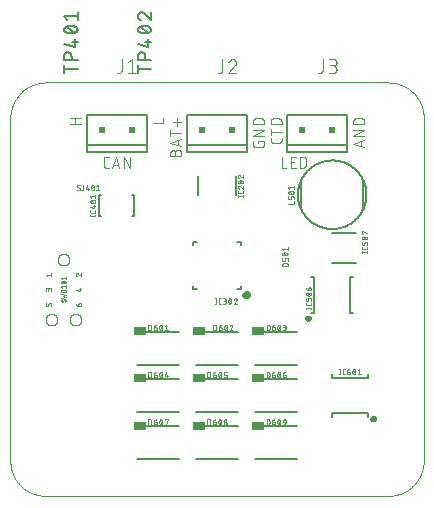
<source format=gto>
G04 EAGLE Gerber RS-274X export*
G75*
%MOMM*%
%FSLAX35Y35*%
%LPD*%
%INsilk_top*%
%IPPOS*%
%AMOC8*
5,1,8,0,0,1.08239X$1,22.5*%
G01*
%ADD10C,0.000000*%
%ADD11C,0.076200*%
%ADD12C,0.050800*%
%ADD13C,0.127000*%
%ADD14R,1.000000X0.700000*%
%ADD15C,0.500000*%
%ADD16C,0.300000*%
%ADD17C,0.025400*%
%ADD18C,0.152400*%
%ADD19R,0.508000X0.508000*%
%ADD20C,0.101600*%


D10*
X3200117Y3499817D02*
X300026Y3499983D01*
X300025Y3499983D02*
X292739Y3499885D01*
X285456Y3499610D01*
X278183Y3499159D01*
X270922Y3498531D01*
X263679Y3497728D01*
X256457Y3496749D01*
X249262Y3495595D01*
X242096Y3494267D01*
X234965Y3492766D01*
X227872Y3491092D01*
X220822Y3489247D01*
X213819Y3487231D01*
X206867Y3485046D01*
X199969Y3482693D01*
X193131Y3480173D01*
X186356Y3477489D01*
X179648Y3474640D01*
X173011Y3471630D01*
X166449Y3468460D01*
X159966Y3465132D01*
X153566Y3461647D01*
X147252Y3458008D01*
X141028Y3454218D01*
X134898Y3450277D01*
X128865Y3446189D01*
X122933Y3441955D01*
X117105Y3437579D01*
X111386Y3433063D01*
X105777Y3428410D01*
X100284Y3423622D01*
X94907Y3418702D01*
X89652Y3413653D01*
X84521Y3408478D01*
X79517Y3403180D01*
X74642Y3397763D01*
X69901Y3392229D01*
X65295Y3386581D01*
X60827Y3380824D01*
X56501Y3374959D01*
X52318Y3368992D01*
X48281Y3362925D01*
X44392Y3356761D01*
X40654Y3350506D01*
X37068Y3344161D01*
X33638Y3337731D01*
X30364Y3331220D01*
X27250Y3324632D01*
X24296Y3317970D01*
X21504Y3311238D01*
X18877Y3304441D01*
X16415Y3297581D01*
X14121Y3290665D01*
X11994Y3283694D01*
X10038Y3276674D01*
X8252Y3269609D01*
X6638Y3262502D01*
X5197Y3255358D01*
X3930Y3248182D01*
X2837Y3240977D01*
X1919Y3233747D01*
X1177Y3226497D01*
X611Y3219232D01*
X221Y3211955D01*
X8Y3204670D01*
X8Y3204671D02*
X92Y295129D01*
X91Y295129D02*
X238Y287825D01*
X565Y280527D01*
X1070Y273238D01*
X1754Y265965D01*
X2616Y258710D01*
X3656Y251478D01*
X4873Y244275D01*
X6267Y237103D01*
X7836Y229968D01*
X9580Y222873D01*
X11498Y215824D01*
X13587Y208823D01*
X15848Y201876D01*
X18279Y194986D01*
X20878Y188159D01*
X23644Y181397D01*
X26575Y174705D01*
X29670Y168086D01*
X32926Y161546D01*
X36341Y155088D01*
X39914Y148715D01*
X43642Y142432D01*
X47523Y136243D01*
X51555Y130150D01*
X55736Y124159D01*
X60062Y118271D01*
X64531Y112492D01*
X69141Y106824D01*
X73888Y101271D01*
X78770Y95836D01*
X83785Y90523D01*
X88928Y85334D01*
X94197Y80273D01*
X99588Y75343D01*
X105099Y70546D01*
X110726Y65887D01*
X116465Y61366D01*
X122314Y56988D01*
X128268Y52755D01*
X134325Y48670D01*
X140480Y44734D01*
X146730Y40950D01*
X153070Y37321D01*
X159498Y33848D01*
X166009Y30535D01*
X172600Y27382D01*
X179265Y24392D01*
X186003Y21566D01*
X192807Y18906D01*
X199675Y16415D01*
X206602Y14092D01*
X213584Y11941D01*
X220616Y9961D01*
X227695Y8154D01*
X234816Y6522D01*
X241975Y5065D01*
X249168Y3784D01*
X256390Y2680D01*
X263636Y1753D01*
X270904Y1005D01*
X278187Y435D01*
X285483Y44D01*
X292785Y-167D01*
X300091Y-200D01*
X300092Y-200D02*
X3200100Y-200D01*
X3207349Y-112D01*
X3214594Y150D01*
X3221830Y588D01*
X3229054Y1201D01*
X3236261Y1987D01*
X3243447Y2948D01*
X3250607Y4082D01*
X3257738Y5389D01*
X3264835Y6868D01*
X3271895Y8517D01*
X3278912Y10337D01*
X3285884Y12326D01*
X3292805Y14483D01*
X3299672Y16806D01*
X3306481Y19295D01*
X3313228Y21948D01*
X3319909Y24762D01*
X3326520Y27738D01*
X3333057Y30872D01*
X3339517Y34163D01*
X3345895Y37610D01*
X3352188Y41209D01*
X3358392Y44960D01*
X3364504Y48859D01*
X3370519Y52905D01*
X3376436Y57095D01*
X3382249Y61427D01*
X3387956Y65898D01*
X3393553Y70505D01*
X3399037Y75247D01*
X3404405Y80119D01*
X3409653Y85120D01*
X3414780Y90247D01*
X3419781Y95495D01*
X3424653Y100863D01*
X3429395Y106347D01*
X3434002Y111944D01*
X3438473Y117651D01*
X3442805Y123464D01*
X3446995Y129381D01*
X3451041Y135396D01*
X3454940Y141508D01*
X3458691Y147712D01*
X3462290Y154005D01*
X3465737Y160383D01*
X3469028Y166843D01*
X3472162Y173380D01*
X3475138Y179991D01*
X3477952Y186672D01*
X3480605Y193419D01*
X3483094Y200228D01*
X3485417Y207095D01*
X3487574Y214016D01*
X3489563Y220988D01*
X3491383Y228005D01*
X3493032Y235065D01*
X3494511Y242162D01*
X3495818Y249293D01*
X3496952Y256453D01*
X3497913Y263639D01*
X3498699Y270846D01*
X3499312Y278070D01*
X3499750Y285306D01*
X3500012Y292551D01*
X3500100Y299800D01*
X3500100Y3199817D01*
X3500010Y3207179D01*
X3499739Y3214537D01*
X3499287Y3221886D01*
X3498656Y3229221D01*
X3497844Y3236539D01*
X3496853Y3243835D01*
X3495684Y3251104D01*
X3494336Y3258342D01*
X3492811Y3265545D01*
X3491110Y3272708D01*
X3489234Y3279828D01*
X3487183Y3286899D01*
X3484960Y3293918D01*
X3482564Y3300880D01*
X3479999Y3307782D01*
X3477266Y3314618D01*
X3474365Y3321385D01*
X3471299Y3328079D01*
X3468070Y3334696D01*
X3464679Y3341231D01*
X3461129Y3347682D01*
X3457422Y3354043D01*
X3453559Y3360311D01*
X3449544Y3366483D01*
X3445379Y3372554D01*
X3441066Y3378521D01*
X3436608Y3384381D01*
X3432008Y3390129D01*
X3427268Y3395763D01*
X3422391Y3401279D01*
X3417380Y3406673D01*
X3412238Y3411943D01*
X3406969Y3417085D01*
X3401574Y3422096D01*
X3396059Y3426974D01*
X3390425Y3431714D01*
X3384677Y3436315D01*
X3378818Y3440773D01*
X3372851Y3445086D01*
X3366780Y3449252D01*
X3360609Y3453267D01*
X3354340Y3457130D01*
X3347980Y3460837D01*
X3341529Y3464388D01*
X3334994Y3467779D01*
X3328378Y3471009D01*
X3321684Y3474075D01*
X3314917Y3476976D01*
X3308081Y3479710D01*
X3301180Y3482276D01*
X3294218Y3484671D01*
X3287199Y3486895D01*
X3280128Y3488946D01*
X3273008Y3490823D01*
X3265845Y3492524D01*
X3258642Y3494050D01*
X3251404Y3495398D01*
X3244135Y3496568D01*
X3236839Y3497559D01*
X3229521Y3498371D01*
X3222186Y3499003D01*
X3214837Y3499455D01*
X3207479Y3499726D01*
X3200117Y3499817D01*
D11*
X831269Y2778810D02*
X810741Y2778810D01*
X810245Y2778816D01*
X809749Y2778834D01*
X809254Y2778864D01*
X808760Y2778906D01*
X808267Y2778960D01*
X807775Y2779025D01*
X807285Y2779103D01*
X806797Y2779192D01*
X806311Y2779294D01*
X805828Y2779407D01*
X805348Y2779531D01*
X804871Y2779667D01*
X804397Y2779815D01*
X803927Y2779974D01*
X803461Y2780144D01*
X803000Y2780326D01*
X802542Y2780518D01*
X802090Y2780722D01*
X801643Y2780936D01*
X801201Y2781161D01*
X800764Y2781397D01*
X800334Y2781644D01*
X799909Y2781900D01*
X799491Y2782167D01*
X799079Y2782444D01*
X798674Y2782731D01*
X798277Y2783027D01*
X797886Y2783333D01*
X797503Y2783648D01*
X797128Y2783973D01*
X796760Y2784306D01*
X796401Y2784648D01*
X796050Y2784999D01*
X795708Y2785358D01*
X795375Y2785726D01*
X795050Y2786101D01*
X794735Y2786484D01*
X794429Y2786875D01*
X794133Y2787272D01*
X793846Y2787677D01*
X793569Y2788089D01*
X793302Y2788507D01*
X793046Y2788932D01*
X792799Y2789362D01*
X792563Y2789799D01*
X792338Y2790241D01*
X792124Y2790688D01*
X791920Y2791140D01*
X791728Y2791598D01*
X791546Y2792059D01*
X791376Y2792525D01*
X791217Y2792995D01*
X791069Y2793469D01*
X790933Y2793946D01*
X790809Y2794426D01*
X790696Y2794909D01*
X790594Y2795395D01*
X790505Y2795883D01*
X790427Y2796373D01*
X790362Y2796865D01*
X790308Y2797358D01*
X790266Y2797852D01*
X790236Y2798347D01*
X790218Y2798843D01*
X790212Y2799339D01*
X790212Y2850661D01*
X790218Y2851165D01*
X790237Y2851668D01*
X790268Y2852171D01*
X790311Y2852673D01*
X790366Y2853174D01*
X790434Y2853673D01*
X790514Y2854171D01*
X790606Y2854666D01*
X790711Y2855159D01*
X790827Y2855649D01*
X790956Y2856136D01*
X791096Y2856620D01*
X791248Y2857101D01*
X791412Y2857577D01*
X791588Y2858049D01*
X791775Y2858517D01*
X791973Y2858980D01*
X792183Y2859438D01*
X792404Y2859891D01*
X792636Y2860338D01*
X792879Y2860780D01*
X793133Y2861215D01*
X793397Y2861644D01*
X793672Y2862066D01*
X793957Y2862482D01*
X794252Y2862890D01*
X794557Y2863291D01*
X794872Y2863684D01*
X795196Y2864070D01*
X795530Y2864447D01*
X795873Y2864816D01*
X796225Y2865177D01*
X796585Y2865529D01*
X796954Y2865872D01*
X797332Y2866206D01*
X797717Y2866530D01*
X798111Y2866845D01*
X798512Y2867150D01*
X798920Y2867445D01*
X799336Y2867730D01*
X799758Y2868005D01*
X800187Y2868269D01*
X800622Y2868523D01*
X801064Y2868766D01*
X801511Y2868998D01*
X801964Y2869219D01*
X802422Y2869429D01*
X802885Y2869627D01*
X803352Y2869814D01*
X803825Y2869990D01*
X804301Y2870154D01*
X804782Y2870306D01*
X805265Y2870446D01*
X805753Y2870575D01*
X806243Y2870691D01*
X806736Y2870795D01*
X807231Y2870888D01*
X807728Y2870968D01*
X808228Y2871036D01*
X808729Y2871091D01*
X809230Y2871134D01*
X809733Y2871165D01*
X810237Y2871184D01*
X810741Y2871190D01*
X831269Y2871190D01*
X891128Y2871190D02*
X860334Y2778810D01*
X921921Y2778810D02*
X891128Y2871190D01*
X914223Y2801905D02*
X868033Y2801905D01*
X958466Y2778810D02*
X958466Y2871190D01*
X1009788Y2778810D01*
X1009788Y2871190D01*
X596190Y3144868D02*
X503810Y3144868D01*
X544868Y3144868D02*
X544868Y3196190D01*
X503810Y3196190D02*
X596190Y3196190D01*
X1203810Y3155133D02*
X1296190Y3155133D01*
X1296190Y3196190D01*
X2094868Y3004191D02*
X2094868Y2988794D01*
X2094868Y3004191D02*
X2146190Y3004191D01*
X2146190Y2973397D01*
X2146184Y2972901D01*
X2146166Y2972405D01*
X2146136Y2971910D01*
X2146094Y2971416D01*
X2146040Y2970923D01*
X2145975Y2970431D01*
X2145897Y2969941D01*
X2145808Y2969453D01*
X2145706Y2968967D01*
X2145593Y2968484D01*
X2145469Y2968004D01*
X2145333Y2967527D01*
X2145185Y2967053D01*
X2145026Y2966583D01*
X2144856Y2966117D01*
X2144674Y2965656D01*
X2144482Y2965198D01*
X2144278Y2964746D01*
X2144064Y2964299D01*
X2143839Y2963857D01*
X2143603Y2963420D01*
X2143356Y2962990D01*
X2143100Y2962565D01*
X2142833Y2962147D01*
X2142556Y2961735D01*
X2142269Y2961330D01*
X2141973Y2960933D01*
X2141667Y2960542D01*
X2141352Y2960159D01*
X2141027Y2959784D01*
X2140694Y2959416D01*
X2140352Y2959057D01*
X2140001Y2958706D01*
X2139642Y2958364D01*
X2139274Y2958031D01*
X2138899Y2957706D01*
X2138516Y2957391D01*
X2138125Y2957085D01*
X2137728Y2956789D01*
X2137323Y2956502D01*
X2136911Y2956225D01*
X2136493Y2955958D01*
X2136068Y2955702D01*
X2135638Y2955455D01*
X2135201Y2955219D01*
X2134759Y2954994D01*
X2134312Y2954780D01*
X2133860Y2954576D01*
X2133402Y2954384D01*
X2132941Y2954202D01*
X2132475Y2954032D01*
X2132005Y2953873D01*
X2131531Y2953725D01*
X2131054Y2953589D01*
X2130574Y2953465D01*
X2130091Y2953352D01*
X2129605Y2953250D01*
X2129117Y2953161D01*
X2128627Y2953083D01*
X2128135Y2953018D01*
X2127642Y2952964D01*
X2127148Y2952922D01*
X2126653Y2952892D01*
X2126157Y2952874D01*
X2125661Y2952868D01*
X2074339Y2952868D01*
X2074339Y2952869D02*
X2073835Y2952875D01*
X2073332Y2952894D01*
X2072829Y2952925D01*
X2072327Y2952968D01*
X2071826Y2953023D01*
X2071327Y2953091D01*
X2070829Y2953171D01*
X2070334Y2953263D01*
X2069841Y2953368D01*
X2069351Y2953484D01*
X2068864Y2953613D01*
X2068380Y2953753D01*
X2067900Y2953905D01*
X2067423Y2954069D01*
X2066951Y2954245D01*
X2066483Y2954432D01*
X2066020Y2954630D01*
X2065562Y2954840D01*
X2065109Y2955061D01*
X2064662Y2955293D01*
X2064220Y2955536D01*
X2063785Y2955790D01*
X2063356Y2956054D01*
X2062934Y2956329D01*
X2062518Y2956614D01*
X2062110Y2956909D01*
X2061709Y2957214D01*
X2061316Y2957529D01*
X2060930Y2957853D01*
X2060553Y2958187D01*
X2060184Y2958530D01*
X2059823Y2958882D01*
X2059471Y2959242D01*
X2059128Y2959611D01*
X2058794Y2959989D01*
X2058470Y2960374D01*
X2058155Y2960768D01*
X2057850Y2961169D01*
X2057555Y2961577D01*
X2057270Y2961992D01*
X2056995Y2962415D01*
X2056731Y2962844D01*
X2056477Y2963279D01*
X2056234Y2963720D01*
X2056002Y2964168D01*
X2055781Y2964620D01*
X2055571Y2965078D01*
X2055373Y2965541D01*
X2055186Y2966009D01*
X2055010Y2966482D01*
X2054846Y2966958D01*
X2054694Y2967438D01*
X2054554Y2967922D01*
X2054425Y2968409D01*
X2054309Y2968900D01*
X2054205Y2969392D01*
X2054112Y2969888D01*
X2054032Y2970385D01*
X2053964Y2970884D01*
X2053909Y2971385D01*
X2053866Y2971887D01*
X2053835Y2972390D01*
X2053816Y2972894D01*
X2053810Y2973397D01*
X2053810Y3004191D01*
X2053810Y3048868D02*
X2146190Y3048868D01*
X2146190Y3100190D02*
X2053810Y3048868D01*
X2053810Y3100190D02*
X2146190Y3100190D01*
X2146190Y3144868D02*
X2053810Y3144868D01*
X2053810Y3170529D01*
X2053817Y3171149D01*
X2053840Y3171769D01*
X2053877Y3172388D01*
X2053930Y3173006D01*
X2053997Y3173622D01*
X2054079Y3174237D01*
X2054176Y3174849D01*
X2054288Y3175459D01*
X2054415Y3176066D01*
X2054556Y3176670D01*
X2054711Y3177270D01*
X2054881Y3177867D01*
X2055066Y3178459D01*
X2055265Y3179046D01*
X2055478Y3179629D01*
X2055704Y3180206D01*
X2055945Y3180777D01*
X2056200Y3181343D01*
X2056468Y3181902D01*
X2056749Y3182454D01*
X2057044Y3183000D01*
X2057352Y3183538D01*
X2057673Y3184069D01*
X2058006Y3184592D01*
X2058352Y3185106D01*
X2058711Y3185612D01*
X2059081Y3186109D01*
X2059464Y3186598D01*
X2059858Y3187076D01*
X2060263Y3187545D01*
X2060680Y3188005D01*
X2061108Y3188454D01*
X2061546Y3188892D01*
X2061995Y3189320D01*
X2062455Y3189737D01*
X2062924Y3190142D01*
X2063402Y3190536D01*
X2063891Y3190919D01*
X2064388Y3191289D01*
X2064894Y3191648D01*
X2065408Y3191994D01*
X2065931Y3192327D01*
X2066462Y3192648D01*
X2067000Y3192956D01*
X2067546Y3193251D01*
X2068098Y3193532D01*
X2068657Y3193800D01*
X2069223Y3194055D01*
X2069794Y3194296D01*
X2070371Y3194522D01*
X2070954Y3194735D01*
X2071541Y3194934D01*
X2072133Y3195119D01*
X2072730Y3195289D01*
X2073330Y3195444D01*
X2073934Y3195585D01*
X2074541Y3195712D01*
X2075151Y3195824D01*
X2075763Y3195921D01*
X2076378Y3196003D01*
X2076994Y3196070D01*
X2077612Y3196123D01*
X2078231Y3196160D01*
X2078851Y3196183D01*
X2079471Y3196190D01*
X2120529Y3196190D01*
X2121149Y3196183D01*
X2121769Y3196160D01*
X2122388Y3196123D01*
X2123006Y3196070D01*
X2123622Y3196003D01*
X2124237Y3195921D01*
X2124849Y3195824D01*
X2125459Y3195712D01*
X2126066Y3195585D01*
X2126670Y3195444D01*
X2127270Y3195289D01*
X2127867Y3195119D01*
X2128459Y3194934D01*
X2129046Y3194735D01*
X2129629Y3194522D01*
X2130206Y3194296D01*
X2130777Y3194055D01*
X2131343Y3193800D01*
X2131902Y3193532D01*
X2132454Y3193251D01*
X2133000Y3192956D01*
X2133538Y3192648D01*
X2134069Y3192327D01*
X2134592Y3191994D01*
X2135106Y3191648D01*
X2135612Y3191289D01*
X2136110Y3190919D01*
X2136598Y3190536D01*
X2137076Y3190142D01*
X2137545Y3189736D01*
X2138005Y3189320D01*
X2138454Y3188892D01*
X2138892Y3188453D01*
X2139320Y3188004D01*
X2139737Y3187545D01*
X2140142Y3187076D01*
X2140536Y3186597D01*
X2140919Y3186109D01*
X2141289Y3185612D01*
X2141648Y3185106D01*
X2141994Y3184591D01*
X2142327Y3184069D01*
X2142648Y3183538D01*
X2142956Y3183000D01*
X2143251Y3182454D01*
X2143532Y3181902D01*
X2143800Y3181342D01*
X2144055Y3180777D01*
X2144296Y3180205D01*
X2144523Y3179628D01*
X2144735Y3179046D01*
X2144934Y3178458D01*
X2145119Y3177866D01*
X2145289Y3177270D01*
X2145444Y3176670D01*
X2145586Y3176066D01*
X2145712Y3175459D01*
X2145824Y3174849D01*
X2145921Y3174236D01*
X2146003Y3173622D01*
X2146070Y3173005D01*
X2146123Y3172387D01*
X2146160Y3171768D01*
X2146183Y3171149D01*
X2146190Y3170529D01*
X2146190Y3144868D01*
X1394868Y2905699D02*
X1394868Y2880038D01*
X1394868Y2905699D02*
X1394876Y2906324D01*
X1394898Y2906948D01*
X1394936Y2907572D01*
X1394990Y2908195D01*
X1395058Y2908816D01*
X1395141Y2909435D01*
X1395240Y2910052D01*
X1395353Y2910667D01*
X1395482Y2911278D01*
X1395625Y2911887D01*
X1395783Y2912491D01*
X1395956Y2913092D01*
X1396143Y2913688D01*
X1396345Y2914280D01*
X1396561Y2914866D01*
X1396792Y2915447D01*
X1397036Y2916022D01*
X1397294Y2916591D01*
X1397566Y2917154D01*
X1397852Y2917709D01*
X1398151Y2918258D01*
X1398464Y2918799D01*
X1398789Y2919333D01*
X1399128Y2919858D01*
X1399479Y2920375D01*
X1399843Y2920883D01*
X1400218Y2921382D01*
X1400606Y2921872D01*
X1401006Y2922353D01*
X1401417Y2922823D01*
X1401840Y2923283D01*
X1402274Y2923733D01*
X1402718Y2924172D01*
X1403173Y2924601D01*
X1403639Y2925018D01*
X1404114Y2925423D01*
X1404600Y2925817D01*
X1405094Y2926199D01*
X1405598Y2926569D01*
X1406111Y2926926D01*
X1406632Y2927271D01*
X1407161Y2927603D01*
X1407699Y2927922D01*
X1408243Y2928228D01*
X1408796Y2928520D01*
X1409355Y2928799D01*
X1409921Y2929065D01*
X1410493Y2929316D01*
X1411071Y2929553D01*
X1411655Y2929777D01*
X1412244Y2929986D01*
X1412837Y2930180D01*
X1413436Y2930360D01*
X1414038Y2930526D01*
X1414645Y2930676D01*
X1415255Y2930812D01*
X1415868Y2930933D01*
X1416484Y2931039D01*
X1417102Y2931130D01*
X1417722Y2931206D01*
X1418344Y2931267D01*
X1418968Y2931312D01*
X1419592Y2931343D01*
X1420217Y2931358D01*
X1420841Y2931358D01*
X1421466Y2931343D01*
X1422090Y2931312D01*
X1422714Y2931267D01*
X1423336Y2931206D01*
X1423956Y2931130D01*
X1424574Y2931039D01*
X1425190Y2930933D01*
X1425803Y2930812D01*
X1426413Y2930676D01*
X1427020Y2930526D01*
X1427622Y2930360D01*
X1428221Y2930180D01*
X1428814Y2929986D01*
X1429403Y2929777D01*
X1429987Y2929553D01*
X1430565Y2929316D01*
X1431137Y2929065D01*
X1431703Y2928799D01*
X1432262Y2928520D01*
X1432815Y2928228D01*
X1433360Y2927922D01*
X1433897Y2927603D01*
X1434426Y2927271D01*
X1434947Y2926926D01*
X1435460Y2926569D01*
X1435964Y2926199D01*
X1436458Y2925817D01*
X1436944Y2925423D01*
X1437419Y2925018D01*
X1437885Y2924601D01*
X1438340Y2924172D01*
X1438784Y2923733D01*
X1439218Y2923283D01*
X1439641Y2922823D01*
X1440052Y2922353D01*
X1440452Y2921872D01*
X1440840Y2921382D01*
X1441215Y2920883D01*
X1441579Y2920375D01*
X1441930Y2919858D01*
X1442269Y2919333D01*
X1442594Y2918799D01*
X1442907Y2918258D01*
X1443206Y2917709D01*
X1443492Y2917154D01*
X1443764Y2916591D01*
X1444022Y2916022D01*
X1444266Y2915447D01*
X1444497Y2914866D01*
X1444713Y2914280D01*
X1444915Y2913688D01*
X1445102Y2913092D01*
X1445275Y2912491D01*
X1445433Y2911887D01*
X1445576Y2911278D01*
X1445705Y2910667D01*
X1445818Y2910052D01*
X1445917Y2909435D01*
X1446000Y2908816D01*
X1446068Y2908195D01*
X1446122Y2907572D01*
X1446160Y2906948D01*
X1446182Y2906324D01*
X1446190Y2905699D01*
X1446190Y2880038D01*
X1353810Y2880038D01*
X1353810Y2905699D01*
X1353816Y2906199D01*
X1353834Y2906699D01*
X1353865Y2907198D01*
X1353907Y2907696D01*
X1353962Y2908193D01*
X1354029Y2908688D01*
X1354108Y2909182D01*
X1354198Y2909673D01*
X1354301Y2910163D01*
X1354416Y2910649D01*
X1354542Y2911133D01*
X1354680Y2911613D01*
X1354830Y2912090D01*
X1354992Y2912564D01*
X1355165Y2913033D01*
X1355349Y2913497D01*
X1355544Y2913957D01*
X1355751Y2914413D01*
X1355969Y2914863D01*
X1356197Y2915307D01*
X1356437Y2915746D01*
X1356687Y2916179D01*
X1356947Y2916606D01*
X1357218Y2917026D01*
X1357499Y2917440D01*
X1357790Y2917846D01*
X1358090Y2918246D01*
X1358401Y2918638D01*
X1358721Y2919022D01*
X1359050Y2919398D01*
X1359388Y2919767D01*
X1359735Y2920127D01*
X1360090Y2920478D01*
X1360454Y2920820D01*
X1360827Y2921154D01*
X1361207Y2921479D01*
X1361595Y2921794D01*
X1361991Y2922099D01*
X1362394Y2922395D01*
X1362804Y2922681D01*
X1363221Y2922957D01*
X1363645Y2923222D01*
X1364075Y2923478D01*
X1364510Y2923722D01*
X1364952Y2923956D01*
X1365400Y2924179D01*
X1365852Y2924392D01*
X1366310Y2924593D01*
X1366772Y2924783D01*
X1367239Y2924961D01*
X1367711Y2925128D01*
X1368186Y2925284D01*
X1368664Y2925428D01*
X1369147Y2925560D01*
X1369632Y2925681D01*
X1370120Y2925790D01*
X1370610Y2925887D01*
X1371103Y2925971D01*
X1371597Y2926044D01*
X1372094Y2926105D01*
X1372591Y2926153D01*
X1373090Y2926190D01*
X1373589Y2926214D01*
X1374089Y2926226D01*
X1374589Y2926226D01*
X1375089Y2926214D01*
X1375588Y2926190D01*
X1376087Y2926153D01*
X1376584Y2926105D01*
X1377081Y2926044D01*
X1377575Y2925971D01*
X1378068Y2925887D01*
X1378558Y2925790D01*
X1379046Y2925681D01*
X1379531Y2925560D01*
X1380014Y2925428D01*
X1380492Y2925284D01*
X1380967Y2925128D01*
X1381439Y2924961D01*
X1381906Y2924783D01*
X1382368Y2924593D01*
X1382826Y2924392D01*
X1383278Y2924179D01*
X1383726Y2923956D01*
X1384168Y2923722D01*
X1384604Y2923478D01*
X1385033Y2923222D01*
X1385457Y2922957D01*
X1385874Y2922681D01*
X1386284Y2922395D01*
X1386687Y2922099D01*
X1387083Y2921794D01*
X1387471Y2921479D01*
X1387851Y2921154D01*
X1388224Y2920820D01*
X1388588Y2920478D01*
X1388943Y2920127D01*
X1389290Y2919767D01*
X1389628Y2919398D01*
X1389957Y2919022D01*
X1390277Y2918638D01*
X1390588Y2918246D01*
X1390888Y2917846D01*
X1391179Y2917440D01*
X1391460Y2917026D01*
X1391731Y2916606D01*
X1391991Y2916179D01*
X1392241Y2915746D01*
X1392481Y2915307D01*
X1392709Y2914863D01*
X1392927Y2914413D01*
X1393134Y2913957D01*
X1393329Y2913497D01*
X1393513Y2913033D01*
X1393686Y2912564D01*
X1393848Y2912090D01*
X1393998Y2911613D01*
X1394136Y2911133D01*
X1394262Y2910649D01*
X1394377Y2910163D01*
X1394480Y2909673D01*
X1394570Y2909182D01*
X1394649Y2908688D01*
X1394716Y2908193D01*
X1394771Y2907696D01*
X1394813Y2907198D01*
X1394844Y2906699D01*
X1394862Y2906199D01*
X1394868Y2905699D01*
X1446190Y2960604D02*
X1353810Y2991397D01*
X1446190Y3022191D01*
X1423095Y3014492D02*
X1423095Y2968302D01*
X1446190Y3075397D02*
X1353810Y3075397D01*
X1353810Y3049736D02*
X1353810Y3101058D01*
X1410265Y3134603D02*
X1410265Y3196190D01*
X1441058Y3165397D02*
X1379471Y3165397D01*
X2296426Y2871190D02*
X2296426Y2778810D01*
X2337484Y2778810D01*
X2374426Y2778810D02*
X2415483Y2778810D01*
X2374426Y2778810D02*
X2374426Y2871190D01*
X2415483Y2871190D01*
X2405219Y2830132D02*
X2374426Y2830132D01*
X2452252Y2871190D02*
X2452252Y2778810D01*
X2452252Y2871190D02*
X2477913Y2871190D01*
X2478533Y2871183D01*
X2479153Y2871160D01*
X2479772Y2871123D01*
X2480390Y2871070D01*
X2481006Y2871003D01*
X2481621Y2870921D01*
X2482233Y2870824D01*
X2482843Y2870712D01*
X2483450Y2870585D01*
X2484054Y2870444D01*
X2484654Y2870289D01*
X2485251Y2870119D01*
X2485843Y2869934D01*
X2486430Y2869735D01*
X2487013Y2869522D01*
X2487590Y2869296D01*
X2488161Y2869055D01*
X2488727Y2868800D01*
X2489286Y2868532D01*
X2489838Y2868251D01*
X2490384Y2867956D01*
X2490922Y2867648D01*
X2491453Y2867327D01*
X2491976Y2866994D01*
X2492490Y2866648D01*
X2492996Y2866289D01*
X2493493Y2865919D01*
X2493982Y2865536D01*
X2494460Y2865142D01*
X2494929Y2864737D01*
X2495389Y2864320D01*
X2495838Y2863892D01*
X2496276Y2863454D01*
X2496704Y2863005D01*
X2497121Y2862545D01*
X2497526Y2862076D01*
X2497920Y2861598D01*
X2498303Y2861109D01*
X2498673Y2860612D01*
X2499032Y2860106D01*
X2499378Y2859592D01*
X2499711Y2859069D01*
X2500032Y2858538D01*
X2500340Y2858000D01*
X2500635Y2857454D01*
X2500916Y2856902D01*
X2501184Y2856343D01*
X2501439Y2855777D01*
X2501680Y2855206D01*
X2501906Y2854629D01*
X2502119Y2854046D01*
X2502318Y2853459D01*
X2502503Y2852867D01*
X2502673Y2852270D01*
X2502828Y2851670D01*
X2502969Y2851066D01*
X2503096Y2850459D01*
X2503208Y2849849D01*
X2503305Y2849237D01*
X2503387Y2848622D01*
X2503454Y2848006D01*
X2503507Y2847388D01*
X2503544Y2846769D01*
X2503567Y2846149D01*
X2503574Y2845529D01*
X2503574Y2804471D01*
X2503567Y2803851D01*
X2503544Y2803231D01*
X2503507Y2802612D01*
X2503454Y2801994D01*
X2503387Y2801378D01*
X2503305Y2800763D01*
X2503208Y2800151D01*
X2503096Y2799541D01*
X2502969Y2798934D01*
X2502828Y2798330D01*
X2502673Y2797730D01*
X2502503Y2797133D01*
X2502318Y2796541D01*
X2502119Y2795954D01*
X2501906Y2795371D01*
X2501680Y2794794D01*
X2501439Y2794223D01*
X2501184Y2793657D01*
X2500916Y2793098D01*
X2500635Y2792546D01*
X2500340Y2792000D01*
X2500032Y2791462D01*
X2499711Y2790931D01*
X2499378Y2790408D01*
X2499032Y2789894D01*
X2498673Y2789388D01*
X2498303Y2788890D01*
X2497920Y2788402D01*
X2497526Y2787924D01*
X2497120Y2787455D01*
X2496704Y2786995D01*
X2496276Y2786546D01*
X2495837Y2786108D01*
X2495388Y2785680D01*
X2494929Y2785263D01*
X2494460Y2784858D01*
X2493981Y2784464D01*
X2493493Y2784081D01*
X2492996Y2783711D01*
X2492490Y2783352D01*
X2491975Y2783006D01*
X2491453Y2782673D01*
X2490922Y2782352D01*
X2490384Y2782044D01*
X2489838Y2781749D01*
X2489286Y2781468D01*
X2488726Y2781200D01*
X2488161Y2780945D01*
X2487589Y2780704D01*
X2487012Y2780477D01*
X2486430Y2780265D01*
X2485842Y2780066D01*
X2485250Y2779881D01*
X2484654Y2779711D01*
X2484054Y2779556D01*
X2483450Y2779414D01*
X2482843Y2779288D01*
X2482233Y2779176D01*
X2481620Y2779079D01*
X2481006Y2778997D01*
X2480389Y2778930D01*
X2479771Y2778877D01*
X2479152Y2778840D01*
X2478533Y2778817D01*
X2477913Y2778810D01*
X2452252Y2778810D01*
X2903810Y2981529D02*
X2996190Y2950736D01*
X2996190Y3012323D02*
X2903810Y2981529D01*
X2973095Y3004624D02*
X2973095Y2958434D01*
X2996190Y3048868D02*
X2903810Y3048868D01*
X2996190Y3100190D01*
X2903810Y3100190D01*
X2903810Y3144868D02*
X2996190Y3144868D01*
X2903810Y3144868D02*
X2903810Y3170529D01*
X2903817Y3171149D01*
X2903840Y3171769D01*
X2903877Y3172388D01*
X2903930Y3173006D01*
X2903997Y3173622D01*
X2904079Y3174237D01*
X2904176Y3174849D01*
X2904288Y3175459D01*
X2904415Y3176066D01*
X2904556Y3176670D01*
X2904711Y3177270D01*
X2904881Y3177867D01*
X2905066Y3178459D01*
X2905265Y3179046D01*
X2905478Y3179629D01*
X2905704Y3180206D01*
X2905945Y3180777D01*
X2906200Y3181343D01*
X2906468Y3181902D01*
X2906749Y3182454D01*
X2907044Y3183000D01*
X2907352Y3183538D01*
X2907673Y3184069D01*
X2908006Y3184592D01*
X2908352Y3185106D01*
X2908711Y3185612D01*
X2909081Y3186109D01*
X2909464Y3186598D01*
X2909858Y3187076D01*
X2910263Y3187545D01*
X2910680Y3188005D01*
X2911108Y3188454D01*
X2911546Y3188892D01*
X2911995Y3189320D01*
X2912455Y3189737D01*
X2912924Y3190142D01*
X2913402Y3190536D01*
X2913891Y3190919D01*
X2914388Y3191289D01*
X2914894Y3191648D01*
X2915408Y3191994D01*
X2915931Y3192327D01*
X2916462Y3192648D01*
X2917000Y3192956D01*
X2917546Y3193251D01*
X2918098Y3193532D01*
X2918657Y3193800D01*
X2919223Y3194055D01*
X2919794Y3194296D01*
X2920371Y3194522D01*
X2920954Y3194735D01*
X2921541Y3194934D01*
X2922133Y3195119D01*
X2922730Y3195289D01*
X2923330Y3195444D01*
X2923934Y3195585D01*
X2924541Y3195712D01*
X2925151Y3195824D01*
X2925763Y3195921D01*
X2926378Y3196003D01*
X2926994Y3196070D01*
X2927612Y3196123D01*
X2928231Y3196160D01*
X2928851Y3196183D01*
X2929471Y3196190D01*
X2970529Y3196190D01*
X2971149Y3196183D01*
X2971769Y3196160D01*
X2972388Y3196123D01*
X2973006Y3196070D01*
X2973622Y3196003D01*
X2974237Y3195921D01*
X2974849Y3195824D01*
X2975459Y3195712D01*
X2976066Y3195585D01*
X2976670Y3195444D01*
X2977270Y3195289D01*
X2977867Y3195119D01*
X2978459Y3194934D01*
X2979046Y3194735D01*
X2979629Y3194522D01*
X2980206Y3194296D01*
X2980777Y3194055D01*
X2981343Y3193800D01*
X2981902Y3193532D01*
X2982454Y3193251D01*
X2983000Y3192956D01*
X2983538Y3192648D01*
X2984069Y3192327D01*
X2984592Y3191994D01*
X2985106Y3191648D01*
X2985612Y3191289D01*
X2986110Y3190919D01*
X2986598Y3190536D01*
X2987076Y3190142D01*
X2987545Y3189736D01*
X2988005Y3189320D01*
X2988454Y3188892D01*
X2988892Y3188453D01*
X2989320Y3188004D01*
X2989737Y3187545D01*
X2990142Y3187076D01*
X2990536Y3186597D01*
X2990919Y3186109D01*
X2991289Y3185612D01*
X2991648Y3185106D01*
X2991994Y3184591D01*
X2992327Y3184069D01*
X2992648Y3183538D01*
X2992956Y3183000D01*
X2993251Y3182454D01*
X2993532Y3181902D01*
X2993800Y3181342D01*
X2994055Y3180777D01*
X2994296Y3180205D01*
X2994523Y3179628D01*
X2994735Y3179046D01*
X2994934Y3178458D01*
X2995119Y3177866D01*
X2995289Y3177270D01*
X2995444Y3176670D01*
X2995586Y3176066D01*
X2995712Y3175459D01*
X2995824Y3174849D01*
X2995921Y3174236D01*
X2996003Y3173622D01*
X2996070Y3173005D01*
X2996123Y3172387D01*
X2996160Y3171768D01*
X2996183Y3171149D01*
X2996190Y3170529D01*
X2996190Y3144868D01*
X2296190Y3029671D02*
X2296190Y3009142D01*
X2296184Y3008646D01*
X2296166Y3008150D01*
X2296136Y3007655D01*
X2296094Y3007161D01*
X2296040Y3006668D01*
X2295975Y3006176D01*
X2295897Y3005686D01*
X2295808Y3005198D01*
X2295706Y3004712D01*
X2295593Y3004229D01*
X2295469Y3003749D01*
X2295333Y3003272D01*
X2295185Y3002798D01*
X2295026Y3002328D01*
X2294856Y3001862D01*
X2294674Y3001401D01*
X2294482Y3000943D01*
X2294278Y3000491D01*
X2294064Y3000044D01*
X2293839Y2999602D01*
X2293603Y2999165D01*
X2293356Y2998735D01*
X2293100Y2998310D01*
X2292833Y2997892D01*
X2292556Y2997480D01*
X2292269Y2997075D01*
X2291973Y2996678D01*
X2291667Y2996287D01*
X2291352Y2995904D01*
X2291027Y2995529D01*
X2290694Y2995161D01*
X2290352Y2994802D01*
X2290001Y2994451D01*
X2289642Y2994109D01*
X2289274Y2993776D01*
X2288899Y2993451D01*
X2288516Y2993136D01*
X2288125Y2992830D01*
X2287728Y2992534D01*
X2287323Y2992247D01*
X2286911Y2991970D01*
X2286493Y2991703D01*
X2286068Y2991447D01*
X2285638Y2991200D01*
X2285201Y2990964D01*
X2284759Y2990739D01*
X2284312Y2990525D01*
X2283860Y2990321D01*
X2283402Y2990129D01*
X2282941Y2989947D01*
X2282475Y2989777D01*
X2282005Y2989618D01*
X2281531Y2989470D01*
X2281054Y2989334D01*
X2280574Y2989210D01*
X2280091Y2989097D01*
X2279605Y2988995D01*
X2279117Y2988906D01*
X2278627Y2988828D01*
X2278135Y2988763D01*
X2277642Y2988709D01*
X2277148Y2988667D01*
X2276653Y2988637D01*
X2276157Y2988619D01*
X2275661Y2988613D01*
X2224339Y2988613D01*
X2224339Y2988614D02*
X2223835Y2988620D01*
X2223332Y2988639D01*
X2222829Y2988670D01*
X2222327Y2988713D01*
X2221826Y2988768D01*
X2221327Y2988836D01*
X2220829Y2988916D01*
X2220334Y2989008D01*
X2219841Y2989113D01*
X2219351Y2989229D01*
X2218864Y2989358D01*
X2218380Y2989498D01*
X2217900Y2989650D01*
X2217423Y2989814D01*
X2216951Y2989990D01*
X2216483Y2990177D01*
X2216020Y2990375D01*
X2215562Y2990585D01*
X2215109Y2990806D01*
X2214662Y2991038D01*
X2214220Y2991281D01*
X2213785Y2991535D01*
X2213356Y2991799D01*
X2212934Y2992074D01*
X2212518Y2992359D01*
X2212110Y2992654D01*
X2211709Y2992959D01*
X2211316Y2993274D01*
X2210930Y2993598D01*
X2210553Y2993932D01*
X2210184Y2994275D01*
X2209823Y2994627D01*
X2209471Y2994987D01*
X2209128Y2995356D01*
X2208794Y2995734D01*
X2208470Y2996119D01*
X2208155Y2996513D01*
X2207850Y2996914D01*
X2207555Y2997322D01*
X2207270Y2997737D01*
X2206995Y2998160D01*
X2206731Y2998589D01*
X2206477Y2999024D01*
X2206234Y2999465D01*
X2206002Y2999913D01*
X2205781Y3000365D01*
X2205571Y3000823D01*
X2205373Y3001286D01*
X2205186Y3001754D01*
X2205010Y3002227D01*
X2204846Y3002703D01*
X2204694Y3003183D01*
X2204554Y3003667D01*
X2204425Y3004154D01*
X2204309Y3004645D01*
X2204205Y3005137D01*
X2204112Y3005633D01*
X2204032Y3006130D01*
X2203964Y3006629D01*
X2203909Y3007130D01*
X2203866Y3007632D01*
X2203835Y3008135D01*
X2203816Y3008639D01*
X2203810Y3009142D01*
X2203810Y3029671D01*
X2203810Y3083529D02*
X2296190Y3083529D01*
X2203810Y3057868D02*
X2203810Y3109190D01*
X2203810Y3144868D02*
X2296190Y3144868D01*
X2203810Y3144868D02*
X2203810Y3170529D01*
X2203817Y3171149D01*
X2203840Y3171769D01*
X2203877Y3172388D01*
X2203930Y3173006D01*
X2203997Y3173622D01*
X2204079Y3174237D01*
X2204176Y3174849D01*
X2204288Y3175459D01*
X2204415Y3176066D01*
X2204556Y3176670D01*
X2204711Y3177270D01*
X2204881Y3177867D01*
X2205066Y3178459D01*
X2205265Y3179046D01*
X2205478Y3179629D01*
X2205704Y3180206D01*
X2205945Y3180777D01*
X2206200Y3181343D01*
X2206468Y3181902D01*
X2206749Y3182454D01*
X2207044Y3183000D01*
X2207352Y3183538D01*
X2207673Y3184069D01*
X2208006Y3184592D01*
X2208352Y3185106D01*
X2208711Y3185612D01*
X2209081Y3186109D01*
X2209464Y3186598D01*
X2209858Y3187076D01*
X2210263Y3187545D01*
X2210680Y3188005D01*
X2211108Y3188454D01*
X2211546Y3188892D01*
X2211995Y3189320D01*
X2212455Y3189737D01*
X2212924Y3190142D01*
X2213402Y3190536D01*
X2213891Y3190919D01*
X2214388Y3191289D01*
X2214894Y3191648D01*
X2215408Y3191994D01*
X2215931Y3192327D01*
X2216462Y3192648D01*
X2217000Y3192956D01*
X2217546Y3193251D01*
X2218098Y3193532D01*
X2218657Y3193800D01*
X2219223Y3194055D01*
X2219794Y3194296D01*
X2220371Y3194522D01*
X2220954Y3194735D01*
X2221541Y3194934D01*
X2222133Y3195119D01*
X2222730Y3195289D01*
X2223330Y3195444D01*
X2223934Y3195585D01*
X2224541Y3195712D01*
X2225151Y3195824D01*
X2225763Y3195921D01*
X2226378Y3196003D01*
X2226994Y3196070D01*
X2227612Y3196123D01*
X2228231Y3196160D01*
X2228851Y3196183D01*
X2229471Y3196190D01*
X2270529Y3196190D01*
X2271149Y3196183D01*
X2271769Y3196160D01*
X2272388Y3196123D01*
X2273006Y3196070D01*
X2273622Y3196003D01*
X2274237Y3195921D01*
X2274849Y3195824D01*
X2275459Y3195712D01*
X2276066Y3195585D01*
X2276670Y3195444D01*
X2277270Y3195289D01*
X2277867Y3195119D01*
X2278459Y3194934D01*
X2279046Y3194735D01*
X2279629Y3194522D01*
X2280206Y3194296D01*
X2280777Y3194055D01*
X2281343Y3193800D01*
X2281902Y3193532D01*
X2282454Y3193251D01*
X2283000Y3192956D01*
X2283538Y3192648D01*
X2284069Y3192327D01*
X2284592Y3191994D01*
X2285106Y3191648D01*
X2285612Y3191289D01*
X2286110Y3190919D01*
X2286598Y3190536D01*
X2287076Y3190142D01*
X2287545Y3189736D01*
X2288005Y3189320D01*
X2288454Y3188892D01*
X2288892Y3188453D01*
X2289320Y3188004D01*
X2289737Y3187545D01*
X2290142Y3187076D01*
X2290536Y3186597D01*
X2290919Y3186109D01*
X2291289Y3185612D01*
X2291648Y3185106D01*
X2291994Y3184591D01*
X2292327Y3184069D01*
X2292648Y3183538D01*
X2292956Y3183000D01*
X2293251Y3182454D01*
X2293532Y3181902D01*
X2293800Y3181342D01*
X2294055Y3180777D01*
X2294296Y3180205D01*
X2294523Y3179628D01*
X2294735Y3179046D01*
X2294934Y3178458D01*
X2295119Y3177866D01*
X2295289Y3177270D01*
X2295444Y3176670D01*
X2295586Y3176066D01*
X2295712Y3175459D01*
X2295824Y3174849D01*
X2295921Y3174236D01*
X2296003Y3173622D01*
X2296070Y3173005D01*
X2296123Y3172387D01*
X2296160Y3171768D01*
X2296183Y3171149D01*
X2296190Y3170529D01*
X2296190Y3144868D01*
D12*
X2302540Y1944273D02*
X2347460Y1944273D01*
X2302540Y1944273D02*
X2302540Y1956750D01*
X2302544Y1957052D01*
X2302555Y1957353D01*
X2302573Y1957654D01*
X2302598Y1957954D01*
X2302631Y1958254D01*
X2302671Y1958553D01*
X2302718Y1958851D01*
X2302772Y1959147D01*
X2302834Y1959443D01*
X2302903Y1959736D01*
X2302978Y1960028D01*
X2303061Y1960318D01*
X2303151Y1960606D01*
X2303247Y1960892D01*
X2303351Y1961175D01*
X2303461Y1961455D01*
X2303578Y1961733D01*
X2303702Y1962008D01*
X2303832Y1962280D01*
X2303969Y1962549D01*
X2304113Y1962814D01*
X2304262Y1963076D01*
X2304418Y1963334D01*
X2304581Y1963588D01*
X2304749Y1963838D01*
X2304923Y1964084D01*
X2305103Y1964326D01*
X2305289Y1964564D01*
X2305481Y1964796D01*
X2305678Y1965025D01*
X2305881Y1965248D01*
X2306089Y1965466D01*
X2306302Y1965679D01*
X2306520Y1965887D01*
X2306744Y1966090D01*
X2306972Y1966287D01*
X2307205Y1966479D01*
X2307442Y1966665D01*
X2307684Y1966845D01*
X2307930Y1967019D01*
X2308180Y1967188D01*
X2308434Y1967350D01*
X2308692Y1967506D01*
X2308954Y1967655D01*
X2309219Y1967799D01*
X2309488Y1967936D01*
X2309760Y1968066D01*
X2310035Y1968190D01*
X2310313Y1968307D01*
X2310593Y1968417D01*
X2310877Y1968521D01*
X2311162Y1968617D01*
X2311450Y1968707D01*
X2311740Y1968790D01*
X2312032Y1968865D01*
X2312326Y1968934D01*
X2312621Y1968996D01*
X2312918Y1969050D01*
X2313215Y1969097D01*
X2313514Y1969137D01*
X2313814Y1969170D01*
X2314114Y1969195D01*
X2314415Y1969213D01*
X2314717Y1969224D01*
X2315018Y1969228D01*
X2334983Y1969228D01*
X2335285Y1969224D01*
X2335586Y1969213D01*
X2335887Y1969195D01*
X2336187Y1969170D01*
X2336487Y1969137D01*
X2336786Y1969097D01*
X2337084Y1969050D01*
X2337380Y1968996D01*
X2337676Y1968934D01*
X2337969Y1968865D01*
X2338261Y1968790D01*
X2338551Y1968707D01*
X2338839Y1968617D01*
X2339125Y1968521D01*
X2339408Y1968417D01*
X2339688Y1968307D01*
X2339966Y1968190D01*
X2340241Y1968066D01*
X2340513Y1967936D01*
X2340782Y1967799D01*
X2341047Y1967655D01*
X2341309Y1967506D01*
X2341567Y1967350D01*
X2341821Y1967187D01*
X2342071Y1967019D01*
X2342317Y1966845D01*
X2342559Y1966665D01*
X2342797Y1966479D01*
X2343029Y1966287D01*
X2343257Y1966090D01*
X2343481Y1965887D01*
X2343699Y1965679D01*
X2343912Y1965466D01*
X2344120Y1965248D01*
X2344323Y1965024D01*
X2344520Y1964796D01*
X2344712Y1964564D01*
X2344898Y1964326D01*
X2345078Y1964084D01*
X2345252Y1963838D01*
X2345420Y1963588D01*
X2345583Y1963334D01*
X2345739Y1963076D01*
X2345888Y1962814D01*
X2346032Y1962549D01*
X2346169Y1962280D01*
X2346299Y1962008D01*
X2346423Y1961733D01*
X2346540Y1961455D01*
X2346650Y1961175D01*
X2346754Y1960892D01*
X2346850Y1960606D01*
X2346940Y1960318D01*
X2347023Y1960028D01*
X2347098Y1959736D01*
X2347167Y1959443D01*
X2347229Y1959147D01*
X2347283Y1958851D01*
X2347330Y1958553D01*
X2347370Y1958254D01*
X2347403Y1957954D01*
X2347428Y1957654D01*
X2347446Y1957353D01*
X2347457Y1957052D01*
X2347461Y1956750D01*
X2347460Y1956750D02*
X2347460Y1944273D01*
X2347460Y1990773D02*
X2347460Y2005746D01*
X2347457Y2005987D01*
X2347448Y2006228D01*
X2347434Y2006469D01*
X2347413Y2006709D01*
X2347387Y2006949D01*
X2347355Y2007188D01*
X2347318Y2007427D01*
X2347274Y2007664D01*
X2347225Y2007900D01*
X2347170Y2008135D01*
X2347109Y2008368D01*
X2347043Y2008600D01*
X2346971Y2008831D01*
X2346894Y2009059D01*
X2346811Y2009286D01*
X2346723Y2009510D01*
X2346629Y2009732D01*
X2346530Y2009952D01*
X2346426Y2010170D01*
X2346317Y2010385D01*
X2346202Y2010597D01*
X2346082Y2010806D01*
X2345957Y2011013D01*
X2345828Y2011216D01*
X2345693Y2011416D01*
X2345554Y2011613D01*
X2345409Y2011807D01*
X2345261Y2011997D01*
X2345107Y2012183D01*
X2344950Y2012365D01*
X2344788Y2012544D01*
X2344621Y2012719D01*
X2344451Y2012889D01*
X2344276Y2013056D01*
X2344097Y2013218D01*
X2343915Y2013375D01*
X2343729Y2013529D01*
X2343539Y2013677D01*
X2343345Y2013822D01*
X2343148Y2013961D01*
X2342948Y2014096D01*
X2342745Y2014225D01*
X2342538Y2014350D01*
X2342329Y2014470D01*
X2342117Y2014585D01*
X2341902Y2014694D01*
X2341684Y2014798D01*
X2341464Y2014897D01*
X2341242Y2014991D01*
X2341018Y2015079D01*
X2340791Y2015162D01*
X2340563Y2015239D01*
X2340332Y2015311D01*
X2340100Y2015377D01*
X2339867Y2015438D01*
X2339632Y2015493D01*
X2339396Y2015542D01*
X2339159Y2015586D01*
X2338920Y2015623D01*
X2338681Y2015655D01*
X2338441Y2015681D01*
X2338201Y2015702D01*
X2337960Y2015716D01*
X2337719Y2015725D01*
X2337478Y2015728D01*
X2332487Y2015728D01*
X2332242Y2015725D01*
X2331997Y2015716D01*
X2331753Y2015701D01*
X2331509Y2015680D01*
X2331265Y2015653D01*
X2331022Y2015620D01*
X2330780Y2015581D01*
X2330539Y2015536D01*
X2330300Y2015485D01*
X2330061Y2015429D01*
X2329824Y2015366D01*
X2329589Y2015298D01*
X2329356Y2015224D01*
X2329124Y2015144D01*
X2328894Y2015059D01*
X2328667Y2014968D01*
X2328442Y2014872D01*
X2328219Y2014770D01*
X2327999Y2014662D01*
X2327781Y2014549D01*
X2327566Y2014431D01*
X2327355Y2014308D01*
X2327146Y2014179D01*
X2326941Y2014046D01*
X2326739Y2013907D01*
X2326540Y2013763D01*
X2326345Y2013615D01*
X2326154Y2013462D01*
X2325966Y2013304D01*
X2325783Y2013142D01*
X2325603Y2012975D01*
X2325428Y2012804D01*
X2325257Y2012629D01*
X2325090Y2012449D01*
X2324928Y2012266D01*
X2324770Y2012078D01*
X2324617Y2011887D01*
X2324469Y2011692D01*
X2324325Y2011493D01*
X2324187Y2011291D01*
X2324053Y2011086D01*
X2323924Y2010877D01*
X2323801Y2010666D01*
X2323683Y2010451D01*
X2323570Y2010234D01*
X2323463Y2010013D01*
X2323361Y2009791D01*
X2323264Y2009566D01*
X2323173Y2009338D01*
X2323088Y2009108D01*
X2323008Y2008877D01*
X2322934Y2008643D01*
X2322866Y2008408D01*
X2322803Y2008171D01*
X2322747Y2007933D01*
X2322696Y2007693D01*
X2322651Y2007452D01*
X2322612Y2007210D01*
X2322579Y2006967D01*
X2322552Y2006724D01*
X2322531Y2006480D01*
X2322516Y2006235D01*
X2322507Y2005990D01*
X2322504Y2005745D01*
X2322505Y2005746D02*
X2322505Y1990773D01*
X2302540Y1990773D01*
X2302540Y2015728D01*
X2308779Y2039515D02*
X2309578Y2039137D01*
X2310386Y2038779D01*
X2311202Y2038440D01*
X2312026Y2038120D01*
X2312857Y2037820D01*
X2313695Y2037540D01*
X2314540Y2037281D01*
X2315390Y2037041D01*
X2316246Y2036822D01*
X2317108Y2036623D01*
X2317973Y2036445D01*
X2318843Y2036288D01*
X2319716Y2036151D01*
X2320592Y2036035D01*
X2321470Y2035941D01*
X2322351Y2035867D01*
X2323233Y2035814D01*
X2324116Y2035783D01*
X2325000Y2035772D01*
X2308779Y2039516D02*
X2308567Y2039591D01*
X2308358Y2039672D01*
X2308150Y2039757D01*
X2307945Y2039848D01*
X2307741Y2039944D01*
X2307541Y2040044D01*
X2307342Y2040150D01*
X2307147Y2040260D01*
X2306954Y2040375D01*
X2306764Y2040494D01*
X2306576Y2040618D01*
X2306392Y2040747D01*
X2306211Y2040880D01*
X2306034Y2041017D01*
X2305860Y2041159D01*
X2305689Y2041305D01*
X2305522Y2041455D01*
X2305358Y2041609D01*
X2305199Y2041767D01*
X2305043Y2041929D01*
X2304891Y2042095D01*
X2304744Y2042264D01*
X2304600Y2042437D01*
X2304461Y2042613D01*
X2304326Y2042792D01*
X2304195Y2042975D01*
X2304069Y2043161D01*
X2303948Y2043350D01*
X2303831Y2043542D01*
X2303719Y2043736D01*
X2303611Y2043933D01*
X2303509Y2044133D01*
X2303411Y2044335D01*
X2303318Y2044540D01*
X2303230Y2044747D01*
X2303148Y2044955D01*
X2303070Y2045166D01*
X2302998Y2045379D01*
X2302931Y2045593D01*
X2302869Y2045809D01*
X2302812Y2046026D01*
X2302760Y2046245D01*
X2302714Y2046465D01*
X2302674Y2046685D01*
X2302638Y2046907D01*
X2302608Y2047130D01*
X2302584Y2047353D01*
X2302565Y2047577D01*
X2302551Y2047801D01*
X2302543Y2048025D01*
X2302540Y2048250D01*
X2302543Y2048475D01*
X2302551Y2048699D01*
X2302565Y2048923D01*
X2302584Y2049147D01*
X2302608Y2049370D01*
X2302638Y2049593D01*
X2302674Y2049815D01*
X2302714Y2050035D01*
X2302760Y2050255D01*
X2302812Y2050474D01*
X2302869Y2050691D01*
X2302931Y2050907D01*
X2302998Y2051121D01*
X2303070Y2051334D01*
X2303148Y2051545D01*
X2303230Y2051753D01*
X2303318Y2051960D01*
X2303411Y2052165D01*
X2303509Y2052367D01*
X2303611Y2052567D01*
X2303719Y2052764D01*
X2303831Y2052958D01*
X2303948Y2053150D01*
X2304069Y2053339D01*
X2304195Y2053525D01*
X2304326Y2053708D01*
X2304461Y2053887D01*
X2304600Y2054063D01*
X2304743Y2054236D01*
X2304891Y2054405D01*
X2305043Y2054571D01*
X2305199Y2054733D01*
X2305358Y2054891D01*
X2305522Y2055045D01*
X2305689Y2055195D01*
X2305859Y2055341D01*
X2306034Y2055482D01*
X2306211Y2055620D01*
X2306392Y2055753D01*
X2306576Y2055882D01*
X2306763Y2056006D01*
X2306954Y2056125D01*
X2307146Y2056240D01*
X2307342Y2056350D01*
X2307541Y2056456D01*
X2307741Y2056556D01*
X2307945Y2056652D01*
X2308150Y2056742D01*
X2308358Y2056828D01*
X2308567Y2056909D01*
X2308779Y2056984D01*
X2309578Y2057362D01*
X2310386Y2057720D01*
X2311202Y2058059D01*
X2312026Y2058379D01*
X2312857Y2058679D01*
X2313695Y2058959D01*
X2314540Y2059218D01*
X2315390Y2059458D01*
X2316246Y2059677D01*
X2317108Y2059876D01*
X2317973Y2060054D01*
X2318843Y2060211D01*
X2319716Y2060348D01*
X2320592Y2060464D01*
X2321470Y2060558D01*
X2322351Y2060632D01*
X2323233Y2060685D01*
X2324116Y2060716D01*
X2325000Y2060727D01*
X2325000Y2035772D02*
X2325884Y2035783D01*
X2326767Y2035814D01*
X2327649Y2035867D01*
X2328530Y2035941D01*
X2329408Y2036035D01*
X2330284Y2036151D01*
X2331157Y2036288D01*
X2332027Y2036445D01*
X2332893Y2036623D01*
X2333754Y2036822D01*
X2334610Y2037041D01*
X2335460Y2037281D01*
X2336305Y2037540D01*
X2337143Y2037820D01*
X2337975Y2038120D01*
X2338799Y2038440D01*
X2339615Y2038779D01*
X2340422Y2039137D01*
X2341221Y2039515D01*
X2341222Y2039516D02*
X2341433Y2039592D01*
X2341643Y2039672D01*
X2341850Y2039758D01*
X2342056Y2039848D01*
X2342259Y2039944D01*
X2342460Y2040044D01*
X2342658Y2040150D01*
X2342854Y2040260D01*
X2343047Y2040375D01*
X2343237Y2040494D01*
X2343424Y2040619D01*
X2343608Y2040747D01*
X2343789Y2040880D01*
X2343967Y2041018D01*
X2344141Y2041159D01*
X2344311Y2041305D01*
X2344479Y2041455D01*
X2344642Y2041609D01*
X2344802Y2041767D01*
X2344957Y2041929D01*
X2345109Y2042095D01*
X2345257Y2042264D01*
X2345400Y2042437D01*
X2345539Y2042613D01*
X2345674Y2042792D01*
X2345805Y2042975D01*
X2345931Y2043161D01*
X2346052Y2043350D01*
X2346169Y2043542D01*
X2346281Y2043736D01*
X2346389Y2043934D01*
X2346491Y2044133D01*
X2346589Y2044336D01*
X2346682Y2044540D01*
X2346770Y2044747D01*
X2346852Y2044956D01*
X2346930Y2045166D01*
X2347002Y2045379D01*
X2347069Y2045593D01*
X2347131Y2045809D01*
X2347188Y2046026D01*
X2347240Y2046245D01*
X2347286Y2046465D01*
X2347326Y2046686D01*
X2347362Y2046907D01*
X2347392Y2047130D01*
X2347416Y2047353D01*
X2347435Y2047577D01*
X2347449Y2047801D01*
X2347457Y2048025D01*
X2347460Y2048250D01*
X2341221Y2056985D02*
X2340422Y2057363D01*
X2339615Y2057721D01*
X2338799Y2058060D01*
X2337975Y2058380D01*
X2337143Y2058680D01*
X2336305Y2058960D01*
X2335460Y2059219D01*
X2334610Y2059459D01*
X2333754Y2059678D01*
X2332893Y2059877D01*
X2332027Y2060055D01*
X2331157Y2060212D01*
X2330284Y2060349D01*
X2329408Y2060465D01*
X2328530Y2060559D01*
X2327649Y2060633D01*
X2326767Y2060686D01*
X2325884Y2060717D01*
X2325000Y2060728D01*
X2341221Y2056985D02*
X2341433Y2056909D01*
X2341642Y2056829D01*
X2341850Y2056743D01*
X2342055Y2056653D01*
X2342259Y2056557D01*
X2342459Y2056456D01*
X2342658Y2056351D01*
X2342853Y2056241D01*
X2343046Y2056126D01*
X2343237Y2056006D01*
X2343424Y2055882D01*
X2343608Y2055754D01*
X2343789Y2055620D01*
X2343966Y2055483D01*
X2344141Y2055341D01*
X2344311Y2055195D01*
X2344478Y2055045D01*
X2344642Y2054891D01*
X2344801Y2054733D01*
X2344957Y2054571D01*
X2345109Y2054406D01*
X2345257Y2054237D01*
X2345400Y2054064D01*
X2345539Y2053888D01*
X2345674Y2053708D01*
X2345805Y2053525D01*
X2345931Y2053339D01*
X2346052Y2053151D01*
X2346169Y2052959D01*
X2346281Y2052764D01*
X2346389Y2052567D01*
X2346491Y2052367D01*
X2346589Y2052165D01*
X2346682Y2051960D01*
X2346770Y2051754D01*
X2346852Y2051545D01*
X2346930Y2051334D01*
X2347002Y2051121D01*
X2347069Y2050907D01*
X2347131Y2050691D01*
X2347188Y2050474D01*
X2347240Y2050255D01*
X2347286Y2050035D01*
X2347326Y2049815D01*
X2347362Y2049593D01*
X2347392Y2049370D01*
X2347416Y2049147D01*
X2347435Y2048923D01*
X2347449Y2048699D01*
X2347457Y2048475D01*
X2347460Y2048250D01*
X2337478Y2038268D02*
X2312523Y2058232D01*
X2312523Y2080772D02*
X2302540Y2093249D01*
X2347460Y2093249D01*
X2347460Y2080772D02*
X2347460Y2105727D01*
D13*
X1430000Y1110000D02*
X1070000Y1110000D01*
X1070000Y1390000D02*
X1430000Y1390000D01*
D14*
X1100000Y1395000D03*
D12*
X1169273Y1402540D02*
X1169273Y1447460D01*
X1181750Y1447460D01*
X1182052Y1447456D01*
X1182353Y1447445D01*
X1182654Y1447427D01*
X1182954Y1447402D01*
X1183254Y1447369D01*
X1183553Y1447329D01*
X1183851Y1447282D01*
X1184147Y1447228D01*
X1184443Y1447166D01*
X1184736Y1447097D01*
X1185028Y1447022D01*
X1185318Y1446939D01*
X1185606Y1446849D01*
X1185892Y1446753D01*
X1186175Y1446649D01*
X1186455Y1446539D01*
X1186733Y1446422D01*
X1187008Y1446298D01*
X1187280Y1446168D01*
X1187549Y1446031D01*
X1187814Y1445887D01*
X1188076Y1445738D01*
X1188334Y1445582D01*
X1188588Y1445419D01*
X1188838Y1445251D01*
X1189084Y1445077D01*
X1189326Y1444897D01*
X1189564Y1444711D01*
X1189796Y1444519D01*
X1190024Y1444322D01*
X1190248Y1444119D01*
X1190466Y1443911D01*
X1190679Y1443698D01*
X1190887Y1443480D01*
X1191090Y1443256D01*
X1191287Y1443028D01*
X1191479Y1442796D01*
X1191665Y1442558D01*
X1191845Y1442316D01*
X1192019Y1442070D01*
X1192187Y1441820D01*
X1192350Y1441566D01*
X1192506Y1441308D01*
X1192655Y1441046D01*
X1192799Y1440781D01*
X1192936Y1440512D01*
X1193066Y1440240D01*
X1193190Y1439965D01*
X1193307Y1439687D01*
X1193417Y1439407D01*
X1193521Y1439124D01*
X1193617Y1438838D01*
X1193707Y1438550D01*
X1193790Y1438260D01*
X1193865Y1437968D01*
X1193934Y1437675D01*
X1193996Y1437379D01*
X1194050Y1437083D01*
X1194097Y1436785D01*
X1194137Y1436486D01*
X1194170Y1436186D01*
X1194195Y1435886D01*
X1194213Y1435585D01*
X1194224Y1435284D01*
X1194228Y1434982D01*
X1194228Y1415018D01*
X1194224Y1414716D01*
X1194213Y1414415D01*
X1194195Y1414114D01*
X1194170Y1413814D01*
X1194137Y1413514D01*
X1194097Y1413215D01*
X1194050Y1412917D01*
X1193996Y1412621D01*
X1193934Y1412325D01*
X1193865Y1412032D01*
X1193790Y1411740D01*
X1193707Y1411450D01*
X1193617Y1411162D01*
X1193521Y1410876D01*
X1193417Y1410593D01*
X1193307Y1410313D01*
X1193190Y1410035D01*
X1193066Y1409760D01*
X1192936Y1409488D01*
X1192799Y1409219D01*
X1192655Y1408954D01*
X1192506Y1408692D01*
X1192350Y1408434D01*
X1192187Y1408180D01*
X1192019Y1407930D01*
X1191845Y1407684D01*
X1191665Y1407442D01*
X1191479Y1407204D01*
X1191287Y1406972D01*
X1191090Y1406744D01*
X1190887Y1406520D01*
X1190679Y1406302D01*
X1190466Y1406089D01*
X1190248Y1405881D01*
X1190024Y1405678D01*
X1189796Y1405481D01*
X1189564Y1405289D01*
X1189326Y1405103D01*
X1189084Y1404923D01*
X1188838Y1404749D01*
X1188588Y1404581D01*
X1188334Y1404418D01*
X1188076Y1404262D01*
X1187814Y1404113D01*
X1187549Y1403969D01*
X1187280Y1403832D01*
X1187008Y1403702D01*
X1186733Y1403578D01*
X1186455Y1403461D01*
X1186175Y1403351D01*
X1185892Y1403247D01*
X1185606Y1403151D01*
X1185318Y1403061D01*
X1185028Y1402978D01*
X1184736Y1402903D01*
X1184443Y1402834D01*
X1184147Y1402772D01*
X1183851Y1402718D01*
X1183553Y1402671D01*
X1183254Y1402631D01*
X1182954Y1402598D01*
X1182654Y1402573D01*
X1182353Y1402555D01*
X1182052Y1402544D01*
X1181750Y1402540D01*
X1169273Y1402540D01*
X1215773Y1427495D02*
X1230746Y1427495D01*
X1230987Y1427492D01*
X1231228Y1427483D01*
X1231469Y1427469D01*
X1231709Y1427448D01*
X1231949Y1427422D01*
X1232188Y1427390D01*
X1232427Y1427353D01*
X1232664Y1427309D01*
X1232900Y1427260D01*
X1233135Y1427205D01*
X1233368Y1427144D01*
X1233600Y1427078D01*
X1233831Y1427006D01*
X1234059Y1426929D01*
X1234286Y1426846D01*
X1234510Y1426758D01*
X1234732Y1426664D01*
X1234952Y1426565D01*
X1235170Y1426461D01*
X1235385Y1426352D01*
X1235597Y1426237D01*
X1235806Y1426117D01*
X1236013Y1425992D01*
X1236216Y1425863D01*
X1236416Y1425728D01*
X1236613Y1425589D01*
X1236807Y1425444D01*
X1236997Y1425296D01*
X1237183Y1425142D01*
X1237365Y1424985D01*
X1237544Y1424823D01*
X1237719Y1424656D01*
X1237889Y1424486D01*
X1238056Y1424311D01*
X1238218Y1424132D01*
X1238375Y1423950D01*
X1238529Y1423764D01*
X1238677Y1423574D01*
X1238822Y1423380D01*
X1238961Y1423183D01*
X1239096Y1422983D01*
X1239225Y1422780D01*
X1239350Y1422573D01*
X1239470Y1422364D01*
X1239585Y1422152D01*
X1239694Y1421937D01*
X1239798Y1421719D01*
X1239897Y1421499D01*
X1239991Y1421277D01*
X1240079Y1421053D01*
X1240162Y1420826D01*
X1240239Y1420598D01*
X1240311Y1420367D01*
X1240377Y1420135D01*
X1240438Y1419902D01*
X1240493Y1419667D01*
X1240542Y1419431D01*
X1240586Y1419194D01*
X1240623Y1418955D01*
X1240655Y1418716D01*
X1240681Y1418476D01*
X1240702Y1418236D01*
X1240716Y1417995D01*
X1240725Y1417754D01*
X1240728Y1417513D01*
X1240728Y1415018D01*
X1240724Y1414714D01*
X1240713Y1414410D01*
X1240695Y1414107D01*
X1240669Y1413804D01*
X1240636Y1413502D01*
X1240595Y1413201D01*
X1240547Y1412901D01*
X1240492Y1412602D01*
X1240429Y1412305D01*
X1240360Y1412009D01*
X1240283Y1411715D01*
X1240199Y1411423D01*
X1240108Y1411133D01*
X1240010Y1410846D01*
X1239905Y1410560D01*
X1239793Y1410278D01*
X1239674Y1409998D01*
X1239548Y1409722D01*
X1239416Y1409448D01*
X1239277Y1409178D01*
X1239131Y1408911D01*
X1238979Y1408648D01*
X1238821Y1408388D01*
X1238657Y1408133D01*
X1238486Y1407882D01*
X1238309Y1407635D01*
X1238126Y1407392D01*
X1237938Y1407154D01*
X1237743Y1406920D01*
X1237543Y1406691D01*
X1237338Y1406467D01*
X1237127Y1406249D01*
X1236911Y1406035D01*
X1236689Y1405827D01*
X1236463Y1405624D01*
X1236232Y1405427D01*
X1235996Y1405235D01*
X1235755Y1405050D01*
X1235510Y1404870D01*
X1235261Y1404696D01*
X1235008Y1404528D01*
X1234750Y1404367D01*
X1234489Y1404212D01*
X1234224Y1404063D01*
X1233955Y1403921D01*
X1233684Y1403785D01*
X1233408Y1403656D01*
X1233130Y1403534D01*
X1232849Y1403418D01*
X1232565Y1403310D01*
X1232279Y1403208D01*
X1231990Y1403114D01*
X1231699Y1403026D01*
X1231406Y1402946D01*
X1231111Y1402872D01*
X1230815Y1402806D01*
X1230516Y1402748D01*
X1230217Y1402696D01*
X1229916Y1402652D01*
X1229615Y1402615D01*
X1229312Y1402585D01*
X1229009Y1402563D01*
X1228706Y1402548D01*
X1228402Y1402541D01*
X1228098Y1402541D01*
X1227794Y1402548D01*
X1227491Y1402563D01*
X1227188Y1402585D01*
X1226885Y1402615D01*
X1226584Y1402652D01*
X1226283Y1402696D01*
X1225984Y1402748D01*
X1225685Y1402806D01*
X1225389Y1402872D01*
X1225094Y1402946D01*
X1224801Y1403026D01*
X1224510Y1403114D01*
X1224221Y1403208D01*
X1223935Y1403310D01*
X1223651Y1403418D01*
X1223370Y1403534D01*
X1223092Y1403656D01*
X1222816Y1403785D01*
X1222545Y1403921D01*
X1222276Y1404063D01*
X1222011Y1404212D01*
X1221750Y1404367D01*
X1221492Y1404528D01*
X1221239Y1404696D01*
X1220990Y1404870D01*
X1220745Y1405050D01*
X1220504Y1405235D01*
X1220268Y1405427D01*
X1220037Y1405624D01*
X1219811Y1405827D01*
X1219589Y1406035D01*
X1219373Y1406249D01*
X1219162Y1406467D01*
X1218957Y1406691D01*
X1218757Y1406920D01*
X1218562Y1407154D01*
X1218374Y1407392D01*
X1218191Y1407635D01*
X1218014Y1407882D01*
X1217843Y1408133D01*
X1217679Y1408388D01*
X1217521Y1408648D01*
X1217369Y1408911D01*
X1217223Y1409178D01*
X1217084Y1409448D01*
X1216952Y1409722D01*
X1216826Y1409998D01*
X1216707Y1410278D01*
X1216595Y1410560D01*
X1216490Y1410846D01*
X1216392Y1411133D01*
X1216301Y1411423D01*
X1216217Y1411715D01*
X1216140Y1412009D01*
X1216071Y1412305D01*
X1216008Y1412602D01*
X1215953Y1412901D01*
X1215905Y1413201D01*
X1215864Y1413502D01*
X1215831Y1413804D01*
X1215805Y1414107D01*
X1215787Y1414410D01*
X1215776Y1414714D01*
X1215772Y1415018D01*
X1215773Y1415018D02*
X1215773Y1427495D01*
X1215772Y1427495D02*
X1215778Y1427985D01*
X1215796Y1428475D01*
X1215826Y1428964D01*
X1215868Y1429452D01*
X1215922Y1429939D01*
X1215988Y1430424D01*
X1216066Y1430908D01*
X1216156Y1431390D01*
X1216257Y1431869D01*
X1216370Y1432346D01*
X1216495Y1432820D01*
X1216632Y1433290D01*
X1216780Y1433758D01*
X1216939Y1434221D01*
X1217110Y1434680D01*
X1217292Y1435135D01*
X1217485Y1435586D01*
X1217689Y1436031D01*
X1217904Y1436471D01*
X1218129Y1436906D01*
X1218366Y1437336D01*
X1218612Y1437759D01*
X1218869Y1438176D01*
X1219137Y1438587D01*
X1219414Y1438991D01*
X1219701Y1439388D01*
X1219998Y1439778D01*
X1220304Y1440161D01*
X1220619Y1440535D01*
X1220944Y1440903D01*
X1221277Y1441262D01*
X1221620Y1441612D01*
X1221970Y1441954D01*
X1222329Y1442288D01*
X1222696Y1442613D01*
X1223071Y1442928D01*
X1223454Y1443234D01*
X1223844Y1443531D01*
X1224241Y1443818D01*
X1224645Y1444095D01*
X1225056Y1444362D01*
X1225473Y1444619D01*
X1225896Y1444866D01*
X1226325Y1445102D01*
X1226760Y1445328D01*
X1227201Y1445543D01*
X1227646Y1445747D01*
X1228097Y1445940D01*
X1228551Y1446122D01*
X1229011Y1446293D01*
X1229474Y1446452D01*
X1229941Y1446600D01*
X1230412Y1446737D01*
X1230886Y1446862D01*
X1231362Y1446975D01*
X1231842Y1447076D01*
X1232323Y1447166D01*
X1232807Y1447244D01*
X1233293Y1447310D01*
X1233780Y1447364D01*
X1234268Y1447406D01*
X1234757Y1447436D01*
X1235247Y1447454D01*
X1235737Y1447460D01*
X1264515Y1441221D02*
X1264137Y1440422D01*
X1263779Y1439614D01*
X1263440Y1438798D01*
X1263120Y1437974D01*
X1262820Y1437143D01*
X1262540Y1436305D01*
X1262281Y1435460D01*
X1262041Y1434610D01*
X1261822Y1433754D01*
X1261623Y1432893D01*
X1261445Y1432027D01*
X1261288Y1431157D01*
X1261151Y1430284D01*
X1261035Y1429408D01*
X1260941Y1428530D01*
X1260867Y1427649D01*
X1260814Y1426767D01*
X1260783Y1425884D01*
X1260772Y1425000D01*
X1264516Y1441221D02*
X1264591Y1441433D01*
X1264672Y1441642D01*
X1264758Y1441850D01*
X1264848Y1442056D01*
X1264944Y1442259D01*
X1265044Y1442460D01*
X1265150Y1442658D01*
X1265260Y1442854D01*
X1265375Y1443047D01*
X1265494Y1443237D01*
X1265618Y1443424D01*
X1265747Y1443608D01*
X1265880Y1443789D01*
X1266018Y1443966D01*
X1266159Y1444141D01*
X1266305Y1444311D01*
X1266455Y1444478D01*
X1266609Y1444642D01*
X1266767Y1444801D01*
X1266929Y1444957D01*
X1267095Y1445109D01*
X1267264Y1445257D01*
X1267437Y1445400D01*
X1267613Y1445539D01*
X1267792Y1445674D01*
X1267975Y1445805D01*
X1268161Y1445931D01*
X1268350Y1446052D01*
X1268542Y1446169D01*
X1268736Y1446281D01*
X1268933Y1446389D01*
X1269133Y1446491D01*
X1269335Y1446589D01*
X1269540Y1446682D01*
X1269747Y1446770D01*
X1269955Y1446852D01*
X1270166Y1446930D01*
X1270379Y1447002D01*
X1270593Y1447069D01*
X1270809Y1447131D01*
X1271026Y1447188D01*
X1271245Y1447240D01*
X1271465Y1447286D01*
X1271685Y1447326D01*
X1271907Y1447362D01*
X1272130Y1447392D01*
X1272353Y1447416D01*
X1272577Y1447435D01*
X1272801Y1447449D01*
X1273025Y1447457D01*
X1273250Y1447460D01*
X1273475Y1447457D01*
X1273699Y1447449D01*
X1273923Y1447435D01*
X1274147Y1447416D01*
X1274370Y1447392D01*
X1274593Y1447362D01*
X1274815Y1447326D01*
X1275036Y1447286D01*
X1275255Y1447240D01*
X1275474Y1447188D01*
X1275691Y1447131D01*
X1275907Y1447069D01*
X1276121Y1447002D01*
X1276334Y1446930D01*
X1276545Y1446852D01*
X1276754Y1446769D01*
X1276960Y1446682D01*
X1277165Y1446589D01*
X1277367Y1446491D01*
X1277567Y1446389D01*
X1277764Y1446281D01*
X1277959Y1446169D01*
X1278151Y1446052D01*
X1278340Y1445931D01*
X1278525Y1445805D01*
X1278708Y1445674D01*
X1278888Y1445539D01*
X1279064Y1445400D01*
X1279237Y1445256D01*
X1279406Y1445109D01*
X1279571Y1444957D01*
X1279733Y1444801D01*
X1279891Y1444642D01*
X1280045Y1444478D01*
X1280195Y1444311D01*
X1280341Y1444140D01*
X1280483Y1443966D01*
X1280621Y1443789D01*
X1280754Y1443608D01*
X1280882Y1443424D01*
X1281006Y1443236D01*
X1281126Y1443046D01*
X1281241Y1442853D01*
X1281351Y1442658D01*
X1281457Y1442459D01*
X1281557Y1442258D01*
X1281653Y1442055D01*
X1281743Y1441850D01*
X1281829Y1441642D01*
X1281909Y1441432D01*
X1281985Y1441221D01*
X1282363Y1440422D01*
X1282721Y1439614D01*
X1283060Y1438798D01*
X1283380Y1437974D01*
X1283680Y1437143D01*
X1283960Y1436305D01*
X1284219Y1435460D01*
X1284459Y1434610D01*
X1284678Y1433754D01*
X1284877Y1432893D01*
X1285055Y1432027D01*
X1285212Y1431157D01*
X1285349Y1430284D01*
X1285465Y1429408D01*
X1285559Y1428530D01*
X1285633Y1427649D01*
X1285686Y1426767D01*
X1285717Y1425884D01*
X1285728Y1425000D01*
X1260772Y1425000D02*
X1260783Y1424116D01*
X1260814Y1423233D01*
X1260867Y1422351D01*
X1260941Y1421470D01*
X1261035Y1420592D01*
X1261151Y1419716D01*
X1261288Y1418843D01*
X1261445Y1417973D01*
X1261623Y1417107D01*
X1261822Y1416246D01*
X1262041Y1415390D01*
X1262281Y1414540D01*
X1262540Y1413695D01*
X1262820Y1412857D01*
X1263120Y1412025D01*
X1263440Y1411201D01*
X1263779Y1410385D01*
X1264137Y1409578D01*
X1264515Y1408779D01*
X1264516Y1408778D02*
X1264592Y1408567D01*
X1264672Y1408357D01*
X1264758Y1408150D01*
X1264848Y1407944D01*
X1264944Y1407741D01*
X1265044Y1407540D01*
X1265150Y1407342D01*
X1265260Y1407146D01*
X1265375Y1406953D01*
X1265494Y1406763D01*
X1265619Y1406576D01*
X1265747Y1406392D01*
X1265880Y1406211D01*
X1266018Y1406033D01*
X1266159Y1405859D01*
X1266305Y1405689D01*
X1266455Y1405521D01*
X1266609Y1405358D01*
X1266767Y1405198D01*
X1266929Y1405043D01*
X1267095Y1404891D01*
X1267264Y1404743D01*
X1267437Y1404600D01*
X1267613Y1404461D01*
X1267792Y1404326D01*
X1267975Y1404195D01*
X1268161Y1404069D01*
X1268350Y1403948D01*
X1268542Y1403831D01*
X1268736Y1403719D01*
X1268934Y1403611D01*
X1269133Y1403509D01*
X1269336Y1403411D01*
X1269540Y1403318D01*
X1269747Y1403230D01*
X1269956Y1403148D01*
X1270166Y1403070D01*
X1270379Y1402998D01*
X1270593Y1402931D01*
X1270809Y1402869D01*
X1271026Y1402812D01*
X1271245Y1402760D01*
X1271465Y1402714D01*
X1271686Y1402674D01*
X1271907Y1402638D01*
X1272130Y1402608D01*
X1272353Y1402584D01*
X1272577Y1402565D01*
X1272801Y1402551D01*
X1273025Y1402543D01*
X1273250Y1402540D01*
X1281985Y1408779D02*
X1282363Y1409578D01*
X1282721Y1410385D01*
X1283060Y1411201D01*
X1283380Y1412025D01*
X1283680Y1412857D01*
X1283960Y1413695D01*
X1284219Y1414540D01*
X1284459Y1415390D01*
X1284678Y1416246D01*
X1284877Y1417107D01*
X1285055Y1417973D01*
X1285212Y1418843D01*
X1285349Y1419716D01*
X1285465Y1420592D01*
X1285559Y1421470D01*
X1285633Y1422351D01*
X1285686Y1423233D01*
X1285717Y1424116D01*
X1285728Y1425000D01*
X1281985Y1408779D02*
X1281909Y1408567D01*
X1281829Y1408358D01*
X1281743Y1408150D01*
X1281653Y1407945D01*
X1281557Y1407741D01*
X1281456Y1407541D01*
X1281351Y1407342D01*
X1281241Y1407147D01*
X1281126Y1406954D01*
X1281006Y1406763D01*
X1280882Y1406576D01*
X1280754Y1406392D01*
X1280620Y1406211D01*
X1280483Y1406034D01*
X1280341Y1405859D01*
X1280195Y1405689D01*
X1280045Y1405522D01*
X1279891Y1405358D01*
X1279733Y1405199D01*
X1279571Y1405043D01*
X1279406Y1404891D01*
X1279237Y1404743D01*
X1279064Y1404600D01*
X1278888Y1404461D01*
X1278708Y1404326D01*
X1278525Y1404195D01*
X1278339Y1404069D01*
X1278151Y1403948D01*
X1277959Y1403831D01*
X1277764Y1403719D01*
X1277567Y1403611D01*
X1277367Y1403509D01*
X1277165Y1403411D01*
X1276960Y1403318D01*
X1276754Y1403230D01*
X1276545Y1403148D01*
X1276334Y1403070D01*
X1276121Y1402998D01*
X1275907Y1402931D01*
X1275691Y1402869D01*
X1275474Y1402812D01*
X1275255Y1402760D01*
X1275035Y1402714D01*
X1274815Y1402674D01*
X1274593Y1402638D01*
X1274370Y1402608D01*
X1274147Y1402584D01*
X1273923Y1402565D01*
X1273699Y1402551D01*
X1273475Y1402543D01*
X1273250Y1402540D01*
X1263268Y1412522D02*
X1283232Y1437478D01*
X1305772Y1437478D02*
X1318249Y1447460D01*
X1318249Y1402540D01*
X1305772Y1402540D02*
X1330727Y1402540D01*
D13*
X1570000Y1110000D02*
X1930000Y1110000D01*
X1930000Y1390000D02*
X1570000Y1390000D01*
D14*
X1600000Y1395000D03*
D12*
X1719273Y1402540D02*
X1719273Y1447460D01*
X1731750Y1447460D01*
X1732052Y1447456D01*
X1732353Y1447445D01*
X1732654Y1447427D01*
X1732954Y1447402D01*
X1733254Y1447369D01*
X1733553Y1447329D01*
X1733851Y1447282D01*
X1734147Y1447228D01*
X1734443Y1447166D01*
X1734736Y1447097D01*
X1735028Y1447022D01*
X1735318Y1446939D01*
X1735606Y1446849D01*
X1735892Y1446753D01*
X1736175Y1446649D01*
X1736455Y1446539D01*
X1736733Y1446422D01*
X1737008Y1446298D01*
X1737280Y1446168D01*
X1737549Y1446031D01*
X1737814Y1445887D01*
X1738076Y1445738D01*
X1738334Y1445582D01*
X1738588Y1445419D01*
X1738838Y1445251D01*
X1739084Y1445077D01*
X1739326Y1444897D01*
X1739564Y1444711D01*
X1739796Y1444519D01*
X1740024Y1444322D01*
X1740248Y1444119D01*
X1740466Y1443911D01*
X1740679Y1443698D01*
X1740887Y1443480D01*
X1741090Y1443256D01*
X1741287Y1443028D01*
X1741479Y1442796D01*
X1741665Y1442558D01*
X1741845Y1442316D01*
X1742019Y1442070D01*
X1742187Y1441820D01*
X1742350Y1441566D01*
X1742506Y1441308D01*
X1742655Y1441046D01*
X1742799Y1440781D01*
X1742936Y1440512D01*
X1743066Y1440240D01*
X1743190Y1439965D01*
X1743307Y1439687D01*
X1743417Y1439407D01*
X1743521Y1439124D01*
X1743617Y1438838D01*
X1743707Y1438550D01*
X1743790Y1438260D01*
X1743865Y1437968D01*
X1743934Y1437675D01*
X1743996Y1437379D01*
X1744050Y1437083D01*
X1744097Y1436785D01*
X1744137Y1436486D01*
X1744170Y1436186D01*
X1744195Y1435886D01*
X1744213Y1435585D01*
X1744224Y1435284D01*
X1744228Y1434982D01*
X1744228Y1415018D01*
X1744224Y1414716D01*
X1744213Y1414415D01*
X1744195Y1414114D01*
X1744170Y1413814D01*
X1744137Y1413514D01*
X1744097Y1413215D01*
X1744050Y1412917D01*
X1743996Y1412621D01*
X1743934Y1412325D01*
X1743865Y1412032D01*
X1743790Y1411740D01*
X1743707Y1411450D01*
X1743617Y1411162D01*
X1743521Y1410876D01*
X1743417Y1410593D01*
X1743307Y1410313D01*
X1743190Y1410035D01*
X1743066Y1409760D01*
X1742936Y1409488D01*
X1742799Y1409219D01*
X1742655Y1408954D01*
X1742506Y1408692D01*
X1742350Y1408434D01*
X1742187Y1408180D01*
X1742019Y1407930D01*
X1741845Y1407684D01*
X1741665Y1407442D01*
X1741479Y1407204D01*
X1741287Y1406972D01*
X1741090Y1406744D01*
X1740887Y1406520D01*
X1740679Y1406302D01*
X1740466Y1406089D01*
X1740248Y1405881D01*
X1740024Y1405678D01*
X1739796Y1405481D01*
X1739564Y1405289D01*
X1739326Y1405103D01*
X1739084Y1404923D01*
X1738838Y1404749D01*
X1738588Y1404581D01*
X1738334Y1404418D01*
X1738076Y1404262D01*
X1737814Y1404113D01*
X1737549Y1403969D01*
X1737280Y1403832D01*
X1737008Y1403702D01*
X1736733Y1403578D01*
X1736455Y1403461D01*
X1736175Y1403351D01*
X1735892Y1403247D01*
X1735606Y1403151D01*
X1735318Y1403061D01*
X1735028Y1402978D01*
X1734736Y1402903D01*
X1734443Y1402834D01*
X1734147Y1402772D01*
X1733851Y1402718D01*
X1733553Y1402671D01*
X1733254Y1402631D01*
X1732954Y1402598D01*
X1732654Y1402573D01*
X1732353Y1402555D01*
X1732052Y1402544D01*
X1731750Y1402540D01*
X1719273Y1402540D01*
X1765773Y1427495D02*
X1780746Y1427495D01*
X1780987Y1427492D01*
X1781228Y1427483D01*
X1781469Y1427469D01*
X1781709Y1427448D01*
X1781949Y1427422D01*
X1782188Y1427390D01*
X1782427Y1427353D01*
X1782664Y1427309D01*
X1782900Y1427260D01*
X1783135Y1427205D01*
X1783368Y1427144D01*
X1783600Y1427078D01*
X1783831Y1427006D01*
X1784059Y1426929D01*
X1784286Y1426846D01*
X1784510Y1426758D01*
X1784732Y1426664D01*
X1784952Y1426565D01*
X1785170Y1426461D01*
X1785385Y1426352D01*
X1785597Y1426237D01*
X1785806Y1426117D01*
X1786013Y1425992D01*
X1786216Y1425863D01*
X1786416Y1425728D01*
X1786613Y1425589D01*
X1786807Y1425444D01*
X1786997Y1425296D01*
X1787183Y1425142D01*
X1787365Y1424985D01*
X1787544Y1424823D01*
X1787719Y1424656D01*
X1787889Y1424486D01*
X1788056Y1424311D01*
X1788218Y1424132D01*
X1788375Y1423950D01*
X1788529Y1423764D01*
X1788677Y1423574D01*
X1788822Y1423380D01*
X1788961Y1423183D01*
X1789096Y1422983D01*
X1789225Y1422780D01*
X1789350Y1422573D01*
X1789470Y1422364D01*
X1789585Y1422152D01*
X1789694Y1421937D01*
X1789798Y1421719D01*
X1789897Y1421499D01*
X1789991Y1421277D01*
X1790079Y1421053D01*
X1790162Y1420826D01*
X1790239Y1420598D01*
X1790311Y1420367D01*
X1790377Y1420135D01*
X1790438Y1419902D01*
X1790493Y1419667D01*
X1790542Y1419431D01*
X1790586Y1419194D01*
X1790623Y1418955D01*
X1790655Y1418716D01*
X1790681Y1418476D01*
X1790702Y1418236D01*
X1790716Y1417995D01*
X1790725Y1417754D01*
X1790728Y1417513D01*
X1790728Y1415018D01*
X1790724Y1414714D01*
X1790713Y1414410D01*
X1790695Y1414107D01*
X1790669Y1413804D01*
X1790636Y1413502D01*
X1790595Y1413201D01*
X1790547Y1412901D01*
X1790492Y1412602D01*
X1790429Y1412305D01*
X1790360Y1412009D01*
X1790283Y1411715D01*
X1790199Y1411423D01*
X1790108Y1411133D01*
X1790010Y1410846D01*
X1789905Y1410560D01*
X1789793Y1410278D01*
X1789674Y1409998D01*
X1789548Y1409722D01*
X1789416Y1409448D01*
X1789277Y1409178D01*
X1789131Y1408911D01*
X1788979Y1408648D01*
X1788821Y1408388D01*
X1788657Y1408133D01*
X1788486Y1407882D01*
X1788309Y1407635D01*
X1788126Y1407392D01*
X1787938Y1407154D01*
X1787743Y1406920D01*
X1787543Y1406691D01*
X1787338Y1406467D01*
X1787127Y1406249D01*
X1786911Y1406035D01*
X1786689Y1405827D01*
X1786463Y1405624D01*
X1786232Y1405427D01*
X1785996Y1405235D01*
X1785755Y1405050D01*
X1785510Y1404870D01*
X1785261Y1404696D01*
X1785008Y1404528D01*
X1784750Y1404367D01*
X1784489Y1404212D01*
X1784224Y1404063D01*
X1783955Y1403921D01*
X1783684Y1403785D01*
X1783408Y1403656D01*
X1783130Y1403534D01*
X1782849Y1403418D01*
X1782565Y1403310D01*
X1782279Y1403208D01*
X1781990Y1403114D01*
X1781699Y1403026D01*
X1781406Y1402946D01*
X1781111Y1402872D01*
X1780815Y1402806D01*
X1780516Y1402748D01*
X1780217Y1402696D01*
X1779916Y1402652D01*
X1779615Y1402615D01*
X1779312Y1402585D01*
X1779009Y1402563D01*
X1778706Y1402548D01*
X1778402Y1402541D01*
X1778098Y1402541D01*
X1777794Y1402548D01*
X1777491Y1402563D01*
X1777188Y1402585D01*
X1776885Y1402615D01*
X1776584Y1402652D01*
X1776283Y1402696D01*
X1775984Y1402748D01*
X1775685Y1402806D01*
X1775389Y1402872D01*
X1775094Y1402946D01*
X1774801Y1403026D01*
X1774510Y1403114D01*
X1774221Y1403208D01*
X1773935Y1403310D01*
X1773651Y1403418D01*
X1773370Y1403534D01*
X1773092Y1403656D01*
X1772816Y1403785D01*
X1772545Y1403921D01*
X1772276Y1404063D01*
X1772011Y1404212D01*
X1771750Y1404367D01*
X1771492Y1404528D01*
X1771239Y1404696D01*
X1770990Y1404870D01*
X1770745Y1405050D01*
X1770504Y1405235D01*
X1770268Y1405427D01*
X1770037Y1405624D01*
X1769811Y1405827D01*
X1769589Y1406035D01*
X1769373Y1406249D01*
X1769162Y1406467D01*
X1768957Y1406691D01*
X1768757Y1406920D01*
X1768562Y1407154D01*
X1768374Y1407392D01*
X1768191Y1407635D01*
X1768014Y1407882D01*
X1767843Y1408133D01*
X1767679Y1408388D01*
X1767521Y1408648D01*
X1767369Y1408911D01*
X1767223Y1409178D01*
X1767084Y1409448D01*
X1766952Y1409722D01*
X1766826Y1409998D01*
X1766707Y1410278D01*
X1766595Y1410560D01*
X1766490Y1410846D01*
X1766392Y1411133D01*
X1766301Y1411423D01*
X1766217Y1411715D01*
X1766140Y1412009D01*
X1766071Y1412305D01*
X1766008Y1412602D01*
X1765953Y1412901D01*
X1765905Y1413201D01*
X1765864Y1413502D01*
X1765831Y1413804D01*
X1765805Y1414107D01*
X1765787Y1414410D01*
X1765776Y1414714D01*
X1765772Y1415018D01*
X1765773Y1415018D02*
X1765773Y1427495D01*
X1765772Y1427495D02*
X1765778Y1427985D01*
X1765796Y1428475D01*
X1765826Y1428964D01*
X1765868Y1429452D01*
X1765922Y1429939D01*
X1765988Y1430424D01*
X1766066Y1430908D01*
X1766156Y1431390D01*
X1766257Y1431869D01*
X1766370Y1432346D01*
X1766495Y1432820D01*
X1766632Y1433290D01*
X1766780Y1433758D01*
X1766939Y1434221D01*
X1767110Y1434680D01*
X1767292Y1435135D01*
X1767485Y1435586D01*
X1767689Y1436031D01*
X1767904Y1436471D01*
X1768129Y1436906D01*
X1768366Y1437336D01*
X1768612Y1437759D01*
X1768869Y1438176D01*
X1769137Y1438587D01*
X1769414Y1438991D01*
X1769701Y1439388D01*
X1769998Y1439778D01*
X1770304Y1440161D01*
X1770619Y1440535D01*
X1770944Y1440903D01*
X1771277Y1441262D01*
X1771620Y1441612D01*
X1771970Y1441954D01*
X1772329Y1442288D01*
X1772696Y1442613D01*
X1773071Y1442928D01*
X1773454Y1443234D01*
X1773844Y1443531D01*
X1774241Y1443818D01*
X1774645Y1444095D01*
X1775056Y1444362D01*
X1775473Y1444619D01*
X1775896Y1444866D01*
X1776325Y1445102D01*
X1776760Y1445328D01*
X1777201Y1445543D01*
X1777646Y1445747D01*
X1778097Y1445940D01*
X1778551Y1446122D01*
X1779011Y1446293D01*
X1779474Y1446452D01*
X1779941Y1446600D01*
X1780412Y1446737D01*
X1780886Y1446862D01*
X1781362Y1446975D01*
X1781842Y1447076D01*
X1782323Y1447166D01*
X1782807Y1447244D01*
X1783293Y1447310D01*
X1783780Y1447364D01*
X1784268Y1447406D01*
X1784757Y1447436D01*
X1785247Y1447454D01*
X1785737Y1447460D01*
X1814515Y1441221D02*
X1814137Y1440422D01*
X1813779Y1439614D01*
X1813440Y1438798D01*
X1813120Y1437974D01*
X1812820Y1437143D01*
X1812540Y1436305D01*
X1812281Y1435460D01*
X1812041Y1434610D01*
X1811822Y1433754D01*
X1811623Y1432893D01*
X1811445Y1432027D01*
X1811288Y1431157D01*
X1811151Y1430284D01*
X1811035Y1429408D01*
X1810941Y1428530D01*
X1810867Y1427649D01*
X1810814Y1426767D01*
X1810783Y1425884D01*
X1810772Y1425000D01*
X1814516Y1441221D02*
X1814591Y1441433D01*
X1814672Y1441642D01*
X1814758Y1441850D01*
X1814848Y1442056D01*
X1814944Y1442259D01*
X1815044Y1442460D01*
X1815150Y1442658D01*
X1815260Y1442854D01*
X1815375Y1443047D01*
X1815494Y1443237D01*
X1815618Y1443424D01*
X1815747Y1443608D01*
X1815880Y1443789D01*
X1816018Y1443966D01*
X1816159Y1444141D01*
X1816305Y1444311D01*
X1816455Y1444478D01*
X1816609Y1444642D01*
X1816767Y1444801D01*
X1816929Y1444957D01*
X1817095Y1445109D01*
X1817264Y1445257D01*
X1817437Y1445400D01*
X1817613Y1445539D01*
X1817792Y1445674D01*
X1817975Y1445805D01*
X1818161Y1445931D01*
X1818350Y1446052D01*
X1818542Y1446169D01*
X1818736Y1446281D01*
X1818933Y1446389D01*
X1819133Y1446491D01*
X1819335Y1446589D01*
X1819540Y1446682D01*
X1819747Y1446770D01*
X1819955Y1446852D01*
X1820166Y1446930D01*
X1820379Y1447002D01*
X1820593Y1447069D01*
X1820809Y1447131D01*
X1821026Y1447188D01*
X1821245Y1447240D01*
X1821465Y1447286D01*
X1821685Y1447326D01*
X1821907Y1447362D01*
X1822130Y1447392D01*
X1822353Y1447416D01*
X1822577Y1447435D01*
X1822801Y1447449D01*
X1823025Y1447457D01*
X1823250Y1447460D01*
X1823475Y1447457D01*
X1823699Y1447449D01*
X1823923Y1447435D01*
X1824147Y1447416D01*
X1824370Y1447392D01*
X1824593Y1447362D01*
X1824815Y1447326D01*
X1825036Y1447286D01*
X1825255Y1447240D01*
X1825474Y1447188D01*
X1825691Y1447131D01*
X1825907Y1447069D01*
X1826121Y1447002D01*
X1826334Y1446930D01*
X1826545Y1446852D01*
X1826754Y1446769D01*
X1826960Y1446682D01*
X1827165Y1446589D01*
X1827367Y1446491D01*
X1827567Y1446389D01*
X1827764Y1446281D01*
X1827959Y1446169D01*
X1828151Y1446052D01*
X1828340Y1445931D01*
X1828525Y1445805D01*
X1828708Y1445674D01*
X1828888Y1445539D01*
X1829064Y1445400D01*
X1829237Y1445256D01*
X1829406Y1445109D01*
X1829571Y1444957D01*
X1829733Y1444801D01*
X1829891Y1444642D01*
X1830045Y1444478D01*
X1830195Y1444311D01*
X1830341Y1444140D01*
X1830483Y1443966D01*
X1830621Y1443789D01*
X1830754Y1443608D01*
X1830882Y1443424D01*
X1831006Y1443236D01*
X1831126Y1443046D01*
X1831241Y1442853D01*
X1831351Y1442658D01*
X1831457Y1442459D01*
X1831557Y1442258D01*
X1831653Y1442055D01*
X1831743Y1441850D01*
X1831829Y1441642D01*
X1831909Y1441432D01*
X1831985Y1441221D01*
X1832363Y1440422D01*
X1832721Y1439614D01*
X1833060Y1438798D01*
X1833380Y1437974D01*
X1833680Y1437143D01*
X1833960Y1436305D01*
X1834219Y1435460D01*
X1834459Y1434610D01*
X1834678Y1433754D01*
X1834877Y1432893D01*
X1835055Y1432027D01*
X1835212Y1431157D01*
X1835349Y1430284D01*
X1835465Y1429408D01*
X1835559Y1428530D01*
X1835633Y1427649D01*
X1835686Y1426767D01*
X1835717Y1425884D01*
X1835728Y1425000D01*
X1810772Y1425000D02*
X1810783Y1424116D01*
X1810814Y1423233D01*
X1810867Y1422351D01*
X1810941Y1421470D01*
X1811035Y1420592D01*
X1811151Y1419716D01*
X1811288Y1418843D01*
X1811445Y1417973D01*
X1811623Y1417107D01*
X1811822Y1416246D01*
X1812041Y1415390D01*
X1812281Y1414540D01*
X1812540Y1413695D01*
X1812820Y1412857D01*
X1813120Y1412025D01*
X1813440Y1411201D01*
X1813779Y1410385D01*
X1814137Y1409578D01*
X1814515Y1408779D01*
X1814516Y1408778D02*
X1814592Y1408567D01*
X1814672Y1408357D01*
X1814758Y1408150D01*
X1814848Y1407944D01*
X1814944Y1407741D01*
X1815044Y1407540D01*
X1815150Y1407342D01*
X1815260Y1407146D01*
X1815375Y1406953D01*
X1815494Y1406763D01*
X1815619Y1406576D01*
X1815747Y1406392D01*
X1815880Y1406211D01*
X1816018Y1406033D01*
X1816159Y1405859D01*
X1816305Y1405689D01*
X1816455Y1405521D01*
X1816609Y1405358D01*
X1816767Y1405198D01*
X1816929Y1405043D01*
X1817095Y1404891D01*
X1817264Y1404743D01*
X1817437Y1404600D01*
X1817613Y1404461D01*
X1817792Y1404326D01*
X1817975Y1404195D01*
X1818161Y1404069D01*
X1818350Y1403948D01*
X1818542Y1403831D01*
X1818736Y1403719D01*
X1818934Y1403611D01*
X1819133Y1403509D01*
X1819336Y1403411D01*
X1819540Y1403318D01*
X1819747Y1403230D01*
X1819956Y1403148D01*
X1820166Y1403070D01*
X1820379Y1402998D01*
X1820593Y1402931D01*
X1820809Y1402869D01*
X1821026Y1402812D01*
X1821245Y1402760D01*
X1821465Y1402714D01*
X1821686Y1402674D01*
X1821907Y1402638D01*
X1822130Y1402608D01*
X1822353Y1402584D01*
X1822577Y1402565D01*
X1822801Y1402551D01*
X1823025Y1402543D01*
X1823250Y1402540D01*
X1831985Y1408779D02*
X1832363Y1409578D01*
X1832721Y1410385D01*
X1833060Y1411201D01*
X1833380Y1412025D01*
X1833680Y1412857D01*
X1833960Y1413695D01*
X1834219Y1414540D01*
X1834459Y1415390D01*
X1834678Y1416246D01*
X1834877Y1417107D01*
X1835055Y1417973D01*
X1835212Y1418843D01*
X1835349Y1419716D01*
X1835465Y1420592D01*
X1835559Y1421470D01*
X1835633Y1422351D01*
X1835686Y1423233D01*
X1835717Y1424116D01*
X1835728Y1425000D01*
X1831985Y1408779D02*
X1831909Y1408567D01*
X1831829Y1408358D01*
X1831743Y1408150D01*
X1831653Y1407945D01*
X1831557Y1407741D01*
X1831456Y1407541D01*
X1831351Y1407342D01*
X1831241Y1407147D01*
X1831126Y1406954D01*
X1831006Y1406763D01*
X1830882Y1406576D01*
X1830754Y1406392D01*
X1830620Y1406211D01*
X1830483Y1406034D01*
X1830341Y1405859D01*
X1830195Y1405689D01*
X1830045Y1405522D01*
X1829891Y1405358D01*
X1829733Y1405199D01*
X1829571Y1405043D01*
X1829406Y1404891D01*
X1829237Y1404743D01*
X1829064Y1404600D01*
X1828888Y1404461D01*
X1828708Y1404326D01*
X1828525Y1404195D01*
X1828339Y1404069D01*
X1828151Y1403948D01*
X1827959Y1403831D01*
X1827764Y1403719D01*
X1827567Y1403611D01*
X1827367Y1403509D01*
X1827165Y1403411D01*
X1826960Y1403318D01*
X1826754Y1403230D01*
X1826545Y1403148D01*
X1826334Y1403070D01*
X1826121Y1402998D01*
X1825907Y1402931D01*
X1825691Y1402869D01*
X1825474Y1402812D01*
X1825255Y1402760D01*
X1825035Y1402714D01*
X1824815Y1402674D01*
X1824593Y1402638D01*
X1824370Y1402608D01*
X1824147Y1402584D01*
X1823923Y1402565D01*
X1823699Y1402551D01*
X1823475Y1402543D01*
X1823250Y1402540D01*
X1813268Y1412522D02*
X1833232Y1437478D01*
X1869497Y1447460D02*
X1869768Y1447457D01*
X1870040Y1447447D01*
X1870310Y1447431D01*
X1870581Y1447408D01*
X1870851Y1447378D01*
X1871120Y1447342D01*
X1871388Y1447300D01*
X1871655Y1447251D01*
X1871920Y1447195D01*
X1872185Y1447134D01*
X1872447Y1447066D01*
X1872708Y1446991D01*
X1872967Y1446910D01*
X1873224Y1446823D01*
X1873479Y1446730D01*
X1873732Y1446631D01*
X1873982Y1446526D01*
X1874229Y1446414D01*
X1874474Y1446297D01*
X1874716Y1446174D01*
X1874955Y1446045D01*
X1875190Y1445910D01*
X1875422Y1445770D01*
X1875651Y1445624D01*
X1875876Y1445472D01*
X1876098Y1445315D01*
X1876315Y1445153D01*
X1876529Y1444986D01*
X1876739Y1444813D01*
X1876944Y1444636D01*
X1877145Y1444453D01*
X1877341Y1444266D01*
X1877533Y1444074D01*
X1877720Y1443878D01*
X1877903Y1443677D01*
X1878080Y1443472D01*
X1878253Y1443262D01*
X1878420Y1443048D01*
X1878582Y1442831D01*
X1878739Y1442609D01*
X1878891Y1442384D01*
X1879037Y1442155D01*
X1879177Y1441923D01*
X1879312Y1441688D01*
X1879441Y1441449D01*
X1879564Y1441207D01*
X1879681Y1440962D01*
X1879793Y1440715D01*
X1879898Y1440465D01*
X1879997Y1440212D01*
X1880090Y1439957D01*
X1880177Y1439700D01*
X1880258Y1439441D01*
X1880333Y1439180D01*
X1880401Y1438918D01*
X1880462Y1438653D01*
X1880518Y1438388D01*
X1880567Y1438121D01*
X1880609Y1437853D01*
X1880645Y1437584D01*
X1880675Y1437314D01*
X1880698Y1437043D01*
X1880714Y1436773D01*
X1880724Y1436501D01*
X1880727Y1436230D01*
X1869497Y1447460D02*
X1869148Y1447456D01*
X1868799Y1447443D01*
X1868451Y1447422D01*
X1868104Y1447393D01*
X1867757Y1447355D01*
X1867411Y1447308D01*
X1867066Y1447254D01*
X1866723Y1447191D01*
X1866381Y1447120D01*
X1866042Y1447040D01*
X1865704Y1446952D01*
X1865369Y1446857D01*
X1865035Y1446753D01*
X1864705Y1446641D01*
X1864377Y1446521D01*
X1864053Y1446393D01*
X1863731Y1446258D01*
X1863413Y1446114D01*
X1863098Y1445963D01*
X1862788Y1445805D01*
X1862481Y1445639D01*
X1862178Y1445466D01*
X1861879Y1445285D01*
X1861585Y1445097D01*
X1861296Y1444902D01*
X1861011Y1444701D01*
X1860732Y1444492D01*
X1860457Y1444277D01*
X1860188Y1444055D01*
X1859924Y1443826D01*
X1859666Y1443592D01*
X1859413Y1443351D01*
X1859167Y1443104D01*
X1858926Y1442851D01*
X1858692Y1442593D01*
X1858464Y1442329D01*
X1858242Y1442059D01*
X1858027Y1441784D01*
X1857819Y1441504D01*
X1857618Y1441219D01*
X1857423Y1440930D01*
X1857236Y1440636D01*
X1857055Y1440337D01*
X1856882Y1440034D01*
X1856717Y1439727D01*
X1856559Y1439416D01*
X1856408Y1439101D01*
X1856265Y1438783D01*
X1856130Y1438461D01*
X1856003Y1438136D01*
X1855883Y1437808D01*
X1855772Y1437478D01*
X1876984Y1427495D02*
X1877196Y1427702D01*
X1877402Y1427914D01*
X1877604Y1428131D01*
X1877800Y1428353D01*
X1877990Y1428579D01*
X1878175Y1428810D01*
X1878354Y1429046D01*
X1878528Y1429286D01*
X1878695Y1429530D01*
X1878857Y1429778D01*
X1879012Y1430030D01*
X1879161Y1430286D01*
X1879303Y1430545D01*
X1879440Y1430808D01*
X1879569Y1431074D01*
X1879693Y1431343D01*
X1879809Y1431615D01*
X1879919Y1431890D01*
X1880022Y1432167D01*
X1880119Y1432447D01*
X1880208Y1432729D01*
X1880290Y1433014D01*
X1880366Y1433300D01*
X1880434Y1433588D01*
X1880495Y1433877D01*
X1880550Y1434168D01*
X1880597Y1434460D01*
X1880636Y1434754D01*
X1880669Y1435048D01*
X1880694Y1435343D01*
X1880712Y1435638D01*
X1880723Y1435934D01*
X1880727Y1436230D01*
X1876984Y1427495D02*
X1855772Y1402540D01*
X1880727Y1402540D01*
D13*
X2070000Y1110000D02*
X2430000Y1110000D01*
X2430000Y1390000D02*
X2070000Y1390000D01*
D14*
X2100000Y1395000D03*
D12*
X2169273Y1402540D02*
X2169273Y1447460D01*
X2181750Y1447460D01*
X2182052Y1447456D01*
X2182353Y1447445D01*
X2182654Y1447427D01*
X2182954Y1447402D01*
X2183254Y1447369D01*
X2183553Y1447329D01*
X2183851Y1447282D01*
X2184147Y1447228D01*
X2184443Y1447166D01*
X2184736Y1447097D01*
X2185028Y1447022D01*
X2185318Y1446939D01*
X2185606Y1446849D01*
X2185892Y1446753D01*
X2186175Y1446649D01*
X2186455Y1446539D01*
X2186733Y1446422D01*
X2187008Y1446298D01*
X2187280Y1446168D01*
X2187549Y1446031D01*
X2187814Y1445887D01*
X2188076Y1445738D01*
X2188334Y1445582D01*
X2188588Y1445419D01*
X2188838Y1445251D01*
X2189084Y1445077D01*
X2189326Y1444897D01*
X2189564Y1444711D01*
X2189796Y1444519D01*
X2190024Y1444322D01*
X2190248Y1444119D01*
X2190466Y1443911D01*
X2190679Y1443698D01*
X2190887Y1443480D01*
X2191090Y1443256D01*
X2191287Y1443028D01*
X2191479Y1442796D01*
X2191665Y1442558D01*
X2191845Y1442316D01*
X2192019Y1442070D01*
X2192187Y1441820D01*
X2192350Y1441566D01*
X2192506Y1441308D01*
X2192655Y1441046D01*
X2192799Y1440781D01*
X2192936Y1440512D01*
X2193066Y1440240D01*
X2193190Y1439965D01*
X2193307Y1439687D01*
X2193417Y1439407D01*
X2193521Y1439124D01*
X2193617Y1438838D01*
X2193707Y1438550D01*
X2193790Y1438260D01*
X2193865Y1437968D01*
X2193934Y1437675D01*
X2193996Y1437379D01*
X2194050Y1437083D01*
X2194097Y1436785D01*
X2194137Y1436486D01*
X2194170Y1436186D01*
X2194195Y1435886D01*
X2194213Y1435585D01*
X2194224Y1435284D01*
X2194228Y1434982D01*
X2194228Y1415018D01*
X2194224Y1414716D01*
X2194213Y1414415D01*
X2194195Y1414114D01*
X2194170Y1413814D01*
X2194137Y1413514D01*
X2194097Y1413215D01*
X2194050Y1412917D01*
X2193996Y1412621D01*
X2193934Y1412325D01*
X2193865Y1412032D01*
X2193790Y1411740D01*
X2193707Y1411450D01*
X2193617Y1411162D01*
X2193521Y1410876D01*
X2193417Y1410593D01*
X2193307Y1410313D01*
X2193190Y1410035D01*
X2193066Y1409760D01*
X2192936Y1409488D01*
X2192799Y1409219D01*
X2192655Y1408954D01*
X2192506Y1408692D01*
X2192350Y1408434D01*
X2192187Y1408180D01*
X2192019Y1407930D01*
X2191845Y1407684D01*
X2191665Y1407442D01*
X2191479Y1407204D01*
X2191287Y1406972D01*
X2191090Y1406744D01*
X2190887Y1406520D01*
X2190679Y1406302D01*
X2190466Y1406089D01*
X2190248Y1405881D01*
X2190024Y1405678D01*
X2189796Y1405481D01*
X2189564Y1405289D01*
X2189326Y1405103D01*
X2189084Y1404923D01*
X2188838Y1404749D01*
X2188588Y1404581D01*
X2188334Y1404418D01*
X2188076Y1404262D01*
X2187814Y1404113D01*
X2187549Y1403969D01*
X2187280Y1403832D01*
X2187008Y1403702D01*
X2186733Y1403578D01*
X2186455Y1403461D01*
X2186175Y1403351D01*
X2185892Y1403247D01*
X2185606Y1403151D01*
X2185318Y1403061D01*
X2185028Y1402978D01*
X2184736Y1402903D01*
X2184443Y1402834D01*
X2184147Y1402772D01*
X2183851Y1402718D01*
X2183553Y1402671D01*
X2183254Y1402631D01*
X2182954Y1402598D01*
X2182654Y1402573D01*
X2182353Y1402555D01*
X2182052Y1402544D01*
X2181750Y1402540D01*
X2169273Y1402540D01*
X2215773Y1427495D02*
X2230746Y1427495D01*
X2230987Y1427492D01*
X2231228Y1427483D01*
X2231469Y1427469D01*
X2231709Y1427448D01*
X2231949Y1427422D01*
X2232188Y1427390D01*
X2232427Y1427353D01*
X2232664Y1427309D01*
X2232900Y1427260D01*
X2233135Y1427205D01*
X2233368Y1427144D01*
X2233600Y1427078D01*
X2233831Y1427006D01*
X2234059Y1426929D01*
X2234286Y1426846D01*
X2234510Y1426758D01*
X2234732Y1426664D01*
X2234952Y1426565D01*
X2235170Y1426461D01*
X2235385Y1426352D01*
X2235597Y1426237D01*
X2235806Y1426117D01*
X2236013Y1425992D01*
X2236216Y1425863D01*
X2236416Y1425728D01*
X2236613Y1425589D01*
X2236807Y1425444D01*
X2236997Y1425296D01*
X2237183Y1425142D01*
X2237365Y1424985D01*
X2237544Y1424823D01*
X2237719Y1424656D01*
X2237889Y1424486D01*
X2238056Y1424311D01*
X2238218Y1424132D01*
X2238375Y1423950D01*
X2238529Y1423764D01*
X2238677Y1423574D01*
X2238822Y1423380D01*
X2238961Y1423183D01*
X2239096Y1422983D01*
X2239225Y1422780D01*
X2239350Y1422573D01*
X2239470Y1422364D01*
X2239585Y1422152D01*
X2239694Y1421937D01*
X2239798Y1421719D01*
X2239897Y1421499D01*
X2239991Y1421277D01*
X2240079Y1421053D01*
X2240162Y1420826D01*
X2240239Y1420598D01*
X2240311Y1420367D01*
X2240377Y1420135D01*
X2240438Y1419902D01*
X2240493Y1419667D01*
X2240542Y1419431D01*
X2240586Y1419194D01*
X2240623Y1418955D01*
X2240655Y1418716D01*
X2240681Y1418476D01*
X2240702Y1418236D01*
X2240716Y1417995D01*
X2240725Y1417754D01*
X2240728Y1417513D01*
X2240728Y1415018D01*
X2240724Y1414714D01*
X2240713Y1414410D01*
X2240695Y1414107D01*
X2240669Y1413804D01*
X2240636Y1413502D01*
X2240595Y1413201D01*
X2240547Y1412901D01*
X2240492Y1412602D01*
X2240429Y1412305D01*
X2240360Y1412009D01*
X2240283Y1411715D01*
X2240199Y1411423D01*
X2240108Y1411133D01*
X2240010Y1410846D01*
X2239905Y1410560D01*
X2239793Y1410278D01*
X2239674Y1409998D01*
X2239548Y1409722D01*
X2239416Y1409448D01*
X2239277Y1409178D01*
X2239131Y1408911D01*
X2238979Y1408648D01*
X2238821Y1408388D01*
X2238657Y1408133D01*
X2238486Y1407882D01*
X2238309Y1407635D01*
X2238126Y1407392D01*
X2237938Y1407154D01*
X2237743Y1406920D01*
X2237543Y1406691D01*
X2237338Y1406467D01*
X2237127Y1406249D01*
X2236911Y1406035D01*
X2236689Y1405827D01*
X2236463Y1405624D01*
X2236232Y1405427D01*
X2235996Y1405235D01*
X2235755Y1405050D01*
X2235510Y1404870D01*
X2235261Y1404696D01*
X2235008Y1404528D01*
X2234750Y1404367D01*
X2234489Y1404212D01*
X2234224Y1404063D01*
X2233955Y1403921D01*
X2233684Y1403785D01*
X2233408Y1403656D01*
X2233130Y1403534D01*
X2232849Y1403418D01*
X2232565Y1403310D01*
X2232279Y1403208D01*
X2231990Y1403114D01*
X2231699Y1403026D01*
X2231406Y1402946D01*
X2231111Y1402872D01*
X2230815Y1402806D01*
X2230516Y1402748D01*
X2230217Y1402696D01*
X2229916Y1402652D01*
X2229615Y1402615D01*
X2229312Y1402585D01*
X2229009Y1402563D01*
X2228706Y1402548D01*
X2228402Y1402541D01*
X2228098Y1402541D01*
X2227794Y1402548D01*
X2227491Y1402563D01*
X2227188Y1402585D01*
X2226885Y1402615D01*
X2226584Y1402652D01*
X2226283Y1402696D01*
X2225984Y1402748D01*
X2225685Y1402806D01*
X2225389Y1402872D01*
X2225094Y1402946D01*
X2224801Y1403026D01*
X2224510Y1403114D01*
X2224221Y1403208D01*
X2223935Y1403310D01*
X2223651Y1403418D01*
X2223370Y1403534D01*
X2223092Y1403656D01*
X2222816Y1403785D01*
X2222545Y1403921D01*
X2222276Y1404063D01*
X2222011Y1404212D01*
X2221750Y1404367D01*
X2221492Y1404528D01*
X2221239Y1404696D01*
X2220990Y1404870D01*
X2220745Y1405050D01*
X2220504Y1405235D01*
X2220268Y1405427D01*
X2220037Y1405624D01*
X2219811Y1405827D01*
X2219589Y1406035D01*
X2219373Y1406249D01*
X2219162Y1406467D01*
X2218957Y1406691D01*
X2218757Y1406920D01*
X2218562Y1407154D01*
X2218374Y1407392D01*
X2218191Y1407635D01*
X2218014Y1407882D01*
X2217843Y1408133D01*
X2217679Y1408388D01*
X2217521Y1408648D01*
X2217369Y1408911D01*
X2217223Y1409178D01*
X2217084Y1409448D01*
X2216952Y1409722D01*
X2216826Y1409998D01*
X2216707Y1410278D01*
X2216595Y1410560D01*
X2216490Y1410846D01*
X2216392Y1411133D01*
X2216301Y1411423D01*
X2216217Y1411715D01*
X2216140Y1412009D01*
X2216071Y1412305D01*
X2216008Y1412602D01*
X2215953Y1412901D01*
X2215905Y1413201D01*
X2215864Y1413502D01*
X2215831Y1413804D01*
X2215805Y1414107D01*
X2215787Y1414410D01*
X2215776Y1414714D01*
X2215772Y1415018D01*
X2215773Y1415018D02*
X2215773Y1427495D01*
X2215772Y1427495D02*
X2215778Y1427985D01*
X2215796Y1428475D01*
X2215826Y1428964D01*
X2215868Y1429452D01*
X2215922Y1429939D01*
X2215988Y1430424D01*
X2216066Y1430908D01*
X2216156Y1431390D01*
X2216257Y1431869D01*
X2216370Y1432346D01*
X2216495Y1432820D01*
X2216632Y1433290D01*
X2216780Y1433758D01*
X2216939Y1434221D01*
X2217110Y1434680D01*
X2217292Y1435135D01*
X2217485Y1435586D01*
X2217689Y1436031D01*
X2217904Y1436471D01*
X2218129Y1436906D01*
X2218366Y1437336D01*
X2218612Y1437759D01*
X2218869Y1438176D01*
X2219137Y1438587D01*
X2219414Y1438991D01*
X2219701Y1439388D01*
X2219998Y1439778D01*
X2220304Y1440161D01*
X2220619Y1440535D01*
X2220944Y1440903D01*
X2221277Y1441262D01*
X2221620Y1441612D01*
X2221970Y1441954D01*
X2222329Y1442288D01*
X2222696Y1442613D01*
X2223071Y1442928D01*
X2223454Y1443234D01*
X2223844Y1443531D01*
X2224241Y1443818D01*
X2224645Y1444095D01*
X2225056Y1444362D01*
X2225473Y1444619D01*
X2225896Y1444866D01*
X2226325Y1445102D01*
X2226760Y1445328D01*
X2227201Y1445543D01*
X2227646Y1445747D01*
X2228097Y1445940D01*
X2228551Y1446122D01*
X2229011Y1446293D01*
X2229474Y1446452D01*
X2229941Y1446600D01*
X2230412Y1446737D01*
X2230886Y1446862D01*
X2231362Y1446975D01*
X2231842Y1447076D01*
X2232323Y1447166D01*
X2232807Y1447244D01*
X2233293Y1447310D01*
X2233780Y1447364D01*
X2234268Y1447406D01*
X2234757Y1447436D01*
X2235247Y1447454D01*
X2235737Y1447460D01*
X2264515Y1441221D02*
X2264137Y1440422D01*
X2263779Y1439614D01*
X2263440Y1438798D01*
X2263120Y1437974D01*
X2262820Y1437143D01*
X2262540Y1436305D01*
X2262281Y1435460D01*
X2262041Y1434610D01*
X2261822Y1433754D01*
X2261623Y1432893D01*
X2261445Y1432027D01*
X2261288Y1431157D01*
X2261151Y1430284D01*
X2261035Y1429408D01*
X2260941Y1428530D01*
X2260867Y1427649D01*
X2260814Y1426767D01*
X2260783Y1425884D01*
X2260772Y1425000D01*
X2264516Y1441221D02*
X2264591Y1441433D01*
X2264672Y1441642D01*
X2264758Y1441850D01*
X2264848Y1442056D01*
X2264944Y1442259D01*
X2265044Y1442460D01*
X2265150Y1442658D01*
X2265260Y1442854D01*
X2265375Y1443047D01*
X2265494Y1443237D01*
X2265618Y1443424D01*
X2265747Y1443608D01*
X2265880Y1443789D01*
X2266018Y1443966D01*
X2266159Y1444141D01*
X2266305Y1444311D01*
X2266455Y1444478D01*
X2266609Y1444642D01*
X2266767Y1444801D01*
X2266929Y1444957D01*
X2267095Y1445109D01*
X2267264Y1445257D01*
X2267437Y1445400D01*
X2267613Y1445539D01*
X2267792Y1445674D01*
X2267975Y1445805D01*
X2268161Y1445931D01*
X2268350Y1446052D01*
X2268542Y1446169D01*
X2268736Y1446281D01*
X2268933Y1446389D01*
X2269133Y1446491D01*
X2269335Y1446589D01*
X2269540Y1446682D01*
X2269747Y1446770D01*
X2269955Y1446852D01*
X2270166Y1446930D01*
X2270379Y1447002D01*
X2270593Y1447069D01*
X2270809Y1447131D01*
X2271026Y1447188D01*
X2271245Y1447240D01*
X2271465Y1447286D01*
X2271685Y1447326D01*
X2271907Y1447362D01*
X2272130Y1447392D01*
X2272353Y1447416D01*
X2272577Y1447435D01*
X2272801Y1447449D01*
X2273025Y1447457D01*
X2273250Y1447460D01*
X2273475Y1447457D01*
X2273699Y1447449D01*
X2273923Y1447435D01*
X2274147Y1447416D01*
X2274370Y1447392D01*
X2274593Y1447362D01*
X2274815Y1447326D01*
X2275036Y1447286D01*
X2275255Y1447240D01*
X2275474Y1447188D01*
X2275691Y1447131D01*
X2275907Y1447069D01*
X2276121Y1447002D01*
X2276334Y1446930D01*
X2276545Y1446852D01*
X2276754Y1446769D01*
X2276960Y1446682D01*
X2277165Y1446589D01*
X2277367Y1446491D01*
X2277567Y1446389D01*
X2277764Y1446281D01*
X2277959Y1446169D01*
X2278151Y1446052D01*
X2278340Y1445931D01*
X2278525Y1445805D01*
X2278708Y1445674D01*
X2278888Y1445539D01*
X2279064Y1445400D01*
X2279237Y1445256D01*
X2279406Y1445109D01*
X2279571Y1444957D01*
X2279733Y1444801D01*
X2279891Y1444642D01*
X2280045Y1444478D01*
X2280195Y1444311D01*
X2280341Y1444140D01*
X2280483Y1443966D01*
X2280621Y1443789D01*
X2280754Y1443608D01*
X2280882Y1443424D01*
X2281006Y1443236D01*
X2281126Y1443046D01*
X2281241Y1442853D01*
X2281351Y1442658D01*
X2281457Y1442459D01*
X2281557Y1442258D01*
X2281653Y1442055D01*
X2281743Y1441850D01*
X2281829Y1441642D01*
X2281909Y1441432D01*
X2281985Y1441221D01*
X2282363Y1440422D01*
X2282721Y1439614D01*
X2283060Y1438798D01*
X2283380Y1437974D01*
X2283680Y1437143D01*
X2283960Y1436305D01*
X2284219Y1435460D01*
X2284459Y1434610D01*
X2284678Y1433754D01*
X2284877Y1432893D01*
X2285055Y1432027D01*
X2285212Y1431157D01*
X2285349Y1430284D01*
X2285465Y1429408D01*
X2285559Y1428530D01*
X2285633Y1427649D01*
X2285686Y1426767D01*
X2285717Y1425884D01*
X2285728Y1425000D01*
X2260772Y1425000D02*
X2260783Y1424116D01*
X2260814Y1423233D01*
X2260867Y1422351D01*
X2260941Y1421470D01*
X2261035Y1420592D01*
X2261151Y1419716D01*
X2261288Y1418843D01*
X2261445Y1417973D01*
X2261623Y1417107D01*
X2261822Y1416246D01*
X2262041Y1415390D01*
X2262281Y1414540D01*
X2262540Y1413695D01*
X2262820Y1412857D01*
X2263120Y1412025D01*
X2263440Y1411201D01*
X2263779Y1410385D01*
X2264137Y1409578D01*
X2264515Y1408779D01*
X2264516Y1408778D02*
X2264592Y1408567D01*
X2264672Y1408357D01*
X2264758Y1408150D01*
X2264848Y1407944D01*
X2264944Y1407741D01*
X2265044Y1407540D01*
X2265150Y1407342D01*
X2265260Y1407146D01*
X2265375Y1406953D01*
X2265494Y1406763D01*
X2265619Y1406576D01*
X2265747Y1406392D01*
X2265880Y1406211D01*
X2266018Y1406033D01*
X2266159Y1405859D01*
X2266305Y1405689D01*
X2266455Y1405521D01*
X2266609Y1405358D01*
X2266767Y1405198D01*
X2266929Y1405043D01*
X2267095Y1404891D01*
X2267264Y1404743D01*
X2267437Y1404600D01*
X2267613Y1404461D01*
X2267792Y1404326D01*
X2267975Y1404195D01*
X2268161Y1404069D01*
X2268350Y1403948D01*
X2268542Y1403831D01*
X2268736Y1403719D01*
X2268934Y1403611D01*
X2269133Y1403509D01*
X2269336Y1403411D01*
X2269540Y1403318D01*
X2269747Y1403230D01*
X2269956Y1403148D01*
X2270166Y1403070D01*
X2270379Y1402998D01*
X2270593Y1402931D01*
X2270809Y1402869D01*
X2271026Y1402812D01*
X2271245Y1402760D01*
X2271465Y1402714D01*
X2271686Y1402674D01*
X2271907Y1402638D01*
X2272130Y1402608D01*
X2272353Y1402584D01*
X2272577Y1402565D01*
X2272801Y1402551D01*
X2273025Y1402543D01*
X2273250Y1402540D01*
X2281985Y1408779D02*
X2282363Y1409578D01*
X2282721Y1410385D01*
X2283060Y1411201D01*
X2283380Y1412025D01*
X2283680Y1412857D01*
X2283960Y1413695D01*
X2284219Y1414540D01*
X2284459Y1415390D01*
X2284678Y1416246D01*
X2284877Y1417107D01*
X2285055Y1417973D01*
X2285212Y1418843D01*
X2285349Y1419716D01*
X2285465Y1420592D01*
X2285559Y1421470D01*
X2285633Y1422351D01*
X2285686Y1423233D01*
X2285717Y1424116D01*
X2285728Y1425000D01*
X2281985Y1408779D02*
X2281909Y1408567D01*
X2281829Y1408358D01*
X2281743Y1408150D01*
X2281653Y1407945D01*
X2281557Y1407741D01*
X2281456Y1407541D01*
X2281351Y1407342D01*
X2281241Y1407147D01*
X2281126Y1406954D01*
X2281006Y1406763D01*
X2280882Y1406576D01*
X2280754Y1406392D01*
X2280620Y1406211D01*
X2280483Y1406034D01*
X2280341Y1405859D01*
X2280195Y1405689D01*
X2280045Y1405522D01*
X2279891Y1405358D01*
X2279733Y1405199D01*
X2279571Y1405043D01*
X2279406Y1404891D01*
X2279237Y1404743D01*
X2279064Y1404600D01*
X2278888Y1404461D01*
X2278708Y1404326D01*
X2278525Y1404195D01*
X2278339Y1404069D01*
X2278151Y1403948D01*
X2277959Y1403831D01*
X2277764Y1403719D01*
X2277567Y1403611D01*
X2277367Y1403509D01*
X2277165Y1403411D01*
X2276960Y1403318D01*
X2276754Y1403230D01*
X2276545Y1403148D01*
X2276334Y1403070D01*
X2276121Y1402998D01*
X2275907Y1402931D01*
X2275691Y1402869D01*
X2275474Y1402812D01*
X2275255Y1402760D01*
X2275035Y1402714D01*
X2274815Y1402674D01*
X2274593Y1402638D01*
X2274370Y1402608D01*
X2274147Y1402584D01*
X2273923Y1402565D01*
X2273699Y1402551D01*
X2273475Y1402543D01*
X2273250Y1402540D01*
X2263268Y1412522D02*
X2283232Y1437478D01*
X2305772Y1402540D02*
X2318249Y1402540D01*
X2318553Y1402544D01*
X2318857Y1402555D01*
X2319160Y1402573D01*
X2319463Y1402599D01*
X2319765Y1402632D01*
X2320066Y1402673D01*
X2320366Y1402721D01*
X2320665Y1402776D01*
X2320962Y1402839D01*
X2321258Y1402908D01*
X2321552Y1402985D01*
X2321844Y1403069D01*
X2322134Y1403160D01*
X2322421Y1403258D01*
X2322707Y1403363D01*
X2322989Y1403475D01*
X2323269Y1403594D01*
X2323545Y1403720D01*
X2323819Y1403852D01*
X2324089Y1403991D01*
X2324356Y1404137D01*
X2324619Y1404289D01*
X2324879Y1404447D01*
X2325134Y1404611D01*
X2325385Y1404782D01*
X2325632Y1404959D01*
X2325875Y1405142D01*
X2326113Y1405330D01*
X2326347Y1405525D01*
X2326576Y1405725D01*
X2326800Y1405930D01*
X2327018Y1406141D01*
X2327232Y1406357D01*
X2327440Y1406579D01*
X2327643Y1406805D01*
X2327840Y1407036D01*
X2328032Y1407272D01*
X2328217Y1407513D01*
X2328397Y1407758D01*
X2328571Y1408007D01*
X2328739Y1408260D01*
X2328900Y1408518D01*
X2329055Y1408779D01*
X2329204Y1409044D01*
X2329346Y1409313D01*
X2329482Y1409584D01*
X2329611Y1409860D01*
X2329733Y1410138D01*
X2329849Y1410419D01*
X2329957Y1410703D01*
X2330059Y1410989D01*
X2330153Y1411278D01*
X2330241Y1411569D01*
X2330321Y1411862D01*
X2330395Y1412157D01*
X2330461Y1412453D01*
X2330519Y1412752D01*
X2330571Y1413051D01*
X2330615Y1413352D01*
X2330652Y1413653D01*
X2330682Y1413956D01*
X2330704Y1414259D01*
X2330719Y1414562D01*
X2330726Y1414866D01*
X2330726Y1415170D01*
X2330719Y1415474D01*
X2330704Y1415777D01*
X2330682Y1416080D01*
X2330652Y1416383D01*
X2330615Y1416684D01*
X2330571Y1416985D01*
X2330519Y1417284D01*
X2330461Y1417583D01*
X2330395Y1417879D01*
X2330321Y1418174D01*
X2330241Y1418467D01*
X2330153Y1418758D01*
X2330059Y1419047D01*
X2329957Y1419333D01*
X2329849Y1419617D01*
X2329733Y1419898D01*
X2329611Y1420176D01*
X2329482Y1420452D01*
X2329346Y1420723D01*
X2329204Y1420992D01*
X2329055Y1421257D01*
X2328900Y1421518D01*
X2328739Y1421776D01*
X2328571Y1422029D01*
X2328397Y1422278D01*
X2328217Y1422523D01*
X2328032Y1422764D01*
X2327840Y1423000D01*
X2327643Y1423231D01*
X2327440Y1423457D01*
X2327232Y1423679D01*
X2327018Y1423895D01*
X2326800Y1424106D01*
X2326576Y1424311D01*
X2326347Y1424511D01*
X2326113Y1424706D01*
X2325875Y1424894D01*
X2325632Y1425077D01*
X2325385Y1425254D01*
X2325134Y1425425D01*
X2324879Y1425589D01*
X2324619Y1425747D01*
X2324356Y1425899D01*
X2324089Y1426045D01*
X2323819Y1426184D01*
X2323545Y1426316D01*
X2323269Y1426442D01*
X2322989Y1426561D01*
X2322707Y1426673D01*
X2322421Y1426778D01*
X2322134Y1426876D01*
X2321844Y1426967D01*
X2321552Y1427051D01*
X2321258Y1427128D01*
X2320962Y1427197D01*
X2320665Y1427260D01*
X2320366Y1427315D01*
X2320066Y1427363D01*
X2319765Y1427404D01*
X2319463Y1427437D01*
X2319160Y1427463D01*
X2318857Y1427481D01*
X2318553Y1427492D01*
X2318249Y1427496D01*
X2320745Y1447460D02*
X2305772Y1447460D01*
X2320745Y1447461D02*
X2320988Y1447458D01*
X2321231Y1447449D01*
X2321474Y1447434D01*
X2321716Y1447414D01*
X2321958Y1447387D01*
X2322199Y1447355D01*
X2322439Y1447316D01*
X2322678Y1447272D01*
X2322916Y1447222D01*
X2323152Y1447166D01*
X2323387Y1447105D01*
X2323621Y1447038D01*
X2323853Y1446965D01*
X2324083Y1446886D01*
X2324311Y1446802D01*
X2324537Y1446713D01*
X2324761Y1446618D01*
X2324982Y1446517D01*
X2325201Y1446411D01*
X2325417Y1446300D01*
X2325631Y1446184D01*
X2325841Y1446062D01*
X2326049Y1445935D01*
X2326253Y1445804D01*
X2326454Y1445667D01*
X2326652Y1445526D01*
X2326846Y1445380D01*
X2327037Y1445229D01*
X2327224Y1445073D01*
X2327407Y1444913D01*
X2327586Y1444749D01*
X2327761Y1444580D01*
X2327932Y1444407D01*
X2328098Y1444230D01*
X2328261Y1444049D01*
X2328418Y1443864D01*
X2328572Y1443675D01*
X2328720Y1443483D01*
X2328864Y1443287D01*
X2329003Y1443087D01*
X2329137Y1442885D01*
X2329266Y1442679D01*
X2329391Y1442470D01*
X2329510Y1442257D01*
X2329623Y1442043D01*
X2329732Y1441825D01*
X2329835Y1441605D01*
X2329933Y1441382D01*
X2330025Y1441158D01*
X2330112Y1440930D01*
X2330193Y1440701D01*
X2330269Y1440470D01*
X2330339Y1440237D01*
X2330403Y1440003D01*
X2330462Y1439767D01*
X2330515Y1439530D01*
X2330562Y1439291D01*
X2330603Y1439052D01*
X2330639Y1438811D01*
X2330668Y1438570D01*
X2330692Y1438328D01*
X2330710Y1438085D01*
X2330721Y1437843D01*
X2330727Y1437600D01*
X2330727Y1437356D01*
X2330721Y1437113D01*
X2330710Y1436871D01*
X2330692Y1436628D01*
X2330668Y1436386D01*
X2330639Y1436145D01*
X2330603Y1435904D01*
X2330562Y1435665D01*
X2330515Y1435426D01*
X2330462Y1435189D01*
X2330403Y1434953D01*
X2330339Y1434719D01*
X2330269Y1434486D01*
X2330193Y1434255D01*
X2330112Y1434026D01*
X2330025Y1433798D01*
X2329933Y1433574D01*
X2329835Y1433351D01*
X2329732Y1433131D01*
X2329623Y1432913D01*
X2329510Y1432699D01*
X2329391Y1432487D01*
X2329266Y1432277D01*
X2329137Y1432071D01*
X2329003Y1431869D01*
X2328864Y1431669D01*
X2328720Y1431473D01*
X2328572Y1431281D01*
X2328418Y1431092D01*
X2328261Y1430907D01*
X2328098Y1430726D01*
X2327932Y1430549D01*
X2327761Y1430376D01*
X2327586Y1430207D01*
X2327407Y1430043D01*
X2327224Y1429883D01*
X2327037Y1429727D01*
X2326846Y1429576D01*
X2326652Y1429430D01*
X2326454Y1429289D01*
X2326253Y1429152D01*
X2326049Y1429021D01*
X2325841Y1428894D01*
X2325631Y1428772D01*
X2325417Y1428656D01*
X2325201Y1428545D01*
X2324982Y1428439D01*
X2324761Y1428338D01*
X2324537Y1428243D01*
X2324311Y1428154D01*
X2324083Y1428070D01*
X2323853Y1427991D01*
X2323621Y1427918D01*
X2323387Y1427851D01*
X2323152Y1427790D01*
X2322916Y1427734D01*
X2322678Y1427684D01*
X2322439Y1427640D01*
X2322199Y1427601D01*
X2321958Y1427569D01*
X2321716Y1427542D01*
X2321474Y1427522D01*
X2321231Y1427507D01*
X2320988Y1427498D01*
X2320745Y1427495D01*
X2310763Y1427495D01*
D13*
X1430000Y710000D02*
X1070000Y710000D01*
X1070000Y990000D02*
X1430000Y990000D01*
D14*
X1100000Y995000D03*
D12*
X1169273Y1002540D02*
X1169273Y1047460D01*
X1181750Y1047460D01*
X1182052Y1047456D01*
X1182353Y1047445D01*
X1182654Y1047427D01*
X1182954Y1047402D01*
X1183254Y1047369D01*
X1183553Y1047329D01*
X1183851Y1047282D01*
X1184147Y1047228D01*
X1184443Y1047166D01*
X1184736Y1047097D01*
X1185028Y1047022D01*
X1185318Y1046939D01*
X1185606Y1046849D01*
X1185892Y1046753D01*
X1186175Y1046649D01*
X1186455Y1046539D01*
X1186733Y1046422D01*
X1187008Y1046298D01*
X1187280Y1046168D01*
X1187549Y1046031D01*
X1187814Y1045887D01*
X1188076Y1045738D01*
X1188334Y1045582D01*
X1188588Y1045419D01*
X1188838Y1045251D01*
X1189084Y1045077D01*
X1189326Y1044897D01*
X1189564Y1044711D01*
X1189796Y1044519D01*
X1190024Y1044322D01*
X1190248Y1044119D01*
X1190466Y1043911D01*
X1190679Y1043698D01*
X1190887Y1043480D01*
X1191090Y1043256D01*
X1191287Y1043028D01*
X1191479Y1042796D01*
X1191665Y1042558D01*
X1191845Y1042316D01*
X1192019Y1042070D01*
X1192187Y1041820D01*
X1192350Y1041566D01*
X1192506Y1041308D01*
X1192655Y1041046D01*
X1192799Y1040781D01*
X1192936Y1040512D01*
X1193066Y1040240D01*
X1193190Y1039965D01*
X1193307Y1039687D01*
X1193417Y1039407D01*
X1193521Y1039124D01*
X1193617Y1038838D01*
X1193707Y1038550D01*
X1193790Y1038260D01*
X1193865Y1037968D01*
X1193934Y1037675D01*
X1193996Y1037379D01*
X1194050Y1037083D01*
X1194097Y1036785D01*
X1194137Y1036486D01*
X1194170Y1036186D01*
X1194195Y1035886D01*
X1194213Y1035585D01*
X1194224Y1035284D01*
X1194228Y1034982D01*
X1194228Y1015018D01*
X1194224Y1014716D01*
X1194213Y1014415D01*
X1194195Y1014114D01*
X1194170Y1013814D01*
X1194137Y1013514D01*
X1194097Y1013215D01*
X1194050Y1012917D01*
X1193996Y1012621D01*
X1193934Y1012325D01*
X1193865Y1012032D01*
X1193790Y1011740D01*
X1193707Y1011450D01*
X1193617Y1011162D01*
X1193521Y1010876D01*
X1193417Y1010593D01*
X1193307Y1010313D01*
X1193190Y1010035D01*
X1193066Y1009760D01*
X1192936Y1009488D01*
X1192799Y1009219D01*
X1192655Y1008954D01*
X1192506Y1008692D01*
X1192350Y1008434D01*
X1192187Y1008180D01*
X1192019Y1007930D01*
X1191845Y1007684D01*
X1191665Y1007442D01*
X1191479Y1007204D01*
X1191287Y1006972D01*
X1191090Y1006744D01*
X1190887Y1006520D01*
X1190679Y1006302D01*
X1190466Y1006089D01*
X1190248Y1005881D01*
X1190024Y1005678D01*
X1189796Y1005481D01*
X1189564Y1005289D01*
X1189326Y1005103D01*
X1189084Y1004923D01*
X1188838Y1004749D01*
X1188588Y1004581D01*
X1188334Y1004418D01*
X1188076Y1004262D01*
X1187814Y1004113D01*
X1187549Y1003969D01*
X1187280Y1003832D01*
X1187008Y1003702D01*
X1186733Y1003578D01*
X1186455Y1003461D01*
X1186175Y1003351D01*
X1185892Y1003247D01*
X1185606Y1003151D01*
X1185318Y1003061D01*
X1185028Y1002978D01*
X1184736Y1002903D01*
X1184443Y1002834D01*
X1184147Y1002772D01*
X1183851Y1002718D01*
X1183553Y1002671D01*
X1183254Y1002631D01*
X1182954Y1002598D01*
X1182654Y1002573D01*
X1182353Y1002555D01*
X1182052Y1002544D01*
X1181750Y1002540D01*
X1169273Y1002540D01*
X1215773Y1027495D02*
X1230746Y1027495D01*
X1230987Y1027492D01*
X1231228Y1027483D01*
X1231469Y1027469D01*
X1231709Y1027448D01*
X1231949Y1027422D01*
X1232188Y1027390D01*
X1232427Y1027353D01*
X1232664Y1027309D01*
X1232900Y1027260D01*
X1233135Y1027205D01*
X1233368Y1027144D01*
X1233600Y1027078D01*
X1233831Y1027006D01*
X1234059Y1026929D01*
X1234286Y1026846D01*
X1234510Y1026758D01*
X1234732Y1026664D01*
X1234952Y1026565D01*
X1235170Y1026461D01*
X1235385Y1026352D01*
X1235597Y1026237D01*
X1235806Y1026117D01*
X1236013Y1025992D01*
X1236216Y1025863D01*
X1236416Y1025728D01*
X1236613Y1025589D01*
X1236807Y1025444D01*
X1236997Y1025296D01*
X1237183Y1025142D01*
X1237365Y1024985D01*
X1237544Y1024823D01*
X1237719Y1024656D01*
X1237889Y1024486D01*
X1238056Y1024311D01*
X1238218Y1024132D01*
X1238375Y1023950D01*
X1238529Y1023764D01*
X1238677Y1023574D01*
X1238822Y1023380D01*
X1238961Y1023183D01*
X1239096Y1022983D01*
X1239225Y1022780D01*
X1239350Y1022573D01*
X1239470Y1022364D01*
X1239585Y1022152D01*
X1239694Y1021937D01*
X1239798Y1021719D01*
X1239897Y1021499D01*
X1239991Y1021277D01*
X1240079Y1021053D01*
X1240162Y1020826D01*
X1240239Y1020598D01*
X1240311Y1020367D01*
X1240377Y1020135D01*
X1240438Y1019902D01*
X1240493Y1019667D01*
X1240542Y1019431D01*
X1240586Y1019194D01*
X1240623Y1018955D01*
X1240655Y1018716D01*
X1240681Y1018476D01*
X1240702Y1018236D01*
X1240716Y1017995D01*
X1240725Y1017754D01*
X1240728Y1017513D01*
X1240728Y1015018D01*
X1240724Y1014714D01*
X1240713Y1014410D01*
X1240695Y1014107D01*
X1240669Y1013804D01*
X1240636Y1013502D01*
X1240595Y1013201D01*
X1240547Y1012901D01*
X1240492Y1012602D01*
X1240429Y1012305D01*
X1240360Y1012009D01*
X1240283Y1011715D01*
X1240199Y1011423D01*
X1240108Y1011133D01*
X1240010Y1010846D01*
X1239905Y1010560D01*
X1239793Y1010278D01*
X1239674Y1009998D01*
X1239548Y1009722D01*
X1239416Y1009448D01*
X1239277Y1009178D01*
X1239131Y1008911D01*
X1238979Y1008648D01*
X1238821Y1008388D01*
X1238657Y1008133D01*
X1238486Y1007882D01*
X1238309Y1007635D01*
X1238126Y1007392D01*
X1237938Y1007154D01*
X1237743Y1006920D01*
X1237543Y1006691D01*
X1237338Y1006467D01*
X1237127Y1006249D01*
X1236911Y1006035D01*
X1236689Y1005827D01*
X1236463Y1005624D01*
X1236232Y1005427D01*
X1235996Y1005235D01*
X1235755Y1005050D01*
X1235510Y1004870D01*
X1235261Y1004696D01*
X1235008Y1004528D01*
X1234750Y1004367D01*
X1234489Y1004212D01*
X1234224Y1004063D01*
X1233955Y1003921D01*
X1233684Y1003785D01*
X1233408Y1003656D01*
X1233130Y1003534D01*
X1232849Y1003418D01*
X1232565Y1003310D01*
X1232279Y1003208D01*
X1231990Y1003114D01*
X1231699Y1003026D01*
X1231406Y1002946D01*
X1231111Y1002872D01*
X1230815Y1002806D01*
X1230516Y1002748D01*
X1230217Y1002696D01*
X1229916Y1002652D01*
X1229615Y1002615D01*
X1229312Y1002585D01*
X1229009Y1002563D01*
X1228706Y1002548D01*
X1228402Y1002541D01*
X1228098Y1002541D01*
X1227794Y1002548D01*
X1227491Y1002563D01*
X1227188Y1002585D01*
X1226885Y1002615D01*
X1226584Y1002652D01*
X1226283Y1002696D01*
X1225984Y1002748D01*
X1225685Y1002806D01*
X1225389Y1002872D01*
X1225094Y1002946D01*
X1224801Y1003026D01*
X1224510Y1003114D01*
X1224221Y1003208D01*
X1223935Y1003310D01*
X1223651Y1003418D01*
X1223370Y1003534D01*
X1223092Y1003656D01*
X1222816Y1003785D01*
X1222545Y1003921D01*
X1222276Y1004063D01*
X1222011Y1004212D01*
X1221750Y1004367D01*
X1221492Y1004528D01*
X1221239Y1004696D01*
X1220990Y1004870D01*
X1220745Y1005050D01*
X1220504Y1005235D01*
X1220268Y1005427D01*
X1220037Y1005624D01*
X1219811Y1005827D01*
X1219589Y1006035D01*
X1219373Y1006249D01*
X1219162Y1006467D01*
X1218957Y1006691D01*
X1218757Y1006920D01*
X1218562Y1007154D01*
X1218374Y1007392D01*
X1218191Y1007635D01*
X1218014Y1007882D01*
X1217843Y1008133D01*
X1217679Y1008388D01*
X1217521Y1008648D01*
X1217369Y1008911D01*
X1217223Y1009178D01*
X1217084Y1009448D01*
X1216952Y1009722D01*
X1216826Y1009998D01*
X1216707Y1010278D01*
X1216595Y1010560D01*
X1216490Y1010846D01*
X1216392Y1011133D01*
X1216301Y1011423D01*
X1216217Y1011715D01*
X1216140Y1012009D01*
X1216071Y1012305D01*
X1216008Y1012602D01*
X1215953Y1012901D01*
X1215905Y1013201D01*
X1215864Y1013502D01*
X1215831Y1013804D01*
X1215805Y1014107D01*
X1215787Y1014410D01*
X1215776Y1014714D01*
X1215772Y1015018D01*
X1215773Y1015018D02*
X1215773Y1027495D01*
X1215772Y1027495D02*
X1215778Y1027985D01*
X1215796Y1028475D01*
X1215826Y1028964D01*
X1215868Y1029452D01*
X1215922Y1029939D01*
X1215988Y1030424D01*
X1216066Y1030908D01*
X1216156Y1031390D01*
X1216257Y1031869D01*
X1216370Y1032346D01*
X1216495Y1032820D01*
X1216632Y1033290D01*
X1216780Y1033758D01*
X1216939Y1034221D01*
X1217110Y1034680D01*
X1217292Y1035135D01*
X1217485Y1035586D01*
X1217689Y1036031D01*
X1217904Y1036471D01*
X1218129Y1036906D01*
X1218366Y1037336D01*
X1218612Y1037759D01*
X1218869Y1038176D01*
X1219137Y1038587D01*
X1219414Y1038991D01*
X1219701Y1039388D01*
X1219998Y1039778D01*
X1220304Y1040161D01*
X1220619Y1040535D01*
X1220944Y1040903D01*
X1221277Y1041262D01*
X1221620Y1041612D01*
X1221970Y1041954D01*
X1222329Y1042288D01*
X1222696Y1042613D01*
X1223071Y1042928D01*
X1223454Y1043234D01*
X1223844Y1043531D01*
X1224241Y1043818D01*
X1224645Y1044095D01*
X1225056Y1044362D01*
X1225473Y1044619D01*
X1225896Y1044866D01*
X1226325Y1045102D01*
X1226760Y1045328D01*
X1227201Y1045543D01*
X1227646Y1045747D01*
X1228097Y1045940D01*
X1228551Y1046122D01*
X1229011Y1046293D01*
X1229474Y1046452D01*
X1229941Y1046600D01*
X1230412Y1046737D01*
X1230886Y1046862D01*
X1231362Y1046975D01*
X1231842Y1047076D01*
X1232323Y1047166D01*
X1232807Y1047244D01*
X1233293Y1047310D01*
X1233780Y1047364D01*
X1234268Y1047406D01*
X1234757Y1047436D01*
X1235247Y1047454D01*
X1235737Y1047460D01*
X1264515Y1041221D02*
X1264137Y1040422D01*
X1263779Y1039614D01*
X1263440Y1038798D01*
X1263120Y1037974D01*
X1262820Y1037143D01*
X1262540Y1036305D01*
X1262281Y1035460D01*
X1262041Y1034610D01*
X1261822Y1033754D01*
X1261623Y1032893D01*
X1261445Y1032027D01*
X1261288Y1031157D01*
X1261151Y1030284D01*
X1261035Y1029408D01*
X1260941Y1028530D01*
X1260867Y1027649D01*
X1260814Y1026767D01*
X1260783Y1025884D01*
X1260772Y1025000D01*
X1264516Y1041221D02*
X1264591Y1041433D01*
X1264672Y1041642D01*
X1264758Y1041850D01*
X1264848Y1042056D01*
X1264944Y1042259D01*
X1265044Y1042460D01*
X1265150Y1042658D01*
X1265260Y1042854D01*
X1265375Y1043047D01*
X1265494Y1043237D01*
X1265618Y1043424D01*
X1265747Y1043608D01*
X1265880Y1043789D01*
X1266018Y1043966D01*
X1266159Y1044141D01*
X1266305Y1044311D01*
X1266455Y1044478D01*
X1266609Y1044642D01*
X1266767Y1044801D01*
X1266929Y1044957D01*
X1267095Y1045109D01*
X1267264Y1045257D01*
X1267437Y1045400D01*
X1267613Y1045539D01*
X1267792Y1045674D01*
X1267975Y1045805D01*
X1268161Y1045931D01*
X1268350Y1046052D01*
X1268542Y1046169D01*
X1268736Y1046281D01*
X1268933Y1046389D01*
X1269133Y1046491D01*
X1269335Y1046589D01*
X1269540Y1046682D01*
X1269747Y1046770D01*
X1269955Y1046852D01*
X1270166Y1046930D01*
X1270379Y1047002D01*
X1270593Y1047069D01*
X1270809Y1047131D01*
X1271026Y1047188D01*
X1271245Y1047240D01*
X1271465Y1047286D01*
X1271685Y1047326D01*
X1271907Y1047362D01*
X1272130Y1047392D01*
X1272353Y1047416D01*
X1272577Y1047435D01*
X1272801Y1047449D01*
X1273025Y1047457D01*
X1273250Y1047460D01*
X1273475Y1047457D01*
X1273699Y1047449D01*
X1273923Y1047435D01*
X1274147Y1047416D01*
X1274370Y1047392D01*
X1274593Y1047362D01*
X1274815Y1047326D01*
X1275036Y1047286D01*
X1275255Y1047240D01*
X1275474Y1047188D01*
X1275691Y1047131D01*
X1275907Y1047069D01*
X1276121Y1047002D01*
X1276334Y1046930D01*
X1276545Y1046852D01*
X1276754Y1046769D01*
X1276960Y1046682D01*
X1277165Y1046589D01*
X1277367Y1046491D01*
X1277567Y1046389D01*
X1277764Y1046281D01*
X1277959Y1046169D01*
X1278151Y1046052D01*
X1278340Y1045931D01*
X1278525Y1045805D01*
X1278708Y1045674D01*
X1278888Y1045539D01*
X1279064Y1045400D01*
X1279237Y1045256D01*
X1279406Y1045109D01*
X1279571Y1044957D01*
X1279733Y1044801D01*
X1279891Y1044642D01*
X1280045Y1044478D01*
X1280195Y1044311D01*
X1280341Y1044140D01*
X1280483Y1043966D01*
X1280621Y1043789D01*
X1280754Y1043608D01*
X1280882Y1043424D01*
X1281006Y1043236D01*
X1281126Y1043046D01*
X1281241Y1042853D01*
X1281351Y1042658D01*
X1281457Y1042459D01*
X1281557Y1042258D01*
X1281653Y1042055D01*
X1281743Y1041850D01*
X1281829Y1041642D01*
X1281909Y1041432D01*
X1281985Y1041221D01*
X1282363Y1040422D01*
X1282721Y1039614D01*
X1283060Y1038798D01*
X1283380Y1037974D01*
X1283680Y1037143D01*
X1283960Y1036305D01*
X1284219Y1035460D01*
X1284459Y1034610D01*
X1284678Y1033754D01*
X1284877Y1032893D01*
X1285055Y1032027D01*
X1285212Y1031157D01*
X1285349Y1030284D01*
X1285465Y1029408D01*
X1285559Y1028530D01*
X1285633Y1027649D01*
X1285686Y1026767D01*
X1285717Y1025884D01*
X1285728Y1025000D01*
X1260772Y1025000D02*
X1260783Y1024116D01*
X1260814Y1023233D01*
X1260867Y1022351D01*
X1260941Y1021470D01*
X1261035Y1020592D01*
X1261151Y1019716D01*
X1261288Y1018843D01*
X1261445Y1017973D01*
X1261623Y1017107D01*
X1261822Y1016246D01*
X1262041Y1015390D01*
X1262281Y1014540D01*
X1262540Y1013695D01*
X1262820Y1012857D01*
X1263120Y1012025D01*
X1263440Y1011201D01*
X1263779Y1010385D01*
X1264137Y1009578D01*
X1264515Y1008779D01*
X1264516Y1008778D02*
X1264592Y1008567D01*
X1264672Y1008357D01*
X1264758Y1008150D01*
X1264848Y1007944D01*
X1264944Y1007741D01*
X1265044Y1007540D01*
X1265150Y1007342D01*
X1265260Y1007146D01*
X1265375Y1006953D01*
X1265494Y1006763D01*
X1265619Y1006576D01*
X1265747Y1006392D01*
X1265880Y1006211D01*
X1266018Y1006033D01*
X1266159Y1005859D01*
X1266305Y1005689D01*
X1266455Y1005521D01*
X1266609Y1005358D01*
X1266767Y1005198D01*
X1266929Y1005043D01*
X1267095Y1004891D01*
X1267264Y1004743D01*
X1267437Y1004600D01*
X1267613Y1004461D01*
X1267792Y1004326D01*
X1267975Y1004195D01*
X1268161Y1004069D01*
X1268350Y1003948D01*
X1268542Y1003831D01*
X1268736Y1003719D01*
X1268934Y1003611D01*
X1269133Y1003509D01*
X1269336Y1003411D01*
X1269540Y1003318D01*
X1269747Y1003230D01*
X1269956Y1003148D01*
X1270166Y1003070D01*
X1270379Y1002998D01*
X1270593Y1002931D01*
X1270809Y1002869D01*
X1271026Y1002812D01*
X1271245Y1002760D01*
X1271465Y1002714D01*
X1271686Y1002674D01*
X1271907Y1002638D01*
X1272130Y1002608D01*
X1272353Y1002584D01*
X1272577Y1002565D01*
X1272801Y1002551D01*
X1273025Y1002543D01*
X1273250Y1002540D01*
X1281985Y1008779D02*
X1282363Y1009578D01*
X1282721Y1010385D01*
X1283060Y1011201D01*
X1283380Y1012025D01*
X1283680Y1012857D01*
X1283960Y1013695D01*
X1284219Y1014540D01*
X1284459Y1015390D01*
X1284678Y1016246D01*
X1284877Y1017107D01*
X1285055Y1017973D01*
X1285212Y1018843D01*
X1285349Y1019716D01*
X1285465Y1020592D01*
X1285559Y1021470D01*
X1285633Y1022351D01*
X1285686Y1023233D01*
X1285717Y1024116D01*
X1285728Y1025000D01*
X1281985Y1008779D02*
X1281909Y1008567D01*
X1281829Y1008358D01*
X1281743Y1008150D01*
X1281653Y1007945D01*
X1281557Y1007741D01*
X1281456Y1007541D01*
X1281351Y1007342D01*
X1281241Y1007147D01*
X1281126Y1006954D01*
X1281006Y1006763D01*
X1280882Y1006576D01*
X1280754Y1006392D01*
X1280620Y1006211D01*
X1280483Y1006034D01*
X1280341Y1005859D01*
X1280195Y1005689D01*
X1280045Y1005522D01*
X1279891Y1005358D01*
X1279733Y1005199D01*
X1279571Y1005043D01*
X1279406Y1004891D01*
X1279237Y1004743D01*
X1279064Y1004600D01*
X1278888Y1004461D01*
X1278708Y1004326D01*
X1278525Y1004195D01*
X1278339Y1004069D01*
X1278151Y1003948D01*
X1277959Y1003831D01*
X1277764Y1003719D01*
X1277567Y1003611D01*
X1277367Y1003509D01*
X1277165Y1003411D01*
X1276960Y1003318D01*
X1276754Y1003230D01*
X1276545Y1003148D01*
X1276334Y1003070D01*
X1276121Y1002998D01*
X1275907Y1002931D01*
X1275691Y1002869D01*
X1275474Y1002812D01*
X1275255Y1002760D01*
X1275035Y1002714D01*
X1274815Y1002674D01*
X1274593Y1002638D01*
X1274370Y1002608D01*
X1274147Y1002584D01*
X1273923Y1002565D01*
X1273699Y1002551D01*
X1273475Y1002543D01*
X1273250Y1002540D01*
X1263268Y1012522D02*
X1283232Y1037478D01*
X1305772Y1012522D02*
X1315754Y1047460D01*
X1305772Y1012522D02*
X1330727Y1012522D01*
X1323241Y1022504D02*
X1323241Y1002540D01*
D13*
X1570000Y710000D02*
X1930000Y710000D01*
X1930000Y990000D02*
X1570000Y990000D01*
D14*
X1600000Y995000D03*
D12*
X1669273Y1002540D02*
X1669273Y1047460D01*
X1681750Y1047460D01*
X1682052Y1047456D01*
X1682353Y1047445D01*
X1682654Y1047427D01*
X1682954Y1047402D01*
X1683254Y1047369D01*
X1683553Y1047329D01*
X1683851Y1047282D01*
X1684147Y1047228D01*
X1684443Y1047166D01*
X1684736Y1047097D01*
X1685028Y1047022D01*
X1685318Y1046939D01*
X1685606Y1046849D01*
X1685892Y1046753D01*
X1686175Y1046649D01*
X1686455Y1046539D01*
X1686733Y1046422D01*
X1687008Y1046298D01*
X1687280Y1046168D01*
X1687549Y1046031D01*
X1687814Y1045887D01*
X1688076Y1045738D01*
X1688334Y1045582D01*
X1688588Y1045419D01*
X1688838Y1045251D01*
X1689084Y1045077D01*
X1689326Y1044897D01*
X1689564Y1044711D01*
X1689796Y1044519D01*
X1690024Y1044322D01*
X1690248Y1044119D01*
X1690466Y1043911D01*
X1690679Y1043698D01*
X1690887Y1043480D01*
X1691090Y1043256D01*
X1691287Y1043028D01*
X1691479Y1042796D01*
X1691665Y1042558D01*
X1691845Y1042316D01*
X1692019Y1042070D01*
X1692187Y1041820D01*
X1692350Y1041566D01*
X1692506Y1041308D01*
X1692655Y1041046D01*
X1692799Y1040781D01*
X1692936Y1040512D01*
X1693066Y1040240D01*
X1693190Y1039965D01*
X1693307Y1039687D01*
X1693417Y1039407D01*
X1693521Y1039124D01*
X1693617Y1038838D01*
X1693707Y1038550D01*
X1693790Y1038260D01*
X1693865Y1037968D01*
X1693934Y1037675D01*
X1693996Y1037379D01*
X1694050Y1037083D01*
X1694097Y1036785D01*
X1694137Y1036486D01*
X1694170Y1036186D01*
X1694195Y1035886D01*
X1694213Y1035585D01*
X1694224Y1035284D01*
X1694228Y1034982D01*
X1694228Y1015018D01*
X1694224Y1014716D01*
X1694213Y1014415D01*
X1694195Y1014114D01*
X1694170Y1013814D01*
X1694137Y1013514D01*
X1694097Y1013215D01*
X1694050Y1012917D01*
X1693996Y1012621D01*
X1693934Y1012325D01*
X1693865Y1012032D01*
X1693790Y1011740D01*
X1693707Y1011450D01*
X1693617Y1011162D01*
X1693521Y1010876D01*
X1693417Y1010593D01*
X1693307Y1010313D01*
X1693190Y1010035D01*
X1693066Y1009760D01*
X1692936Y1009488D01*
X1692799Y1009219D01*
X1692655Y1008954D01*
X1692506Y1008692D01*
X1692350Y1008434D01*
X1692187Y1008180D01*
X1692019Y1007930D01*
X1691845Y1007684D01*
X1691665Y1007442D01*
X1691479Y1007204D01*
X1691287Y1006972D01*
X1691090Y1006744D01*
X1690887Y1006520D01*
X1690679Y1006302D01*
X1690466Y1006089D01*
X1690248Y1005881D01*
X1690024Y1005678D01*
X1689796Y1005481D01*
X1689564Y1005289D01*
X1689326Y1005103D01*
X1689084Y1004923D01*
X1688838Y1004749D01*
X1688588Y1004581D01*
X1688334Y1004418D01*
X1688076Y1004262D01*
X1687814Y1004113D01*
X1687549Y1003969D01*
X1687280Y1003832D01*
X1687008Y1003702D01*
X1686733Y1003578D01*
X1686455Y1003461D01*
X1686175Y1003351D01*
X1685892Y1003247D01*
X1685606Y1003151D01*
X1685318Y1003061D01*
X1685028Y1002978D01*
X1684736Y1002903D01*
X1684443Y1002834D01*
X1684147Y1002772D01*
X1683851Y1002718D01*
X1683553Y1002671D01*
X1683254Y1002631D01*
X1682954Y1002598D01*
X1682654Y1002573D01*
X1682353Y1002555D01*
X1682052Y1002544D01*
X1681750Y1002540D01*
X1669273Y1002540D01*
X1715773Y1027495D02*
X1730746Y1027495D01*
X1730987Y1027492D01*
X1731228Y1027483D01*
X1731469Y1027469D01*
X1731709Y1027448D01*
X1731949Y1027422D01*
X1732188Y1027390D01*
X1732427Y1027353D01*
X1732664Y1027309D01*
X1732900Y1027260D01*
X1733135Y1027205D01*
X1733368Y1027144D01*
X1733600Y1027078D01*
X1733831Y1027006D01*
X1734059Y1026929D01*
X1734286Y1026846D01*
X1734510Y1026758D01*
X1734732Y1026664D01*
X1734952Y1026565D01*
X1735170Y1026461D01*
X1735385Y1026352D01*
X1735597Y1026237D01*
X1735806Y1026117D01*
X1736013Y1025992D01*
X1736216Y1025863D01*
X1736416Y1025728D01*
X1736613Y1025589D01*
X1736807Y1025444D01*
X1736997Y1025296D01*
X1737183Y1025142D01*
X1737365Y1024985D01*
X1737544Y1024823D01*
X1737719Y1024656D01*
X1737889Y1024486D01*
X1738056Y1024311D01*
X1738218Y1024132D01*
X1738375Y1023950D01*
X1738529Y1023764D01*
X1738677Y1023574D01*
X1738822Y1023380D01*
X1738961Y1023183D01*
X1739096Y1022983D01*
X1739225Y1022780D01*
X1739350Y1022573D01*
X1739470Y1022364D01*
X1739585Y1022152D01*
X1739694Y1021937D01*
X1739798Y1021719D01*
X1739897Y1021499D01*
X1739991Y1021277D01*
X1740079Y1021053D01*
X1740162Y1020826D01*
X1740239Y1020598D01*
X1740311Y1020367D01*
X1740377Y1020135D01*
X1740438Y1019902D01*
X1740493Y1019667D01*
X1740542Y1019431D01*
X1740586Y1019194D01*
X1740623Y1018955D01*
X1740655Y1018716D01*
X1740681Y1018476D01*
X1740702Y1018236D01*
X1740716Y1017995D01*
X1740725Y1017754D01*
X1740728Y1017513D01*
X1740728Y1015018D01*
X1740724Y1014714D01*
X1740713Y1014410D01*
X1740695Y1014107D01*
X1740669Y1013804D01*
X1740636Y1013502D01*
X1740595Y1013201D01*
X1740547Y1012901D01*
X1740492Y1012602D01*
X1740429Y1012305D01*
X1740360Y1012009D01*
X1740283Y1011715D01*
X1740199Y1011423D01*
X1740108Y1011133D01*
X1740010Y1010846D01*
X1739905Y1010560D01*
X1739793Y1010278D01*
X1739674Y1009998D01*
X1739548Y1009722D01*
X1739416Y1009448D01*
X1739277Y1009178D01*
X1739131Y1008911D01*
X1738979Y1008648D01*
X1738821Y1008388D01*
X1738657Y1008133D01*
X1738486Y1007882D01*
X1738309Y1007635D01*
X1738126Y1007392D01*
X1737938Y1007154D01*
X1737743Y1006920D01*
X1737543Y1006691D01*
X1737338Y1006467D01*
X1737127Y1006249D01*
X1736911Y1006035D01*
X1736689Y1005827D01*
X1736463Y1005624D01*
X1736232Y1005427D01*
X1735996Y1005235D01*
X1735755Y1005050D01*
X1735510Y1004870D01*
X1735261Y1004696D01*
X1735008Y1004528D01*
X1734750Y1004367D01*
X1734489Y1004212D01*
X1734224Y1004063D01*
X1733955Y1003921D01*
X1733684Y1003785D01*
X1733408Y1003656D01*
X1733130Y1003534D01*
X1732849Y1003418D01*
X1732565Y1003310D01*
X1732279Y1003208D01*
X1731990Y1003114D01*
X1731699Y1003026D01*
X1731406Y1002946D01*
X1731111Y1002872D01*
X1730815Y1002806D01*
X1730516Y1002748D01*
X1730217Y1002696D01*
X1729916Y1002652D01*
X1729615Y1002615D01*
X1729312Y1002585D01*
X1729009Y1002563D01*
X1728706Y1002548D01*
X1728402Y1002541D01*
X1728098Y1002541D01*
X1727794Y1002548D01*
X1727491Y1002563D01*
X1727188Y1002585D01*
X1726885Y1002615D01*
X1726584Y1002652D01*
X1726283Y1002696D01*
X1725984Y1002748D01*
X1725685Y1002806D01*
X1725389Y1002872D01*
X1725094Y1002946D01*
X1724801Y1003026D01*
X1724510Y1003114D01*
X1724221Y1003208D01*
X1723935Y1003310D01*
X1723651Y1003418D01*
X1723370Y1003534D01*
X1723092Y1003656D01*
X1722816Y1003785D01*
X1722545Y1003921D01*
X1722276Y1004063D01*
X1722011Y1004212D01*
X1721750Y1004367D01*
X1721492Y1004528D01*
X1721239Y1004696D01*
X1720990Y1004870D01*
X1720745Y1005050D01*
X1720504Y1005235D01*
X1720268Y1005427D01*
X1720037Y1005624D01*
X1719811Y1005827D01*
X1719589Y1006035D01*
X1719373Y1006249D01*
X1719162Y1006467D01*
X1718957Y1006691D01*
X1718757Y1006920D01*
X1718562Y1007154D01*
X1718374Y1007392D01*
X1718191Y1007635D01*
X1718014Y1007882D01*
X1717843Y1008133D01*
X1717679Y1008388D01*
X1717521Y1008648D01*
X1717369Y1008911D01*
X1717223Y1009178D01*
X1717084Y1009448D01*
X1716952Y1009722D01*
X1716826Y1009998D01*
X1716707Y1010278D01*
X1716595Y1010560D01*
X1716490Y1010846D01*
X1716392Y1011133D01*
X1716301Y1011423D01*
X1716217Y1011715D01*
X1716140Y1012009D01*
X1716071Y1012305D01*
X1716008Y1012602D01*
X1715953Y1012901D01*
X1715905Y1013201D01*
X1715864Y1013502D01*
X1715831Y1013804D01*
X1715805Y1014107D01*
X1715787Y1014410D01*
X1715776Y1014714D01*
X1715772Y1015018D01*
X1715773Y1015018D02*
X1715773Y1027495D01*
X1715772Y1027495D02*
X1715778Y1027985D01*
X1715796Y1028475D01*
X1715826Y1028964D01*
X1715868Y1029452D01*
X1715922Y1029939D01*
X1715988Y1030424D01*
X1716066Y1030908D01*
X1716156Y1031390D01*
X1716257Y1031869D01*
X1716370Y1032346D01*
X1716495Y1032820D01*
X1716632Y1033290D01*
X1716780Y1033758D01*
X1716939Y1034221D01*
X1717110Y1034680D01*
X1717292Y1035135D01*
X1717485Y1035586D01*
X1717689Y1036031D01*
X1717904Y1036471D01*
X1718129Y1036906D01*
X1718366Y1037336D01*
X1718612Y1037759D01*
X1718869Y1038176D01*
X1719137Y1038587D01*
X1719414Y1038991D01*
X1719701Y1039388D01*
X1719998Y1039778D01*
X1720304Y1040161D01*
X1720619Y1040535D01*
X1720944Y1040903D01*
X1721277Y1041262D01*
X1721620Y1041612D01*
X1721970Y1041954D01*
X1722329Y1042288D01*
X1722696Y1042613D01*
X1723071Y1042928D01*
X1723454Y1043234D01*
X1723844Y1043531D01*
X1724241Y1043818D01*
X1724645Y1044095D01*
X1725056Y1044362D01*
X1725473Y1044619D01*
X1725896Y1044866D01*
X1726325Y1045102D01*
X1726760Y1045328D01*
X1727201Y1045543D01*
X1727646Y1045747D01*
X1728097Y1045940D01*
X1728551Y1046122D01*
X1729011Y1046293D01*
X1729474Y1046452D01*
X1729941Y1046600D01*
X1730412Y1046737D01*
X1730886Y1046862D01*
X1731362Y1046975D01*
X1731842Y1047076D01*
X1732323Y1047166D01*
X1732807Y1047244D01*
X1733293Y1047310D01*
X1733780Y1047364D01*
X1734268Y1047406D01*
X1734757Y1047436D01*
X1735247Y1047454D01*
X1735737Y1047460D01*
X1764515Y1041221D02*
X1764137Y1040422D01*
X1763779Y1039614D01*
X1763440Y1038798D01*
X1763120Y1037974D01*
X1762820Y1037143D01*
X1762540Y1036305D01*
X1762281Y1035460D01*
X1762041Y1034610D01*
X1761822Y1033754D01*
X1761623Y1032893D01*
X1761445Y1032027D01*
X1761288Y1031157D01*
X1761151Y1030284D01*
X1761035Y1029408D01*
X1760941Y1028530D01*
X1760867Y1027649D01*
X1760814Y1026767D01*
X1760783Y1025884D01*
X1760772Y1025000D01*
X1764516Y1041221D02*
X1764591Y1041433D01*
X1764672Y1041642D01*
X1764758Y1041850D01*
X1764848Y1042056D01*
X1764944Y1042259D01*
X1765044Y1042460D01*
X1765150Y1042658D01*
X1765260Y1042854D01*
X1765375Y1043047D01*
X1765494Y1043237D01*
X1765618Y1043424D01*
X1765747Y1043608D01*
X1765880Y1043789D01*
X1766018Y1043966D01*
X1766159Y1044141D01*
X1766305Y1044311D01*
X1766455Y1044478D01*
X1766609Y1044642D01*
X1766767Y1044801D01*
X1766929Y1044957D01*
X1767095Y1045109D01*
X1767264Y1045257D01*
X1767437Y1045400D01*
X1767613Y1045539D01*
X1767792Y1045674D01*
X1767975Y1045805D01*
X1768161Y1045931D01*
X1768350Y1046052D01*
X1768542Y1046169D01*
X1768736Y1046281D01*
X1768933Y1046389D01*
X1769133Y1046491D01*
X1769335Y1046589D01*
X1769540Y1046682D01*
X1769747Y1046770D01*
X1769955Y1046852D01*
X1770166Y1046930D01*
X1770379Y1047002D01*
X1770593Y1047069D01*
X1770809Y1047131D01*
X1771026Y1047188D01*
X1771245Y1047240D01*
X1771465Y1047286D01*
X1771685Y1047326D01*
X1771907Y1047362D01*
X1772130Y1047392D01*
X1772353Y1047416D01*
X1772577Y1047435D01*
X1772801Y1047449D01*
X1773025Y1047457D01*
X1773250Y1047460D01*
X1773475Y1047457D01*
X1773699Y1047449D01*
X1773923Y1047435D01*
X1774147Y1047416D01*
X1774370Y1047392D01*
X1774593Y1047362D01*
X1774815Y1047326D01*
X1775036Y1047286D01*
X1775255Y1047240D01*
X1775474Y1047188D01*
X1775691Y1047131D01*
X1775907Y1047069D01*
X1776121Y1047002D01*
X1776334Y1046930D01*
X1776545Y1046852D01*
X1776754Y1046769D01*
X1776960Y1046682D01*
X1777165Y1046589D01*
X1777367Y1046491D01*
X1777567Y1046389D01*
X1777764Y1046281D01*
X1777959Y1046169D01*
X1778151Y1046052D01*
X1778340Y1045931D01*
X1778525Y1045805D01*
X1778708Y1045674D01*
X1778888Y1045539D01*
X1779064Y1045400D01*
X1779237Y1045256D01*
X1779406Y1045109D01*
X1779571Y1044957D01*
X1779733Y1044801D01*
X1779891Y1044642D01*
X1780045Y1044478D01*
X1780195Y1044311D01*
X1780341Y1044140D01*
X1780483Y1043966D01*
X1780621Y1043789D01*
X1780754Y1043608D01*
X1780882Y1043424D01*
X1781006Y1043236D01*
X1781126Y1043046D01*
X1781241Y1042853D01*
X1781351Y1042658D01*
X1781457Y1042459D01*
X1781557Y1042258D01*
X1781653Y1042055D01*
X1781743Y1041850D01*
X1781829Y1041642D01*
X1781909Y1041432D01*
X1781985Y1041221D01*
X1782363Y1040422D01*
X1782721Y1039614D01*
X1783060Y1038798D01*
X1783380Y1037974D01*
X1783680Y1037143D01*
X1783960Y1036305D01*
X1784219Y1035460D01*
X1784459Y1034610D01*
X1784678Y1033754D01*
X1784877Y1032893D01*
X1785055Y1032027D01*
X1785212Y1031157D01*
X1785349Y1030284D01*
X1785465Y1029408D01*
X1785559Y1028530D01*
X1785633Y1027649D01*
X1785686Y1026767D01*
X1785717Y1025884D01*
X1785728Y1025000D01*
X1760772Y1025000D02*
X1760783Y1024116D01*
X1760814Y1023233D01*
X1760867Y1022351D01*
X1760941Y1021470D01*
X1761035Y1020592D01*
X1761151Y1019716D01*
X1761288Y1018843D01*
X1761445Y1017973D01*
X1761623Y1017107D01*
X1761822Y1016246D01*
X1762041Y1015390D01*
X1762281Y1014540D01*
X1762540Y1013695D01*
X1762820Y1012857D01*
X1763120Y1012025D01*
X1763440Y1011201D01*
X1763779Y1010385D01*
X1764137Y1009578D01*
X1764515Y1008779D01*
X1764516Y1008778D02*
X1764592Y1008567D01*
X1764672Y1008357D01*
X1764758Y1008150D01*
X1764848Y1007944D01*
X1764944Y1007741D01*
X1765044Y1007540D01*
X1765150Y1007342D01*
X1765260Y1007146D01*
X1765375Y1006953D01*
X1765494Y1006763D01*
X1765619Y1006576D01*
X1765747Y1006392D01*
X1765880Y1006211D01*
X1766018Y1006033D01*
X1766159Y1005859D01*
X1766305Y1005689D01*
X1766455Y1005521D01*
X1766609Y1005358D01*
X1766767Y1005198D01*
X1766929Y1005043D01*
X1767095Y1004891D01*
X1767264Y1004743D01*
X1767437Y1004600D01*
X1767613Y1004461D01*
X1767792Y1004326D01*
X1767975Y1004195D01*
X1768161Y1004069D01*
X1768350Y1003948D01*
X1768542Y1003831D01*
X1768736Y1003719D01*
X1768934Y1003611D01*
X1769133Y1003509D01*
X1769336Y1003411D01*
X1769540Y1003318D01*
X1769747Y1003230D01*
X1769956Y1003148D01*
X1770166Y1003070D01*
X1770379Y1002998D01*
X1770593Y1002931D01*
X1770809Y1002869D01*
X1771026Y1002812D01*
X1771245Y1002760D01*
X1771465Y1002714D01*
X1771686Y1002674D01*
X1771907Y1002638D01*
X1772130Y1002608D01*
X1772353Y1002584D01*
X1772577Y1002565D01*
X1772801Y1002551D01*
X1773025Y1002543D01*
X1773250Y1002540D01*
X1781985Y1008779D02*
X1782363Y1009578D01*
X1782721Y1010385D01*
X1783060Y1011201D01*
X1783380Y1012025D01*
X1783680Y1012857D01*
X1783960Y1013695D01*
X1784219Y1014540D01*
X1784459Y1015390D01*
X1784678Y1016246D01*
X1784877Y1017107D01*
X1785055Y1017973D01*
X1785212Y1018843D01*
X1785349Y1019716D01*
X1785465Y1020592D01*
X1785559Y1021470D01*
X1785633Y1022351D01*
X1785686Y1023233D01*
X1785717Y1024116D01*
X1785728Y1025000D01*
X1781985Y1008779D02*
X1781909Y1008567D01*
X1781829Y1008358D01*
X1781743Y1008150D01*
X1781653Y1007945D01*
X1781557Y1007741D01*
X1781456Y1007541D01*
X1781351Y1007342D01*
X1781241Y1007147D01*
X1781126Y1006954D01*
X1781006Y1006763D01*
X1780882Y1006576D01*
X1780754Y1006392D01*
X1780620Y1006211D01*
X1780483Y1006034D01*
X1780341Y1005859D01*
X1780195Y1005689D01*
X1780045Y1005522D01*
X1779891Y1005358D01*
X1779733Y1005199D01*
X1779571Y1005043D01*
X1779406Y1004891D01*
X1779237Y1004743D01*
X1779064Y1004600D01*
X1778888Y1004461D01*
X1778708Y1004326D01*
X1778525Y1004195D01*
X1778339Y1004069D01*
X1778151Y1003948D01*
X1777959Y1003831D01*
X1777764Y1003719D01*
X1777567Y1003611D01*
X1777367Y1003509D01*
X1777165Y1003411D01*
X1776960Y1003318D01*
X1776754Y1003230D01*
X1776545Y1003148D01*
X1776334Y1003070D01*
X1776121Y1002998D01*
X1775907Y1002931D01*
X1775691Y1002869D01*
X1775474Y1002812D01*
X1775255Y1002760D01*
X1775035Y1002714D01*
X1774815Y1002674D01*
X1774593Y1002638D01*
X1774370Y1002608D01*
X1774147Y1002584D01*
X1773923Y1002565D01*
X1773699Y1002551D01*
X1773475Y1002543D01*
X1773250Y1002540D01*
X1763268Y1012522D02*
X1783232Y1037478D01*
X1805772Y1002540D02*
X1820745Y1002540D01*
X1820986Y1002543D01*
X1821227Y1002552D01*
X1821468Y1002566D01*
X1821708Y1002587D01*
X1821948Y1002613D01*
X1822187Y1002645D01*
X1822426Y1002682D01*
X1822663Y1002726D01*
X1822899Y1002775D01*
X1823134Y1002830D01*
X1823367Y1002891D01*
X1823599Y1002957D01*
X1823830Y1003029D01*
X1824058Y1003106D01*
X1824285Y1003189D01*
X1824509Y1003277D01*
X1824732Y1003371D01*
X1824952Y1003470D01*
X1825169Y1003574D01*
X1825384Y1003683D01*
X1825596Y1003798D01*
X1825806Y1003918D01*
X1826012Y1004043D01*
X1826215Y1004172D01*
X1826416Y1004307D01*
X1826612Y1004446D01*
X1826806Y1004591D01*
X1826996Y1004739D01*
X1827182Y1004893D01*
X1827364Y1005050D01*
X1827543Y1005213D01*
X1827718Y1005379D01*
X1827888Y1005550D01*
X1828055Y1005724D01*
X1828217Y1005903D01*
X1828375Y1006085D01*
X1828528Y1006272D01*
X1828677Y1006461D01*
X1828821Y1006655D01*
X1828960Y1006852D01*
X1829095Y1007052D01*
X1829224Y1007255D01*
X1829349Y1007462D01*
X1829469Y1007671D01*
X1829584Y1007883D01*
X1829693Y1008098D01*
X1829798Y1008316D01*
X1829897Y1008536D01*
X1829990Y1008758D01*
X1830078Y1008983D01*
X1830161Y1009209D01*
X1830239Y1009438D01*
X1830310Y1009668D01*
X1830376Y1009900D01*
X1830437Y1010133D01*
X1830492Y1010368D01*
X1830541Y1010604D01*
X1830585Y1010842D01*
X1830622Y1011080D01*
X1830654Y1011319D01*
X1830680Y1011559D01*
X1830701Y1011799D01*
X1830715Y1012040D01*
X1830724Y1012281D01*
X1830727Y1012522D01*
X1830727Y1017513D01*
X1830724Y1017754D01*
X1830715Y1017995D01*
X1830701Y1018236D01*
X1830680Y1018476D01*
X1830654Y1018716D01*
X1830622Y1018955D01*
X1830585Y1019194D01*
X1830541Y1019431D01*
X1830492Y1019667D01*
X1830437Y1019902D01*
X1830376Y1020135D01*
X1830310Y1020367D01*
X1830238Y1020598D01*
X1830161Y1020826D01*
X1830078Y1021053D01*
X1829990Y1021277D01*
X1829896Y1021499D01*
X1829797Y1021719D01*
X1829693Y1021937D01*
X1829584Y1022152D01*
X1829469Y1022364D01*
X1829349Y1022573D01*
X1829224Y1022780D01*
X1829095Y1022983D01*
X1828960Y1023183D01*
X1828821Y1023380D01*
X1828676Y1023574D01*
X1828528Y1023764D01*
X1828374Y1023950D01*
X1828217Y1024132D01*
X1828055Y1024311D01*
X1827888Y1024486D01*
X1827718Y1024656D01*
X1827543Y1024823D01*
X1827364Y1024985D01*
X1827182Y1025142D01*
X1826996Y1025296D01*
X1826806Y1025444D01*
X1826612Y1025589D01*
X1826415Y1025728D01*
X1826215Y1025863D01*
X1826012Y1025992D01*
X1825805Y1026117D01*
X1825596Y1026237D01*
X1825384Y1026352D01*
X1825169Y1026461D01*
X1824951Y1026565D01*
X1824731Y1026664D01*
X1824509Y1026758D01*
X1824285Y1026846D01*
X1824058Y1026929D01*
X1823830Y1027006D01*
X1823599Y1027078D01*
X1823367Y1027144D01*
X1823134Y1027205D01*
X1822899Y1027260D01*
X1822663Y1027309D01*
X1822426Y1027353D01*
X1822187Y1027390D01*
X1821948Y1027422D01*
X1821708Y1027448D01*
X1821468Y1027469D01*
X1821227Y1027483D01*
X1820986Y1027492D01*
X1820745Y1027495D01*
X1805772Y1027495D01*
X1805772Y1047460D01*
X1830727Y1047460D01*
D13*
X2070000Y710000D02*
X2430000Y710000D01*
X2430000Y990000D02*
X2070000Y990000D01*
D14*
X2100000Y995000D03*
D12*
X2169273Y1002540D02*
X2169273Y1047460D01*
X2181750Y1047460D01*
X2182052Y1047456D01*
X2182353Y1047445D01*
X2182654Y1047427D01*
X2182954Y1047402D01*
X2183254Y1047369D01*
X2183553Y1047329D01*
X2183851Y1047282D01*
X2184147Y1047228D01*
X2184443Y1047166D01*
X2184736Y1047097D01*
X2185028Y1047022D01*
X2185318Y1046939D01*
X2185606Y1046849D01*
X2185892Y1046753D01*
X2186175Y1046649D01*
X2186455Y1046539D01*
X2186733Y1046422D01*
X2187008Y1046298D01*
X2187280Y1046168D01*
X2187549Y1046031D01*
X2187814Y1045887D01*
X2188076Y1045738D01*
X2188334Y1045582D01*
X2188588Y1045419D01*
X2188838Y1045251D01*
X2189084Y1045077D01*
X2189326Y1044897D01*
X2189564Y1044711D01*
X2189796Y1044519D01*
X2190024Y1044322D01*
X2190248Y1044119D01*
X2190466Y1043911D01*
X2190679Y1043698D01*
X2190887Y1043480D01*
X2191090Y1043256D01*
X2191287Y1043028D01*
X2191479Y1042796D01*
X2191665Y1042558D01*
X2191845Y1042316D01*
X2192019Y1042070D01*
X2192187Y1041820D01*
X2192350Y1041566D01*
X2192506Y1041308D01*
X2192655Y1041046D01*
X2192799Y1040781D01*
X2192936Y1040512D01*
X2193066Y1040240D01*
X2193190Y1039965D01*
X2193307Y1039687D01*
X2193417Y1039407D01*
X2193521Y1039124D01*
X2193617Y1038838D01*
X2193707Y1038550D01*
X2193790Y1038260D01*
X2193865Y1037968D01*
X2193934Y1037675D01*
X2193996Y1037379D01*
X2194050Y1037083D01*
X2194097Y1036785D01*
X2194137Y1036486D01*
X2194170Y1036186D01*
X2194195Y1035886D01*
X2194213Y1035585D01*
X2194224Y1035284D01*
X2194228Y1034982D01*
X2194228Y1015018D01*
X2194224Y1014716D01*
X2194213Y1014415D01*
X2194195Y1014114D01*
X2194170Y1013814D01*
X2194137Y1013514D01*
X2194097Y1013215D01*
X2194050Y1012917D01*
X2193996Y1012621D01*
X2193934Y1012325D01*
X2193865Y1012032D01*
X2193790Y1011740D01*
X2193707Y1011450D01*
X2193617Y1011162D01*
X2193521Y1010876D01*
X2193417Y1010593D01*
X2193307Y1010313D01*
X2193190Y1010035D01*
X2193066Y1009760D01*
X2192936Y1009488D01*
X2192799Y1009219D01*
X2192655Y1008954D01*
X2192506Y1008692D01*
X2192350Y1008434D01*
X2192187Y1008180D01*
X2192019Y1007930D01*
X2191845Y1007684D01*
X2191665Y1007442D01*
X2191479Y1007204D01*
X2191287Y1006972D01*
X2191090Y1006744D01*
X2190887Y1006520D01*
X2190679Y1006302D01*
X2190466Y1006089D01*
X2190248Y1005881D01*
X2190024Y1005678D01*
X2189796Y1005481D01*
X2189564Y1005289D01*
X2189326Y1005103D01*
X2189084Y1004923D01*
X2188838Y1004749D01*
X2188588Y1004581D01*
X2188334Y1004418D01*
X2188076Y1004262D01*
X2187814Y1004113D01*
X2187549Y1003969D01*
X2187280Y1003832D01*
X2187008Y1003702D01*
X2186733Y1003578D01*
X2186455Y1003461D01*
X2186175Y1003351D01*
X2185892Y1003247D01*
X2185606Y1003151D01*
X2185318Y1003061D01*
X2185028Y1002978D01*
X2184736Y1002903D01*
X2184443Y1002834D01*
X2184147Y1002772D01*
X2183851Y1002718D01*
X2183553Y1002671D01*
X2183254Y1002631D01*
X2182954Y1002598D01*
X2182654Y1002573D01*
X2182353Y1002555D01*
X2182052Y1002544D01*
X2181750Y1002540D01*
X2169273Y1002540D01*
X2215773Y1027495D02*
X2230746Y1027495D01*
X2230987Y1027492D01*
X2231228Y1027483D01*
X2231469Y1027469D01*
X2231709Y1027448D01*
X2231949Y1027422D01*
X2232188Y1027390D01*
X2232427Y1027353D01*
X2232664Y1027309D01*
X2232900Y1027260D01*
X2233135Y1027205D01*
X2233368Y1027144D01*
X2233600Y1027078D01*
X2233831Y1027006D01*
X2234059Y1026929D01*
X2234286Y1026846D01*
X2234510Y1026758D01*
X2234732Y1026664D01*
X2234952Y1026565D01*
X2235170Y1026461D01*
X2235385Y1026352D01*
X2235597Y1026237D01*
X2235806Y1026117D01*
X2236013Y1025992D01*
X2236216Y1025863D01*
X2236416Y1025728D01*
X2236613Y1025589D01*
X2236807Y1025444D01*
X2236997Y1025296D01*
X2237183Y1025142D01*
X2237365Y1024985D01*
X2237544Y1024823D01*
X2237719Y1024656D01*
X2237889Y1024486D01*
X2238056Y1024311D01*
X2238218Y1024132D01*
X2238375Y1023950D01*
X2238529Y1023764D01*
X2238677Y1023574D01*
X2238822Y1023380D01*
X2238961Y1023183D01*
X2239096Y1022983D01*
X2239225Y1022780D01*
X2239350Y1022573D01*
X2239470Y1022364D01*
X2239585Y1022152D01*
X2239694Y1021937D01*
X2239798Y1021719D01*
X2239897Y1021499D01*
X2239991Y1021277D01*
X2240079Y1021053D01*
X2240162Y1020826D01*
X2240239Y1020598D01*
X2240311Y1020367D01*
X2240377Y1020135D01*
X2240438Y1019902D01*
X2240493Y1019667D01*
X2240542Y1019431D01*
X2240586Y1019194D01*
X2240623Y1018955D01*
X2240655Y1018716D01*
X2240681Y1018476D01*
X2240702Y1018236D01*
X2240716Y1017995D01*
X2240725Y1017754D01*
X2240728Y1017513D01*
X2240728Y1015018D01*
X2240724Y1014714D01*
X2240713Y1014410D01*
X2240695Y1014107D01*
X2240669Y1013804D01*
X2240636Y1013502D01*
X2240595Y1013201D01*
X2240547Y1012901D01*
X2240492Y1012602D01*
X2240429Y1012305D01*
X2240360Y1012009D01*
X2240283Y1011715D01*
X2240199Y1011423D01*
X2240108Y1011133D01*
X2240010Y1010846D01*
X2239905Y1010560D01*
X2239793Y1010278D01*
X2239674Y1009998D01*
X2239548Y1009722D01*
X2239416Y1009448D01*
X2239277Y1009178D01*
X2239131Y1008911D01*
X2238979Y1008648D01*
X2238821Y1008388D01*
X2238657Y1008133D01*
X2238486Y1007882D01*
X2238309Y1007635D01*
X2238126Y1007392D01*
X2237938Y1007154D01*
X2237743Y1006920D01*
X2237543Y1006691D01*
X2237338Y1006467D01*
X2237127Y1006249D01*
X2236911Y1006035D01*
X2236689Y1005827D01*
X2236463Y1005624D01*
X2236232Y1005427D01*
X2235996Y1005235D01*
X2235755Y1005050D01*
X2235510Y1004870D01*
X2235261Y1004696D01*
X2235008Y1004528D01*
X2234750Y1004367D01*
X2234489Y1004212D01*
X2234224Y1004063D01*
X2233955Y1003921D01*
X2233684Y1003785D01*
X2233408Y1003656D01*
X2233130Y1003534D01*
X2232849Y1003418D01*
X2232565Y1003310D01*
X2232279Y1003208D01*
X2231990Y1003114D01*
X2231699Y1003026D01*
X2231406Y1002946D01*
X2231111Y1002872D01*
X2230815Y1002806D01*
X2230516Y1002748D01*
X2230217Y1002696D01*
X2229916Y1002652D01*
X2229615Y1002615D01*
X2229312Y1002585D01*
X2229009Y1002563D01*
X2228706Y1002548D01*
X2228402Y1002541D01*
X2228098Y1002541D01*
X2227794Y1002548D01*
X2227491Y1002563D01*
X2227188Y1002585D01*
X2226885Y1002615D01*
X2226584Y1002652D01*
X2226283Y1002696D01*
X2225984Y1002748D01*
X2225685Y1002806D01*
X2225389Y1002872D01*
X2225094Y1002946D01*
X2224801Y1003026D01*
X2224510Y1003114D01*
X2224221Y1003208D01*
X2223935Y1003310D01*
X2223651Y1003418D01*
X2223370Y1003534D01*
X2223092Y1003656D01*
X2222816Y1003785D01*
X2222545Y1003921D01*
X2222276Y1004063D01*
X2222011Y1004212D01*
X2221750Y1004367D01*
X2221492Y1004528D01*
X2221239Y1004696D01*
X2220990Y1004870D01*
X2220745Y1005050D01*
X2220504Y1005235D01*
X2220268Y1005427D01*
X2220037Y1005624D01*
X2219811Y1005827D01*
X2219589Y1006035D01*
X2219373Y1006249D01*
X2219162Y1006467D01*
X2218957Y1006691D01*
X2218757Y1006920D01*
X2218562Y1007154D01*
X2218374Y1007392D01*
X2218191Y1007635D01*
X2218014Y1007882D01*
X2217843Y1008133D01*
X2217679Y1008388D01*
X2217521Y1008648D01*
X2217369Y1008911D01*
X2217223Y1009178D01*
X2217084Y1009448D01*
X2216952Y1009722D01*
X2216826Y1009998D01*
X2216707Y1010278D01*
X2216595Y1010560D01*
X2216490Y1010846D01*
X2216392Y1011133D01*
X2216301Y1011423D01*
X2216217Y1011715D01*
X2216140Y1012009D01*
X2216071Y1012305D01*
X2216008Y1012602D01*
X2215953Y1012901D01*
X2215905Y1013201D01*
X2215864Y1013502D01*
X2215831Y1013804D01*
X2215805Y1014107D01*
X2215787Y1014410D01*
X2215776Y1014714D01*
X2215772Y1015018D01*
X2215773Y1015018D02*
X2215773Y1027495D01*
X2215772Y1027495D02*
X2215778Y1027985D01*
X2215796Y1028475D01*
X2215826Y1028964D01*
X2215868Y1029452D01*
X2215922Y1029939D01*
X2215988Y1030424D01*
X2216066Y1030908D01*
X2216156Y1031390D01*
X2216257Y1031869D01*
X2216370Y1032346D01*
X2216495Y1032820D01*
X2216632Y1033290D01*
X2216780Y1033758D01*
X2216939Y1034221D01*
X2217110Y1034680D01*
X2217292Y1035135D01*
X2217485Y1035586D01*
X2217689Y1036031D01*
X2217904Y1036471D01*
X2218129Y1036906D01*
X2218366Y1037336D01*
X2218612Y1037759D01*
X2218869Y1038176D01*
X2219137Y1038587D01*
X2219414Y1038991D01*
X2219701Y1039388D01*
X2219998Y1039778D01*
X2220304Y1040161D01*
X2220619Y1040535D01*
X2220944Y1040903D01*
X2221277Y1041262D01*
X2221620Y1041612D01*
X2221970Y1041954D01*
X2222329Y1042288D01*
X2222696Y1042613D01*
X2223071Y1042928D01*
X2223454Y1043234D01*
X2223844Y1043531D01*
X2224241Y1043818D01*
X2224645Y1044095D01*
X2225056Y1044362D01*
X2225473Y1044619D01*
X2225896Y1044866D01*
X2226325Y1045102D01*
X2226760Y1045328D01*
X2227201Y1045543D01*
X2227646Y1045747D01*
X2228097Y1045940D01*
X2228551Y1046122D01*
X2229011Y1046293D01*
X2229474Y1046452D01*
X2229941Y1046600D01*
X2230412Y1046737D01*
X2230886Y1046862D01*
X2231362Y1046975D01*
X2231842Y1047076D01*
X2232323Y1047166D01*
X2232807Y1047244D01*
X2233293Y1047310D01*
X2233780Y1047364D01*
X2234268Y1047406D01*
X2234757Y1047436D01*
X2235247Y1047454D01*
X2235737Y1047460D01*
X2264515Y1041221D02*
X2264137Y1040422D01*
X2263779Y1039614D01*
X2263440Y1038798D01*
X2263120Y1037974D01*
X2262820Y1037143D01*
X2262540Y1036305D01*
X2262281Y1035460D01*
X2262041Y1034610D01*
X2261822Y1033754D01*
X2261623Y1032893D01*
X2261445Y1032027D01*
X2261288Y1031157D01*
X2261151Y1030284D01*
X2261035Y1029408D01*
X2260941Y1028530D01*
X2260867Y1027649D01*
X2260814Y1026767D01*
X2260783Y1025884D01*
X2260772Y1025000D01*
X2264516Y1041221D02*
X2264591Y1041433D01*
X2264672Y1041642D01*
X2264758Y1041850D01*
X2264848Y1042056D01*
X2264944Y1042259D01*
X2265044Y1042460D01*
X2265150Y1042658D01*
X2265260Y1042854D01*
X2265375Y1043047D01*
X2265494Y1043237D01*
X2265618Y1043424D01*
X2265747Y1043608D01*
X2265880Y1043789D01*
X2266018Y1043966D01*
X2266159Y1044141D01*
X2266305Y1044311D01*
X2266455Y1044478D01*
X2266609Y1044642D01*
X2266767Y1044801D01*
X2266929Y1044957D01*
X2267095Y1045109D01*
X2267264Y1045257D01*
X2267437Y1045400D01*
X2267613Y1045539D01*
X2267792Y1045674D01*
X2267975Y1045805D01*
X2268161Y1045931D01*
X2268350Y1046052D01*
X2268542Y1046169D01*
X2268736Y1046281D01*
X2268933Y1046389D01*
X2269133Y1046491D01*
X2269335Y1046589D01*
X2269540Y1046682D01*
X2269747Y1046770D01*
X2269955Y1046852D01*
X2270166Y1046930D01*
X2270379Y1047002D01*
X2270593Y1047069D01*
X2270809Y1047131D01*
X2271026Y1047188D01*
X2271245Y1047240D01*
X2271465Y1047286D01*
X2271685Y1047326D01*
X2271907Y1047362D01*
X2272130Y1047392D01*
X2272353Y1047416D01*
X2272577Y1047435D01*
X2272801Y1047449D01*
X2273025Y1047457D01*
X2273250Y1047460D01*
X2273475Y1047457D01*
X2273699Y1047449D01*
X2273923Y1047435D01*
X2274147Y1047416D01*
X2274370Y1047392D01*
X2274593Y1047362D01*
X2274815Y1047326D01*
X2275036Y1047286D01*
X2275255Y1047240D01*
X2275474Y1047188D01*
X2275691Y1047131D01*
X2275907Y1047069D01*
X2276121Y1047002D01*
X2276334Y1046930D01*
X2276545Y1046852D01*
X2276754Y1046769D01*
X2276960Y1046682D01*
X2277165Y1046589D01*
X2277367Y1046491D01*
X2277567Y1046389D01*
X2277764Y1046281D01*
X2277959Y1046169D01*
X2278151Y1046052D01*
X2278340Y1045931D01*
X2278525Y1045805D01*
X2278708Y1045674D01*
X2278888Y1045539D01*
X2279064Y1045400D01*
X2279237Y1045256D01*
X2279406Y1045109D01*
X2279571Y1044957D01*
X2279733Y1044801D01*
X2279891Y1044642D01*
X2280045Y1044478D01*
X2280195Y1044311D01*
X2280341Y1044140D01*
X2280483Y1043966D01*
X2280621Y1043789D01*
X2280754Y1043608D01*
X2280882Y1043424D01*
X2281006Y1043236D01*
X2281126Y1043046D01*
X2281241Y1042853D01*
X2281351Y1042658D01*
X2281457Y1042459D01*
X2281557Y1042258D01*
X2281653Y1042055D01*
X2281743Y1041850D01*
X2281829Y1041642D01*
X2281909Y1041432D01*
X2281985Y1041221D01*
X2282363Y1040422D01*
X2282721Y1039614D01*
X2283060Y1038798D01*
X2283380Y1037974D01*
X2283680Y1037143D01*
X2283960Y1036305D01*
X2284219Y1035460D01*
X2284459Y1034610D01*
X2284678Y1033754D01*
X2284877Y1032893D01*
X2285055Y1032027D01*
X2285212Y1031157D01*
X2285349Y1030284D01*
X2285465Y1029408D01*
X2285559Y1028530D01*
X2285633Y1027649D01*
X2285686Y1026767D01*
X2285717Y1025884D01*
X2285728Y1025000D01*
X2260772Y1025000D02*
X2260783Y1024116D01*
X2260814Y1023233D01*
X2260867Y1022351D01*
X2260941Y1021470D01*
X2261035Y1020592D01*
X2261151Y1019716D01*
X2261288Y1018843D01*
X2261445Y1017973D01*
X2261623Y1017107D01*
X2261822Y1016246D01*
X2262041Y1015390D01*
X2262281Y1014540D01*
X2262540Y1013695D01*
X2262820Y1012857D01*
X2263120Y1012025D01*
X2263440Y1011201D01*
X2263779Y1010385D01*
X2264137Y1009578D01*
X2264515Y1008779D01*
X2264516Y1008778D02*
X2264592Y1008567D01*
X2264672Y1008357D01*
X2264758Y1008150D01*
X2264848Y1007944D01*
X2264944Y1007741D01*
X2265044Y1007540D01*
X2265150Y1007342D01*
X2265260Y1007146D01*
X2265375Y1006953D01*
X2265494Y1006763D01*
X2265619Y1006576D01*
X2265747Y1006392D01*
X2265880Y1006211D01*
X2266018Y1006033D01*
X2266159Y1005859D01*
X2266305Y1005689D01*
X2266455Y1005521D01*
X2266609Y1005358D01*
X2266767Y1005198D01*
X2266929Y1005043D01*
X2267095Y1004891D01*
X2267264Y1004743D01*
X2267437Y1004600D01*
X2267613Y1004461D01*
X2267792Y1004326D01*
X2267975Y1004195D01*
X2268161Y1004069D01*
X2268350Y1003948D01*
X2268542Y1003831D01*
X2268736Y1003719D01*
X2268934Y1003611D01*
X2269133Y1003509D01*
X2269336Y1003411D01*
X2269540Y1003318D01*
X2269747Y1003230D01*
X2269956Y1003148D01*
X2270166Y1003070D01*
X2270379Y1002998D01*
X2270593Y1002931D01*
X2270809Y1002869D01*
X2271026Y1002812D01*
X2271245Y1002760D01*
X2271465Y1002714D01*
X2271686Y1002674D01*
X2271907Y1002638D01*
X2272130Y1002608D01*
X2272353Y1002584D01*
X2272577Y1002565D01*
X2272801Y1002551D01*
X2273025Y1002543D01*
X2273250Y1002540D01*
X2281985Y1008779D02*
X2282363Y1009578D01*
X2282721Y1010385D01*
X2283060Y1011201D01*
X2283380Y1012025D01*
X2283680Y1012857D01*
X2283960Y1013695D01*
X2284219Y1014540D01*
X2284459Y1015390D01*
X2284678Y1016246D01*
X2284877Y1017107D01*
X2285055Y1017973D01*
X2285212Y1018843D01*
X2285349Y1019716D01*
X2285465Y1020592D01*
X2285559Y1021470D01*
X2285633Y1022351D01*
X2285686Y1023233D01*
X2285717Y1024116D01*
X2285728Y1025000D01*
X2281985Y1008779D02*
X2281909Y1008567D01*
X2281829Y1008358D01*
X2281743Y1008150D01*
X2281653Y1007945D01*
X2281557Y1007741D01*
X2281456Y1007541D01*
X2281351Y1007342D01*
X2281241Y1007147D01*
X2281126Y1006954D01*
X2281006Y1006763D01*
X2280882Y1006576D01*
X2280754Y1006392D01*
X2280620Y1006211D01*
X2280483Y1006034D01*
X2280341Y1005859D01*
X2280195Y1005689D01*
X2280045Y1005522D01*
X2279891Y1005358D01*
X2279733Y1005199D01*
X2279571Y1005043D01*
X2279406Y1004891D01*
X2279237Y1004743D01*
X2279064Y1004600D01*
X2278888Y1004461D01*
X2278708Y1004326D01*
X2278525Y1004195D01*
X2278339Y1004069D01*
X2278151Y1003948D01*
X2277959Y1003831D01*
X2277764Y1003719D01*
X2277567Y1003611D01*
X2277367Y1003509D01*
X2277165Y1003411D01*
X2276960Y1003318D01*
X2276754Y1003230D01*
X2276545Y1003148D01*
X2276334Y1003070D01*
X2276121Y1002998D01*
X2275907Y1002931D01*
X2275691Y1002869D01*
X2275474Y1002812D01*
X2275255Y1002760D01*
X2275035Y1002714D01*
X2274815Y1002674D01*
X2274593Y1002638D01*
X2274370Y1002608D01*
X2274147Y1002584D01*
X2273923Y1002565D01*
X2273699Y1002551D01*
X2273475Y1002543D01*
X2273250Y1002540D01*
X2263268Y1012522D02*
X2283232Y1037478D01*
X2305772Y1027495D02*
X2320745Y1027495D01*
X2320986Y1027492D01*
X2321227Y1027483D01*
X2321468Y1027469D01*
X2321708Y1027448D01*
X2321948Y1027422D01*
X2322187Y1027390D01*
X2322426Y1027353D01*
X2322663Y1027309D01*
X2322899Y1027260D01*
X2323134Y1027205D01*
X2323367Y1027144D01*
X2323599Y1027078D01*
X2323830Y1027006D01*
X2324058Y1026929D01*
X2324285Y1026846D01*
X2324509Y1026758D01*
X2324731Y1026664D01*
X2324951Y1026565D01*
X2325169Y1026461D01*
X2325384Y1026352D01*
X2325596Y1026237D01*
X2325805Y1026117D01*
X2326012Y1025992D01*
X2326215Y1025863D01*
X2326415Y1025728D01*
X2326612Y1025589D01*
X2326806Y1025444D01*
X2326996Y1025296D01*
X2327182Y1025142D01*
X2327364Y1024985D01*
X2327543Y1024823D01*
X2327718Y1024656D01*
X2327888Y1024486D01*
X2328055Y1024311D01*
X2328217Y1024132D01*
X2328374Y1023950D01*
X2328528Y1023764D01*
X2328676Y1023574D01*
X2328821Y1023380D01*
X2328960Y1023183D01*
X2329095Y1022983D01*
X2329224Y1022780D01*
X2329349Y1022573D01*
X2329469Y1022364D01*
X2329584Y1022152D01*
X2329693Y1021937D01*
X2329797Y1021719D01*
X2329896Y1021499D01*
X2329990Y1021277D01*
X2330078Y1021053D01*
X2330161Y1020826D01*
X2330238Y1020598D01*
X2330310Y1020367D01*
X2330376Y1020135D01*
X2330437Y1019902D01*
X2330492Y1019667D01*
X2330541Y1019431D01*
X2330585Y1019194D01*
X2330622Y1018955D01*
X2330654Y1018716D01*
X2330680Y1018476D01*
X2330701Y1018236D01*
X2330715Y1017995D01*
X2330724Y1017754D01*
X2330727Y1017513D01*
X2330727Y1015018D01*
X2330723Y1014714D01*
X2330712Y1014410D01*
X2330694Y1014107D01*
X2330668Y1013804D01*
X2330635Y1013502D01*
X2330594Y1013201D01*
X2330546Y1012901D01*
X2330491Y1012602D01*
X2330428Y1012305D01*
X2330359Y1012009D01*
X2330282Y1011715D01*
X2330198Y1011423D01*
X2330107Y1011133D01*
X2330009Y1010846D01*
X2329904Y1010560D01*
X2329792Y1010278D01*
X2329673Y1009998D01*
X2329547Y1009722D01*
X2329415Y1009448D01*
X2329276Y1009178D01*
X2329130Y1008911D01*
X2328978Y1008648D01*
X2328820Y1008388D01*
X2328656Y1008133D01*
X2328485Y1007882D01*
X2328308Y1007635D01*
X2328125Y1007392D01*
X2327937Y1007154D01*
X2327742Y1006920D01*
X2327542Y1006691D01*
X2327337Y1006467D01*
X2327126Y1006249D01*
X2326910Y1006035D01*
X2326688Y1005827D01*
X2326462Y1005624D01*
X2326231Y1005427D01*
X2325995Y1005235D01*
X2325754Y1005050D01*
X2325509Y1004870D01*
X2325260Y1004696D01*
X2325007Y1004528D01*
X2324749Y1004367D01*
X2324488Y1004212D01*
X2324223Y1004063D01*
X2323954Y1003921D01*
X2323683Y1003785D01*
X2323407Y1003656D01*
X2323129Y1003534D01*
X2322848Y1003418D01*
X2322564Y1003310D01*
X2322278Y1003208D01*
X2321989Y1003114D01*
X2321698Y1003026D01*
X2321405Y1002946D01*
X2321110Y1002872D01*
X2320814Y1002806D01*
X2320515Y1002748D01*
X2320216Y1002696D01*
X2319915Y1002652D01*
X2319614Y1002615D01*
X2319311Y1002585D01*
X2319008Y1002563D01*
X2318705Y1002548D01*
X2318401Y1002541D01*
X2318097Y1002541D01*
X2317793Y1002548D01*
X2317490Y1002563D01*
X2317187Y1002585D01*
X2316884Y1002615D01*
X2316583Y1002652D01*
X2316282Y1002696D01*
X2315983Y1002748D01*
X2315684Y1002806D01*
X2315388Y1002872D01*
X2315093Y1002946D01*
X2314800Y1003026D01*
X2314509Y1003114D01*
X2314220Y1003208D01*
X2313934Y1003310D01*
X2313650Y1003418D01*
X2313369Y1003534D01*
X2313091Y1003656D01*
X2312815Y1003785D01*
X2312544Y1003921D01*
X2312275Y1004063D01*
X2312010Y1004212D01*
X2311749Y1004367D01*
X2311491Y1004528D01*
X2311238Y1004696D01*
X2310989Y1004870D01*
X2310744Y1005050D01*
X2310503Y1005235D01*
X2310267Y1005427D01*
X2310036Y1005624D01*
X2309810Y1005827D01*
X2309588Y1006035D01*
X2309372Y1006249D01*
X2309161Y1006467D01*
X2308956Y1006691D01*
X2308756Y1006920D01*
X2308561Y1007154D01*
X2308373Y1007392D01*
X2308190Y1007635D01*
X2308013Y1007882D01*
X2307842Y1008133D01*
X2307678Y1008388D01*
X2307520Y1008648D01*
X2307368Y1008911D01*
X2307222Y1009178D01*
X2307083Y1009448D01*
X2306951Y1009722D01*
X2306825Y1009998D01*
X2306706Y1010278D01*
X2306594Y1010560D01*
X2306489Y1010846D01*
X2306391Y1011133D01*
X2306300Y1011423D01*
X2306216Y1011715D01*
X2306139Y1012009D01*
X2306070Y1012305D01*
X2306007Y1012602D01*
X2305952Y1012901D01*
X2305904Y1013201D01*
X2305863Y1013502D01*
X2305830Y1013804D01*
X2305804Y1014107D01*
X2305786Y1014410D01*
X2305775Y1014714D01*
X2305771Y1015018D01*
X2305772Y1015018D02*
X2305772Y1027495D01*
X2305778Y1027985D01*
X2305796Y1028475D01*
X2305826Y1028964D01*
X2305868Y1029452D01*
X2305922Y1029939D01*
X2305988Y1030424D01*
X2306066Y1030908D01*
X2306156Y1031390D01*
X2306257Y1031869D01*
X2306370Y1032346D01*
X2306495Y1032820D01*
X2306632Y1033290D01*
X2306780Y1033758D01*
X2306939Y1034221D01*
X2307110Y1034680D01*
X2307292Y1035135D01*
X2307485Y1035586D01*
X2307689Y1036031D01*
X2307904Y1036471D01*
X2308129Y1036906D01*
X2308366Y1037336D01*
X2308612Y1037759D01*
X2308869Y1038176D01*
X2309137Y1038587D01*
X2309414Y1038991D01*
X2309701Y1039388D01*
X2309998Y1039778D01*
X2310304Y1040161D01*
X2310619Y1040535D01*
X2310944Y1040903D01*
X2311277Y1041262D01*
X2311620Y1041612D01*
X2311970Y1041954D01*
X2312329Y1042288D01*
X2312696Y1042613D01*
X2313071Y1042928D01*
X2313454Y1043234D01*
X2313844Y1043531D01*
X2314241Y1043818D01*
X2314645Y1044095D01*
X2315056Y1044362D01*
X2315473Y1044619D01*
X2315896Y1044866D01*
X2316325Y1045102D01*
X2316760Y1045328D01*
X2317201Y1045543D01*
X2317646Y1045747D01*
X2318097Y1045940D01*
X2318551Y1046122D01*
X2319011Y1046293D01*
X2319474Y1046452D01*
X2319941Y1046600D01*
X2320412Y1046737D01*
X2320886Y1046862D01*
X2321362Y1046975D01*
X2321842Y1047076D01*
X2322323Y1047166D01*
X2322807Y1047244D01*
X2323293Y1047310D01*
X2323780Y1047364D01*
X2324268Y1047406D01*
X2324757Y1047436D01*
X2325247Y1047454D01*
X2325737Y1047460D01*
D13*
X1430000Y310000D02*
X1070000Y310000D01*
X1070000Y590000D02*
X1430000Y590000D01*
D14*
X1100000Y595000D03*
D12*
X1169273Y602540D02*
X1169273Y647460D01*
X1181750Y647460D01*
X1182052Y647456D01*
X1182353Y647445D01*
X1182654Y647427D01*
X1182954Y647402D01*
X1183254Y647369D01*
X1183553Y647329D01*
X1183851Y647282D01*
X1184147Y647228D01*
X1184443Y647166D01*
X1184736Y647097D01*
X1185028Y647022D01*
X1185318Y646939D01*
X1185606Y646849D01*
X1185892Y646753D01*
X1186175Y646649D01*
X1186455Y646539D01*
X1186733Y646422D01*
X1187008Y646298D01*
X1187280Y646168D01*
X1187549Y646031D01*
X1187814Y645887D01*
X1188076Y645738D01*
X1188334Y645582D01*
X1188588Y645419D01*
X1188838Y645251D01*
X1189084Y645077D01*
X1189326Y644897D01*
X1189564Y644711D01*
X1189796Y644519D01*
X1190024Y644322D01*
X1190248Y644119D01*
X1190466Y643911D01*
X1190679Y643698D01*
X1190887Y643480D01*
X1191090Y643256D01*
X1191287Y643028D01*
X1191479Y642796D01*
X1191665Y642558D01*
X1191845Y642316D01*
X1192019Y642070D01*
X1192187Y641820D01*
X1192350Y641566D01*
X1192506Y641308D01*
X1192655Y641046D01*
X1192799Y640781D01*
X1192936Y640512D01*
X1193066Y640240D01*
X1193190Y639965D01*
X1193307Y639687D01*
X1193417Y639407D01*
X1193521Y639124D01*
X1193617Y638838D01*
X1193707Y638550D01*
X1193790Y638260D01*
X1193865Y637968D01*
X1193934Y637675D01*
X1193996Y637379D01*
X1194050Y637083D01*
X1194097Y636785D01*
X1194137Y636486D01*
X1194170Y636186D01*
X1194195Y635886D01*
X1194213Y635585D01*
X1194224Y635284D01*
X1194228Y634982D01*
X1194228Y615018D01*
X1194224Y614716D01*
X1194213Y614415D01*
X1194195Y614114D01*
X1194170Y613814D01*
X1194137Y613514D01*
X1194097Y613215D01*
X1194050Y612917D01*
X1193996Y612621D01*
X1193934Y612325D01*
X1193865Y612032D01*
X1193790Y611740D01*
X1193707Y611450D01*
X1193617Y611162D01*
X1193521Y610876D01*
X1193417Y610593D01*
X1193307Y610313D01*
X1193190Y610035D01*
X1193066Y609760D01*
X1192936Y609488D01*
X1192799Y609219D01*
X1192655Y608954D01*
X1192506Y608692D01*
X1192350Y608434D01*
X1192187Y608180D01*
X1192019Y607930D01*
X1191845Y607684D01*
X1191665Y607442D01*
X1191479Y607204D01*
X1191287Y606972D01*
X1191090Y606744D01*
X1190887Y606520D01*
X1190679Y606302D01*
X1190466Y606089D01*
X1190248Y605881D01*
X1190024Y605678D01*
X1189796Y605481D01*
X1189564Y605289D01*
X1189326Y605103D01*
X1189084Y604923D01*
X1188838Y604749D01*
X1188588Y604581D01*
X1188334Y604418D01*
X1188076Y604262D01*
X1187814Y604113D01*
X1187549Y603969D01*
X1187280Y603832D01*
X1187008Y603702D01*
X1186733Y603578D01*
X1186455Y603461D01*
X1186175Y603351D01*
X1185892Y603247D01*
X1185606Y603151D01*
X1185318Y603061D01*
X1185028Y602978D01*
X1184736Y602903D01*
X1184443Y602834D01*
X1184147Y602772D01*
X1183851Y602718D01*
X1183553Y602671D01*
X1183254Y602631D01*
X1182954Y602598D01*
X1182654Y602573D01*
X1182353Y602555D01*
X1182052Y602544D01*
X1181750Y602540D01*
X1169273Y602540D01*
X1215773Y627495D02*
X1230746Y627495D01*
X1230987Y627492D01*
X1231228Y627483D01*
X1231469Y627469D01*
X1231709Y627448D01*
X1231949Y627422D01*
X1232188Y627390D01*
X1232427Y627353D01*
X1232664Y627309D01*
X1232900Y627260D01*
X1233135Y627205D01*
X1233368Y627144D01*
X1233600Y627078D01*
X1233831Y627006D01*
X1234059Y626929D01*
X1234286Y626846D01*
X1234510Y626758D01*
X1234732Y626664D01*
X1234952Y626565D01*
X1235170Y626461D01*
X1235385Y626352D01*
X1235597Y626237D01*
X1235806Y626117D01*
X1236013Y625992D01*
X1236216Y625863D01*
X1236416Y625728D01*
X1236613Y625589D01*
X1236807Y625444D01*
X1236997Y625296D01*
X1237183Y625142D01*
X1237365Y624985D01*
X1237544Y624823D01*
X1237719Y624656D01*
X1237889Y624486D01*
X1238056Y624311D01*
X1238218Y624132D01*
X1238375Y623950D01*
X1238529Y623764D01*
X1238677Y623574D01*
X1238822Y623380D01*
X1238961Y623183D01*
X1239096Y622983D01*
X1239225Y622780D01*
X1239350Y622573D01*
X1239470Y622364D01*
X1239585Y622152D01*
X1239694Y621937D01*
X1239798Y621719D01*
X1239897Y621499D01*
X1239991Y621277D01*
X1240079Y621053D01*
X1240162Y620826D01*
X1240239Y620598D01*
X1240311Y620367D01*
X1240377Y620135D01*
X1240438Y619902D01*
X1240493Y619667D01*
X1240542Y619431D01*
X1240586Y619194D01*
X1240623Y618955D01*
X1240655Y618716D01*
X1240681Y618476D01*
X1240702Y618236D01*
X1240716Y617995D01*
X1240725Y617754D01*
X1240728Y617513D01*
X1240728Y615018D01*
X1240724Y614714D01*
X1240713Y614410D01*
X1240695Y614107D01*
X1240669Y613804D01*
X1240636Y613502D01*
X1240595Y613201D01*
X1240547Y612901D01*
X1240492Y612602D01*
X1240429Y612305D01*
X1240360Y612009D01*
X1240283Y611715D01*
X1240199Y611423D01*
X1240108Y611133D01*
X1240010Y610846D01*
X1239905Y610560D01*
X1239793Y610278D01*
X1239674Y609998D01*
X1239548Y609722D01*
X1239416Y609448D01*
X1239277Y609178D01*
X1239131Y608911D01*
X1238979Y608648D01*
X1238821Y608388D01*
X1238657Y608133D01*
X1238486Y607882D01*
X1238309Y607635D01*
X1238126Y607392D01*
X1237938Y607154D01*
X1237743Y606920D01*
X1237543Y606691D01*
X1237338Y606467D01*
X1237127Y606249D01*
X1236911Y606035D01*
X1236689Y605827D01*
X1236463Y605624D01*
X1236232Y605427D01*
X1235996Y605235D01*
X1235755Y605050D01*
X1235510Y604870D01*
X1235261Y604696D01*
X1235008Y604528D01*
X1234750Y604367D01*
X1234489Y604212D01*
X1234224Y604063D01*
X1233955Y603921D01*
X1233684Y603785D01*
X1233408Y603656D01*
X1233130Y603534D01*
X1232849Y603418D01*
X1232565Y603310D01*
X1232279Y603208D01*
X1231990Y603114D01*
X1231699Y603026D01*
X1231406Y602946D01*
X1231111Y602872D01*
X1230815Y602806D01*
X1230516Y602748D01*
X1230217Y602696D01*
X1229916Y602652D01*
X1229615Y602615D01*
X1229312Y602585D01*
X1229009Y602563D01*
X1228706Y602548D01*
X1228402Y602541D01*
X1228098Y602541D01*
X1227794Y602548D01*
X1227491Y602563D01*
X1227188Y602585D01*
X1226885Y602615D01*
X1226584Y602652D01*
X1226283Y602696D01*
X1225984Y602748D01*
X1225685Y602806D01*
X1225389Y602872D01*
X1225094Y602946D01*
X1224801Y603026D01*
X1224510Y603114D01*
X1224221Y603208D01*
X1223935Y603310D01*
X1223651Y603418D01*
X1223370Y603534D01*
X1223092Y603656D01*
X1222816Y603785D01*
X1222545Y603921D01*
X1222276Y604063D01*
X1222011Y604212D01*
X1221750Y604367D01*
X1221492Y604528D01*
X1221239Y604696D01*
X1220990Y604870D01*
X1220745Y605050D01*
X1220504Y605235D01*
X1220268Y605427D01*
X1220037Y605624D01*
X1219811Y605827D01*
X1219589Y606035D01*
X1219373Y606249D01*
X1219162Y606467D01*
X1218957Y606691D01*
X1218757Y606920D01*
X1218562Y607154D01*
X1218374Y607392D01*
X1218191Y607635D01*
X1218014Y607882D01*
X1217843Y608133D01*
X1217679Y608388D01*
X1217521Y608648D01*
X1217369Y608911D01*
X1217223Y609178D01*
X1217084Y609448D01*
X1216952Y609722D01*
X1216826Y609998D01*
X1216707Y610278D01*
X1216595Y610560D01*
X1216490Y610846D01*
X1216392Y611133D01*
X1216301Y611423D01*
X1216217Y611715D01*
X1216140Y612009D01*
X1216071Y612305D01*
X1216008Y612602D01*
X1215953Y612901D01*
X1215905Y613201D01*
X1215864Y613502D01*
X1215831Y613804D01*
X1215805Y614107D01*
X1215787Y614410D01*
X1215776Y614714D01*
X1215772Y615018D01*
X1215773Y615018D02*
X1215773Y627495D01*
X1215772Y627495D02*
X1215778Y627985D01*
X1215796Y628475D01*
X1215826Y628964D01*
X1215868Y629452D01*
X1215922Y629939D01*
X1215988Y630424D01*
X1216066Y630908D01*
X1216156Y631390D01*
X1216257Y631869D01*
X1216370Y632346D01*
X1216495Y632820D01*
X1216632Y633290D01*
X1216780Y633758D01*
X1216939Y634221D01*
X1217110Y634680D01*
X1217292Y635135D01*
X1217485Y635586D01*
X1217689Y636031D01*
X1217904Y636471D01*
X1218129Y636906D01*
X1218366Y637336D01*
X1218612Y637759D01*
X1218869Y638176D01*
X1219137Y638587D01*
X1219414Y638991D01*
X1219701Y639388D01*
X1219998Y639778D01*
X1220304Y640161D01*
X1220619Y640535D01*
X1220944Y640903D01*
X1221277Y641262D01*
X1221620Y641612D01*
X1221970Y641954D01*
X1222329Y642288D01*
X1222696Y642613D01*
X1223071Y642928D01*
X1223454Y643234D01*
X1223844Y643531D01*
X1224241Y643818D01*
X1224645Y644095D01*
X1225056Y644362D01*
X1225473Y644619D01*
X1225896Y644866D01*
X1226325Y645102D01*
X1226760Y645328D01*
X1227201Y645543D01*
X1227646Y645747D01*
X1228097Y645940D01*
X1228551Y646122D01*
X1229011Y646293D01*
X1229474Y646452D01*
X1229941Y646600D01*
X1230412Y646737D01*
X1230886Y646862D01*
X1231362Y646975D01*
X1231842Y647076D01*
X1232323Y647166D01*
X1232807Y647244D01*
X1233293Y647310D01*
X1233780Y647364D01*
X1234268Y647406D01*
X1234757Y647436D01*
X1235247Y647454D01*
X1235737Y647460D01*
X1264515Y641221D02*
X1264137Y640422D01*
X1263779Y639614D01*
X1263440Y638798D01*
X1263120Y637974D01*
X1262820Y637143D01*
X1262540Y636305D01*
X1262281Y635460D01*
X1262041Y634610D01*
X1261822Y633754D01*
X1261623Y632893D01*
X1261445Y632027D01*
X1261288Y631157D01*
X1261151Y630284D01*
X1261035Y629408D01*
X1260941Y628530D01*
X1260867Y627649D01*
X1260814Y626767D01*
X1260783Y625884D01*
X1260772Y625000D01*
X1264516Y641221D02*
X1264591Y641433D01*
X1264672Y641642D01*
X1264758Y641850D01*
X1264848Y642056D01*
X1264944Y642259D01*
X1265044Y642460D01*
X1265150Y642658D01*
X1265260Y642854D01*
X1265375Y643047D01*
X1265494Y643237D01*
X1265618Y643424D01*
X1265747Y643608D01*
X1265880Y643789D01*
X1266018Y643966D01*
X1266159Y644141D01*
X1266305Y644311D01*
X1266455Y644478D01*
X1266609Y644642D01*
X1266767Y644801D01*
X1266929Y644957D01*
X1267095Y645109D01*
X1267264Y645257D01*
X1267437Y645400D01*
X1267613Y645539D01*
X1267792Y645674D01*
X1267975Y645805D01*
X1268161Y645931D01*
X1268350Y646052D01*
X1268542Y646169D01*
X1268736Y646281D01*
X1268933Y646389D01*
X1269133Y646491D01*
X1269335Y646589D01*
X1269540Y646682D01*
X1269747Y646770D01*
X1269955Y646852D01*
X1270166Y646930D01*
X1270379Y647002D01*
X1270593Y647069D01*
X1270809Y647131D01*
X1271026Y647188D01*
X1271245Y647240D01*
X1271465Y647286D01*
X1271685Y647326D01*
X1271907Y647362D01*
X1272130Y647392D01*
X1272353Y647416D01*
X1272577Y647435D01*
X1272801Y647449D01*
X1273025Y647457D01*
X1273250Y647460D01*
X1273475Y647457D01*
X1273699Y647449D01*
X1273923Y647435D01*
X1274147Y647416D01*
X1274370Y647392D01*
X1274593Y647362D01*
X1274815Y647326D01*
X1275036Y647286D01*
X1275255Y647240D01*
X1275474Y647188D01*
X1275691Y647131D01*
X1275907Y647069D01*
X1276121Y647002D01*
X1276334Y646930D01*
X1276545Y646852D01*
X1276754Y646769D01*
X1276960Y646682D01*
X1277165Y646589D01*
X1277367Y646491D01*
X1277567Y646389D01*
X1277764Y646281D01*
X1277959Y646169D01*
X1278151Y646052D01*
X1278340Y645931D01*
X1278525Y645805D01*
X1278708Y645674D01*
X1278888Y645539D01*
X1279064Y645400D01*
X1279237Y645256D01*
X1279406Y645109D01*
X1279571Y644957D01*
X1279733Y644801D01*
X1279891Y644642D01*
X1280045Y644478D01*
X1280195Y644311D01*
X1280341Y644140D01*
X1280483Y643966D01*
X1280621Y643789D01*
X1280754Y643608D01*
X1280882Y643424D01*
X1281006Y643236D01*
X1281126Y643046D01*
X1281241Y642853D01*
X1281351Y642658D01*
X1281457Y642459D01*
X1281557Y642258D01*
X1281653Y642055D01*
X1281743Y641850D01*
X1281829Y641642D01*
X1281909Y641432D01*
X1281985Y641221D01*
X1282363Y640422D01*
X1282721Y639614D01*
X1283060Y638798D01*
X1283380Y637974D01*
X1283680Y637143D01*
X1283960Y636305D01*
X1284219Y635460D01*
X1284459Y634610D01*
X1284678Y633754D01*
X1284877Y632893D01*
X1285055Y632027D01*
X1285212Y631157D01*
X1285349Y630284D01*
X1285465Y629408D01*
X1285559Y628530D01*
X1285633Y627649D01*
X1285686Y626767D01*
X1285717Y625884D01*
X1285728Y625000D01*
X1260772Y625000D02*
X1260783Y624116D01*
X1260814Y623233D01*
X1260867Y622351D01*
X1260941Y621470D01*
X1261035Y620592D01*
X1261151Y619716D01*
X1261288Y618843D01*
X1261445Y617973D01*
X1261623Y617107D01*
X1261822Y616246D01*
X1262041Y615390D01*
X1262281Y614540D01*
X1262540Y613695D01*
X1262820Y612857D01*
X1263120Y612025D01*
X1263440Y611201D01*
X1263779Y610385D01*
X1264137Y609578D01*
X1264515Y608779D01*
X1264516Y608778D02*
X1264592Y608567D01*
X1264672Y608357D01*
X1264758Y608150D01*
X1264848Y607944D01*
X1264944Y607741D01*
X1265044Y607540D01*
X1265150Y607342D01*
X1265260Y607146D01*
X1265375Y606953D01*
X1265494Y606763D01*
X1265619Y606576D01*
X1265747Y606392D01*
X1265880Y606211D01*
X1266018Y606033D01*
X1266159Y605859D01*
X1266305Y605689D01*
X1266455Y605521D01*
X1266609Y605358D01*
X1266767Y605198D01*
X1266929Y605043D01*
X1267095Y604891D01*
X1267264Y604743D01*
X1267437Y604600D01*
X1267613Y604461D01*
X1267792Y604326D01*
X1267975Y604195D01*
X1268161Y604069D01*
X1268350Y603948D01*
X1268542Y603831D01*
X1268736Y603719D01*
X1268934Y603611D01*
X1269133Y603509D01*
X1269336Y603411D01*
X1269540Y603318D01*
X1269747Y603230D01*
X1269956Y603148D01*
X1270166Y603070D01*
X1270379Y602998D01*
X1270593Y602931D01*
X1270809Y602869D01*
X1271026Y602812D01*
X1271245Y602760D01*
X1271465Y602714D01*
X1271686Y602674D01*
X1271907Y602638D01*
X1272130Y602608D01*
X1272353Y602584D01*
X1272577Y602565D01*
X1272801Y602551D01*
X1273025Y602543D01*
X1273250Y602540D01*
X1281985Y608779D02*
X1282363Y609578D01*
X1282721Y610385D01*
X1283060Y611201D01*
X1283380Y612025D01*
X1283680Y612857D01*
X1283960Y613695D01*
X1284219Y614540D01*
X1284459Y615390D01*
X1284678Y616246D01*
X1284877Y617107D01*
X1285055Y617973D01*
X1285212Y618843D01*
X1285349Y619716D01*
X1285465Y620592D01*
X1285559Y621470D01*
X1285633Y622351D01*
X1285686Y623233D01*
X1285717Y624116D01*
X1285728Y625000D01*
X1281985Y608779D02*
X1281909Y608567D01*
X1281829Y608358D01*
X1281743Y608150D01*
X1281653Y607945D01*
X1281557Y607741D01*
X1281456Y607541D01*
X1281351Y607342D01*
X1281241Y607147D01*
X1281126Y606954D01*
X1281006Y606763D01*
X1280882Y606576D01*
X1280754Y606392D01*
X1280620Y606211D01*
X1280483Y606034D01*
X1280341Y605859D01*
X1280195Y605689D01*
X1280045Y605522D01*
X1279891Y605358D01*
X1279733Y605199D01*
X1279571Y605043D01*
X1279406Y604891D01*
X1279237Y604743D01*
X1279064Y604600D01*
X1278888Y604461D01*
X1278708Y604326D01*
X1278525Y604195D01*
X1278339Y604069D01*
X1278151Y603948D01*
X1277959Y603831D01*
X1277764Y603719D01*
X1277567Y603611D01*
X1277367Y603509D01*
X1277165Y603411D01*
X1276960Y603318D01*
X1276754Y603230D01*
X1276545Y603148D01*
X1276334Y603070D01*
X1276121Y602998D01*
X1275907Y602931D01*
X1275691Y602869D01*
X1275474Y602812D01*
X1275255Y602760D01*
X1275035Y602714D01*
X1274815Y602674D01*
X1274593Y602638D01*
X1274370Y602608D01*
X1274147Y602584D01*
X1273923Y602565D01*
X1273699Y602551D01*
X1273475Y602543D01*
X1273250Y602540D01*
X1263268Y612522D02*
X1283232Y637478D01*
X1305772Y642469D02*
X1305772Y647460D01*
X1330727Y647460D01*
X1318249Y602540D01*
D13*
X1570000Y310000D02*
X1930000Y310000D01*
X1930000Y590000D02*
X1570000Y590000D01*
D14*
X1600000Y595000D03*
D12*
X1669273Y602540D02*
X1669273Y647460D01*
X1681750Y647460D01*
X1682052Y647456D01*
X1682353Y647445D01*
X1682654Y647427D01*
X1682954Y647402D01*
X1683254Y647369D01*
X1683553Y647329D01*
X1683851Y647282D01*
X1684147Y647228D01*
X1684443Y647166D01*
X1684736Y647097D01*
X1685028Y647022D01*
X1685318Y646939D01*
X1685606Y646849D01*
X1685892Y646753D01*
X1686175Y646649D01*
X1686455Y646539D01*
X1686733Y646422D01*
X1687008Y646298D01*
X1687280Y646168D01*
X1687549Y646031D01*
X1687814Y645887D01*
X1688076Y645738D01*
X1688334Y645582D01*
X1688588Y645419D01*
X1688838Y645251D01*
X1689084Y645077D01*
X1689326Y644897D01*
X1689564Y644711D01*
X1689796Y644519D01*
X1690024Y644322D01*
X1690248Y644119D01*
X1690466Y643911D01*
X1690679Y643698D01*
X1690887Y643480D01*
X1691090Y643256D01*
X1691287Y643028D01*
X1691479Y642796D01*
X1691665Y642558D01*
X1691845Y642316D01*
X1692019Y642070D01*
X1692187Y641820D01*
X1692350Y641566D01*
X1692506Y641308D01*
X1692655Y641046D01*
X1692799Y640781D01*
X1692936Y640512D01*
X1693066Y640240D01*
X1693190Y639965D01*
X1693307Y639687D01*
X1693417Y639407D01*
X1693521Y639124D01*
X1693617Y638838D01*
X1693707Y638550D01*
X1693790Y638260D01*
X1693865Y637968D01*
X1693934Y637675D01*
X1693996Y637379D01*
X1694050Y637083D01*
X1694097Y636785D01*
X1694137Y636486D01*
X1694170Y636186D01*
X1694195Y635886D01*
X1694213Y635585D01*
X1694224Y635284D01*
X1694228Y634982D01*
X1694228Y615018D01*
X1694224Y614716D01*
X1694213Y614415D01*
X1694195Y614114D01*
X1694170Y613814D01*
X1694137Y613514D01*
X1694097Y613215D01*
X1694050Y612917D01*
X1693996Y612621D01*
X1693934Y612325D01*
X1693865Y612032D01*
X1693790Y611740D01*
X1693707Y611450D01*
X1693617Y611162D01*
X1693521Y610876D01*
X1693417Y610593D01*
X1693307Y610313D01*
X1693190Y610035D01*
X1693066Y609760D01*
X1692936Y609488D01*
X1692799Y609219D01*
X1692655Y608954D01*
X1692506Y608692D01*
X1692350Y608434D01*
X1692187Y608180D01*
X1692019Y607930D01*
X1691845Y607684D01*
X1691665Y607442D01*
X1691479Y607204D01*
X1691287Y606972D01*
X1691090Y606744D01*
X1690887Y606520D01*
X1690679Y606302D01*
X1690466Y606089D01*
X1690248Y605881D01*
X1690024Y605678D01*
X1689796Y605481D01*
X1689564Y605289D01*
X1689326Y605103D01*
X1689084Y604923D01*
X1688838Y604749D01*
X1688588Y604581D01*
X1688334Y604418D01*
X1688076Y604262D01*
X1687814Y604113D01*
X1687549Y603969D01*
X1687280Y603832D01*
X1687008Y603702D01*
X1686733Y603578D01*
X1686455Y603461D01*
X1686175Y603351D01*
X1685892Y603247D01*
X1685606Y603151D01*
X1685318Y603061D01*
X1685028Y602978D01*
X1684736Y602903D01*
X1684443Y602834D01*
X1684147Y602772D01*
X1683851Y602718D01*
X1683553Y602671D01*
X1683254Y602631D01*
X1682954Y602598D01*
X1682654Y602573D01*
X1682353Y602555D01*
X1682052Y602544D01*
X1681750Y602540D01*
X1669273Y602540D01*
X1715773Y627495D02*
X1730746Y627495D01*
X1730987Y627492D01*
X1731228Y627483D01*
X1731469Y627469D01*
X1731709Y627448D01*
X1731949Y627422D01*
X1732188Y627390D01*
X1732427Y627353D01*
X1732664Y627309D01*
X1732900Y627260D01*
X1733135Y627205D01*
X1733368Y627144D01*
X1733600Y627078D01*
X1733831Y627006D01*
X1734059Y626929D01*
X1734286Y626846D01*
X1734510Y626758D01*
X1734732Y626664D01*
X1734952Y626565D01*
X1735170Y626461D01*
X1735385Y626352D01*
X1735597Y626237D01*
X1735806Y626117D01*
X1736013Y625992D01*
X1736216Y625863D01*
X1736416Y625728D01*
X1736613Y625589D01*
X1736807Y625444D01*
X1736997Y625296D01*
X1737183Y625142D01*
X1737365Y624985D01*
X1737544Y624823D01*
X1737719Y624656D01*
X1737889Y624486D01*
X1738056Y624311D01*
X1738218Y624132D01*
X1738375Y623950D01*
X1738529Y623764D01*
X1738677Y623574D01*
X1738822Y623380D01*
X1738961Y623183D01*
X1739096Y622983D01*
X1739225Y622780D01*
X1739350Y622573D01*
X1739470Y622364D01*
X1739585Y622152D01*
X1739694Y621937D01*
X1739798Y621719D01*
X1739897Y621499D01*
X1739991Y621277D01*
X1740079Y621053D01*
X1740162Y620826D01*
X1740239Y620598D01*
X1740311Y620367D01*
X1740377Y620135D01*
X1740438Y619902D01*
X1740493Y619667D01*
X1740542Y619431D01*
X1740586Y619194D01*
X1740623Y618955D01*
X1740655Y618716D01*
X1740681Y618476D01*
X1740702Y618236D01*
X1740716Y617995D01*
X1740725Y617754D01*
X1740728Y617513D01*
X1740728Y615018D01*
X1740724Y614714D01*
X1740713Y614410D01*
X1740695Y614107D01*
X1740669Y613804D01*
X1740636Y613502D01*
X1740595Y613201D01*
X1740547Y612901D01*
X1740492Y612602D01*
X1740429Y612305D01*
X1740360Y612009D01*
X1740283Y611715D01*
X1740199Y611423D01*
X1740108Y611133D01*
X1740010Y610846D01*
X1739905Y610560D01*
X1739793Y610278D01*
X1739674Y609998D01*
X1739548Y609722D01*
X1739416Y609448D01*
X1739277Y609178D01*
X1739131Y608911D01*
X1738979Y608648D01*
X1738821Y608388D01*
X1738657Y608133D01*
X1738486Y607882D01*
X1738309Y607635D01*
X1738126Y607392D01*
X1737938Y607154D01*
X1737743Y606920D01*
X1737543Y606691D01*
X1737338Y606467D01*
X1737127Y606249D01*
X1736911Y606035D01*
X1736689Y605827D01*
X1736463Y605624D01*
X1736232Y605427D01*
X1735996Y605235D01*
X1735755Y605050D01*
X1735510Y604870D01*
X1735261Y604696D01*
X1735008Y604528D01*
X1734750Y604367D01*
X1734489Y604212D01*
X1734224Y604063D01*
X1733955Y603921D01*
X1733684Y603785D01*
X1733408Y603656D01*
X1733130Y603534D01*
X1732849Y603418D01*
X1732565Y603310D01*
X1732279Y603208D01*
X1731990Y603114D01*
X1731699Y603026D01*
X1731406Y602946D01*
X1731111Y602872D01*
X1730815Y602806D01*
X1730516Y602748D01*
X1730217Y602696D01*
X1729916Y602652D01*
X1729615Y602615D01*
X1729312Y602585D01*
X1729009Y602563D01*
X1728706Y602548D01*
X1728402Y602541D01*
X1728098Y602541D01*
X1727794Y602548D01*
X1727491Y602563D01*
X1727188Y602585D01*
X1726885Y602615D01*
X1726584Y602652D01*
X1726283Y602696D01*
X1725984Y602748D01*
X1725685Y602806D01*
X1725389Y602872D01*
X1725094Y602946D01*
X1724801Y603026D01*
X1724510Y603114D01*
X1724221Y603208D01*
X1723935Y603310D01*
X1723651Y603418D01*
X1723370Y603534D01*
X1723092Y603656D01*
X1722816Y603785D01*
X1722545Y603921D01*
X1722276Y604063D01*
X1722011Y604212D01*
X1721750Y604367D01*
X1721492Y604528D01*
X1721239Y604696D01*
X1720990Y604870D01*
X1720745Y605050D01*
X1720504Y605235D01*
X1720268Y605427D01*
X1720037Y605624D01*
X1719811Y605827D01*
X1719589Y606035D01*
X1719373Y606249D01*
X1719162Y606467D01*
X1718957Y606691D01*
X1718757Y606920D01*
X1718562Y607154D01*
X1718374Y607392D01*
X1718191Y607635D01*
X1718014Y607882D01*
X1717843Y608133D01*
X1717679Y608388D01*
X1717521Y608648D01*
X1717369Y608911D01*
X1717223Y609178D01*
X1717084Y609448D01*
X1716952Y609722D01*
X1716826Y609998D01*
X1716707Y610278D01*
X1716595Y610560D01*
X1716490Y610846D01*
X1716392Y611133D01*
X1716301Y611423D01*
X1716217Y611715D01*
X1716140Y612009D01*
X1716071Y612305D01*
X1716008Y612602D01*
X1715953Y612901D01*
X1715905Y613201D01*
X1715864Y613502D01*
X1715831Y613804D01*
X1715805Y614107D01*
X1715787Y614410D01*
X1715776Y614714D01*
X1715772Y615018D01*
X1715773Y615018D02*
X1715773Y627495D01*
X1715772Y627495D02*
X1715778Y627985D01*
X1715796Y628475D01*
X1715826Y628964D01*
X1715868Y629452D01*
X1715922Y629939D01*
X1715988Y630424D01*
X1716066Y630908D01*
X1716156Y631390D01*
X1716257Y631869D01*
X1716370Y632346D01*
X1716495Y632820D01*
X1716632Y633290D01*
X1716780Y633758D01*
X1716939Y634221D01*
X1717110Y634680D01*
X1717292Y635135D01*
X1717485Y635586D01*
X1717689Y636031D01*
X1717904Y636471D01*
X1718129Y636906D01*
X1718366Y637336D01*
X1718612Y637759D01*
X1718869Y638176D01*
X1719137Y638587D01*
X1719414Y638991D01*
X1719701Y639388D01*
X1719998Y639778D01*
X1720304Y640161D01*
X1720619Y640535D01*
X1720944Y640903D01*
X1721277Y641262D01*
X1721620Y641612D01*
X1721970Y641954D01*
X1722329Y642288D01*
X1722696Y642613D01*
X1723071Y642928D01*
X1723454Y643234D01*
X1723844Y643531D01*
X1724241Y643818D01*
X1724645Y644095D01*
X1725056Y644362D01*
X1725473Y644619D01*
X1725896Y644866D01*
X1726325Y645102D01*
X1726760Y645328D01*
X1727201Y645543D01*
X1727646Y645747D01*
X1728097Y645940D01*
X1728551Y646122D01*
X1729011Y646293D01*
X1729474Y646452D01*
X1729941Y646600D01*
X1730412Y646737D01*
X1730886Y646862D01*
X1731362Y646975D01*
X1731842Y647076D01*
X1732323Y647166D01*
X1732807Y647244D01*
X1733293Y647310D01*
X1733780Y647364D01*
X1734268Y647406D01*
X1734757Y647436D01*
X1735247Y647454D01*
X1735737Y647460D01*
X1764515Y641221D02*
X1764137Y640422D01*
X1763779Y639614D01*
X1763440Y638798D01*
X1763120Y637974D01*
X1762820Y637143D01*
X1762540Y636305D01*
X1762281Y635460D01*
X1762041Y634610D01*
X1761822Y633754D01*
X1761623Y632893D01*
X1761445Y632027D01*
X1761288Y631157D01*
X1761151Y630284D01*
X1761035Y629408D01*
X1760941Y628530D01*
X1760867Y627649D01*
X1760814Y626767D01*
X1760783Y625884D01*
X1760772Y625000D01*
X1764516Y641221D02*
X1764591Y641433D01*
X1764672Y641642D01*
X1764758Y641850D01*
X1764848Y642056D01*
X1764944Y642259D01*
X1765044Y642460D01*
X1765150Y642658D01*
X1765260Y642854D01*
X1765375Y643047D01*
X1765494Y643237D01*
X1765618Y643424D01*
X1765747Y643608D01*
X1765880Y643789D01*
X1766018Y643966D01*
X1766159Y644141D01*
X1766305Y644311D01*
X1766455Y644478D01*
X1766609Y644642D01*
X1766767Y644801D01*
X1766929Y644957D01*
X1767095Y645109D01*
X1767264Y645257D01*
X1767437Y645400D01*
X1767613Y645539D01*
X1767792Y645674D01*
X1767975Y645805D01*
X1768161Y645931D01*
X1768350Y646052D01*
X1768542Y646169D01*
X1768736Y646281D01*
X1768933Y646389D01*
X1769133Y646491D01*
X1769335Y646589D01*
X1769540Y646682D01*
X1769747Y646770D01*
X1769955Y646852D01*
X1770166Y646930D01*
X1770379Y647002D01*
X1770593Y647069D01*
X1770809Y647131D01*
X1771026Y647188D01*
X1771245Y647240D01*
X1771465Y647286D01*
X1771685Y647326D01*
X1771907Y647362D01*
X1772130Y647392D01*
X1772353Y647416D01*
X1772577Y647435D01*
X1772801Y647449D01*
X1773025Y647457D01*
X1773250Y647460D01*
X1773475Y647457D01*
X1773699Y647449D01*
X1773923Y647435D01*
X1774147Y647416D01*
X1774370Y647392D01*
X1774593Y647362D01*
X1774815Y647326D01*
X1775036Y647286D01*
X1775255Y647240D01*
X1775474Y647188D01*
X1775691Y647131D01*
X1775907Y647069D01*
X1776121Y647002D01*
X1776334Y646930D01*
X1776545Y646852D01*
X1776754Y646769D01*
X1776960Y646682D01*
X1777165Y646589D01*
X1777367Y646491D01*
X1777567Y646389D01*
X1777764Y646281D01*
X1777959Y646169D01*
X1778151Y646052D01*
X1778340Y645931D01*
X1778525Y645805D01*
X1778708Y645674D01*
X1778888Y645539D01*
X1779064Y645400D01*
X1779237Y645256D01*
X1779406Y645109D01*
X1779571Y644957D01*
X1779733Y644801D01*
X1779891Y644642D01*
X1780045Y644478D01*
X1780195Y644311D01*
X1780341Y644140D01*
X1780483Y643966D01*
X1780621Y643789D01*
X1780754Y643608D01*
X1780882Y643424D01*
X1781006Y643236D01*
X1781126Y643046D01*
X1781241Y642853D01*
X1781351Y642658D01*
X1781457Y642459D01*
X1781557Y642258D01*
X1781653Y642055D01*
X1781743Y641850D01*
X1781829Y641642D01*
X1781909Y641432D01*
X1781985Y641221D01*
X1782363Y640422D01*
X1782721Y639614D01*
X1783060Y638798D01*
X1783380Y637974D01*
X1783680Y637143D01*
X1783960Y636305D01*
X1784219Y635460D01*
X1784459Y634610D01*
X1784678Y633754D01*
X1784877Y632893D01*
X1785055Y632027D01*
X1785212Y631157D01*
X1785349Y630284D01*
X1785465Y629408D01*
X1785559Y628530D01*
X1785633Y627649D01*
X1785686Y626767D01*
X1785717Y625884D01*
X1785728Y625000D01*
X1760772Y625000D02*
X1760783Y624116D01*
X1760814Y623233D01*
X1760867Y622351D01*
X1760941Y621470D01*
X1761035Y620592D01*
X1761151Y619716D01*
X1761288Y618843D01*
X1761445Y617973D01*
X1761623Y617107D01*
X1761822Y616246D01*
X1762041Y615390D01*
X1762281Y614540D01*
X1762540Y613695D01*
X1762820Y612857D01*
X1763120Y612025D01*
X1763440Y611201D01*
X1763779Y610385D01*
X1764137Y609578D01*
X1764515Y608779D01*
X1764516Y608778D02*
X1764592Y608567D01*
X1764672Y608357D01*
X1764758Y608150D01*
X1764848Y607944D01*
X1764944Y607741D01*
X1765044Y607540D01*
X1765150Y607342D01*
X1765260Y607146D01*
X1765375Y606953D01*
X1765494Y606763D01*
X1765619Y606576D01*
X1765747Y606392D01*
X1765880Y606211D01*
X1766018Y606033D01*
X1766159Y605859D01*
X1766305Y605689D01*
X1766455Y605521D01*
X1766609Y605358D01*
X1766767Y605198D01*
X1766929Y605043D01*
X1767095Y604891D01*
X1767264Y604743D01*
X1767437Y604600D01*
X1767613Y604461D01*
X1767792Y604326D01*
X1767975Y604195D01*
X1768161Y604069D01*
X1768350Y603948D01*
X1768542Y603831D01*
X1768736Y603719D01*
X1768934Y603611D01*
X1769133Y603509D01*
X1769336Y603411D01*
X1769540Y603318D01*
X1769747Y603230D01*
X1769956Y603148D01*
X1770166Y603070D01*
X1770379Y602998D01*
X1770593Y602931D01*
X1770809Y602869D01*
X1771026Y602812D01*
X1771245Y602760D01*
X1771465Y602714D01*
X1771686Y602674D01*
X1771907Y602638D01*
X1772130Y602608D01*
X1772353Y602584D01*
X1772577Y602565D01*
X1772801Y602551D01*
X1773025Y602543D01*
X1773250Y602540D01*
X1781985Y608779D02*
X1782363Y609578D01*
X1782721Y610385D01*
X1783060Y611201D01*
X1783380Y612025D01*
X1783680Y612857D01*
X1783960Y613695D01*
X1784219Y614540D01*
X1784459Y615390D01*
X1784678Y616246D01*
X1784877Y617107D01*
X1785055Y617973D01*
X1785212Y618843D01*
X1785349Y619716D01*
X1785465Y620592D01*
X1785559Y621470D01*
X1785633Y622351D01*
X1785686Y623233D01*
X1785717Y624116D01*
X1785728Y625000D01*
X1781985Y608779D02*
X1781909Y608567D01*
X1781829Y608358D01*
X1781743Y608150D01*
X1781653Y607945D01*
X1781557Y607741D01*
X1781456Y607541D01*
X1781351Y607342D01*
X1781241Y607147D01*
X1781126Y606954D01*
X1781006Y606763D01*
X1780882Y606576D01*
X1780754Y606392D01*
X1780620Y606211D01*
X1780483Y606034D01*
X1780341Y605859D01*
X1780195Y605689D01*
X1780045Y605522D01*
X1779891Y605358D01*
X1779733Y605199D01*
X1779571Y605043D01*
X1779406Y604891D01*
X1779237Y604743D01*
X1779064Y604600D01*
X1778888Y604461D01*
X1778708Y604326D01*
X1778525Y604195D01*
X1778339Y604069D01*
X1778151Y603948D01*
X1777959Y603831D01*
X1777764Y603719D01*
X1777567Y603611D01*
X1777367Y603509D01*
X1777165Y603411D01*
X1776960Y603318D01*
X1776754Y603230D01*
X1776545Y603148D01*
X1776334Y603070D01*
X1776121Y602998D01*
X1775907Y602931D01*
X1775691Y602869D01*
X1775474Y602812D01*
X1775255Y602760D01*
X1775035Y602714D01*
X1774815Y602674D01*
X1774593Y602638D01*
X1774370Y602608D01*
X1774147Y602584D01*
X1773923Y602565D01*
X1773699Y602551D01*
X1773475Y602543D01*
X1773250Y602540D01*
X1763268Y612522D02*
X1783232Y637478D01*
X1805771Y615018D02*
X1805775Y615322D01*
X1805786Y615626D01*
X1805804Y615929D01*
X1805830Y616232D01*
X1805863Y616534D01*
X1805904Y616835D01*
X1805952Y617135D01*
X1806007Y617434D01*
X1806070Y617731D01*
X1806139Y618027D01*
X1806216Y618321D01*
X1806300Y618613D01*
X1806391Y618903D01*
X1806489Y619190D01*
X1806594Y619476D01*
X1806706Y619758D01*
X1806825Y620038D01*
X1806951Y620314D01*
X1807083Y620588D01*
X1807222Y620858D01*
X1807368Y621125D01*
X1807520Y621388D01*
X1807678Y621648D01*
X1807842Y621903D01*
X1808013Y622154D01*
X1808190Y622401D01*
X1808373Y622644D01*
X1808561Y622882D01*
X1808756Y623116D01*
X1808956Y623345D01*
X1809161Y623569D01*
X1809372Y623787D01*
X1809588Y624001D01*
X1809810Y624209D01*
X1810036Y624412D01*
X1810267Y624609D01*
X1810503Y624801D01*
X1810744Y624986D01*
X1810989Y625166D01*
X1811238Y625340D01*
X1811491Y625508D01*
X1811749Y625669D01*
X1812010Y625824D01*
X1812275Y625973D01*
X1812544Y626115D01*
X1812815Y626251D01*
X1813091Y626380D01*
X1813369Y626502D01*
X1813650Y626618D01*
X1813934Y626726D01*
X1814220Y626828D01*
X1814509Y626922D01*
X1814800Y627010D01*
X1815093Y627090D01*
X1815388Y627164D01*
X1815684Y627230D01*
X1815983Y627288D01*
X1816282Y627340D01*
X1816583Y627384D01*
X1816884Y627421D01*
X1817187Y627451D01*
X1817490Y627473D01*
X1817793Y627488D01*
X1818097Y627495D01*
X1818401Y627495D01*
X1818705Y627488D01*
X1819008Y627473D01*
X1819311Y627451D01*
X1819614Y627421D01*
X1819915Y627384D01*
X1820216Y627340D01*
X1820515Y627288D01*
X1820814Y627230D01*
X1821110Y627164D01*
X1821405Y627090D01*
X1821698Y627010D01*
X1821989Y626922D01*
X1822278Y626828D01*
X1822564Y626726D01*
X1822848Y626618D01*
X1823129Y626502D01*
X1823407Y626380D01*
X1823683Y626251D01*
X1823954Y626115D01*
X1824223Y625973D01*
X1824488Y625824D01*
X1824749Y625669D01*
X1825007Y625508D01*
X1825260Y625340D01*
X1825509Y625166D01*
X1825754Y624986D01*
X1825995Y624801D01*
X1826231Y624609D01*
X1826462Y624412D01*
X1826688Y624209D01*
X1826910Y624001D01*
X1827126Y623787D01*
X1827337Y623569D01*
X1827542Y623345D01*
X1827742Y623116D01*
X1827937Y622882D01*
X1828125Y622644D01*
X1828308Y622401D01*
X1828485Y622154D01*
X1828656Y621903D01*
X1828820Y621648D01*
X1828978Y621388D01*
X1829130Y621125D01*
X1829276Y620858D01*
X1829415Y620588D01*
X1829547Y620314D01*
X1829673Y620038D01*
X1829792Y619758D01*
X1829904Y619476D01*
X1830009Y619190D01*
X1830107Y618903D01*
X1830198Y618613D01*
X1830282Y618321D01*
X1830359Y618027D01*
X1830428Y617731D01*
X1830491Y617434D01*
X1830546Y617135D01*
X1830594Y616835D01*
X1830635Y616534D01*
X1830668Y616232D01*
X1830694Y615929D01*
X1830712Y615626D01*
X1830723Y615322D01*
X1830727Y615018D01*
X1830723Y614714D01*
X1830712Y614410D01*
X1830694Y614107D01*
X1830668Y613804D01*
X1830635Y613502D01*
X1830594Y613201D01*
X1830546Y612901D01*
X1830491Y612602D01*
X1830428Y612305D01*
X1830359Y612009D01*
X1830282Y611715D01*
X1830198Y611423D01*
X1830107Y611133D01*
X1830009Y610846D01*
X1829904Y610560D01*
X1829792Y610278D01*
X1829673Y609998D01*
X1829547Y609722D01*
X1829415Y609448D01*
X1829276Y609178D01*
X1829130Y608911D01*
X1828978Y608648D01*
X1828820Y608388D01*
X1828656Y608133D01*
X1828485Y607882D01*
X1828308Y607635D01*
X1828125Y607392D01*
X1827937Y607154D01*
X1827742Y606920D01*
X1827542Y606691D01*
X1827337Y606467D01*
X1827126Y606249D01*
X1826910Y606035D01*
X1826688Y605827D01*
X1826462Y605624D01*
X1826231Y605427D01*
X1825995Y605235D01*
X1825754Y605050D01*
X1825509Y604870D01*
X1825260Y604696D01*
X1825007Y604528D01*
X1824749Y604367D01*
X1824488Y604212D01*
X1824223Y604063D01*
X1823954Y603921D01*
X1823683Y603785D01*
X1823407Y603656D01*
X1823129Y603534D01*
X1822848Y603418D01*
X1822564Y603310D01*
X1822278Y603208D01*
X1821989Y603114D01*
X1821698Y603026D01*
X1821405Y602946D01*
X1821110Y602872D01*
X1820814Y602806D01*
X1820515Y602748D01*
X1820216Y602696D01*
X1819915Y602652D01*
X1819614Y602615D01*
X1819311Y602585D01*
X1819008Y602563D01*
X1818705Y602548D01*
X1818401Y602541D01*
X1818097Y602541D01*
X1817793Y602548D01*
X1817490Y602563D01*
X1817187Y602585D01*
X1816884Y602615D01*
X1816583Y602652D01*
X1816282Y602696D01*
X1815983Y602748D01*
X1815684Y602806D01*
X1815388Y602872D01*
X1815093Y602946D01*
X1814800Y603026D01*
X1814509Y603114D01*
X1814220Y603208D01*
X1813934Y603310D01*
X1813650Y603418D01*
X1813369Y603534D01*
X1813091Y603656D01*
X1812815Y603785D01*
X1812544Y603921D01*
X1812275Y604063D01*
X1812010Y604212D01*
X1811749Y604367D01*
X1811491Y604528D01*
X1811238Y604696D01*
X1810989Y604870D01*
X1810744Y605050D01*
X1810503Y605235D01*
X1810267Y605427D01*
X1810036Y605624D01*
X1809810Y605827D01*
X1809588Y606035D01*
X1809372Y606249D01*
X1809161Y606467D01*
X1808956Y606691D01*
X1808756Y606920D01*
X1808561Y607154D01*
X1808373Y607392D01*
X1808190Y607635D01*
X1808013Y607882D01*
X1807842Y608133D01*
X1807678Y608388D01*
X1807520Y608648D01*
X1807368Y608911D01*
X1807222Y609178D01*
X1807083Y609448D01*
X1806951Y609722D01*
X1806825Y609998D01*
X1806706Y610278D01*
X1806594Y610560D01*
X1806489Y610846D01*
X1806391Y611133D01*
X1806300Y611423D01*
X1806216Y611715D01*
X1806139Y612009D01*
X1806070Y612305D01*
X1806007Y612602D01*
X1805952Y612901D01*
X1805904Y613201D01*
X1805863Y613502D01*
X1805830Y613804D01*
X1805804Y614107D01*
X1805786Y614410D01*
X1805775Y614714D01*
X1805771Y615018D01*
X1808267Y637478D02*
X1808270Y637721D01*
X1808279Y637964D01*
X1808294Y638207D01*
X1808314Y638449D01*
X1808341Y638690D01*
X1808373Y638931D01*
X1808412Y639171D01*
X1808456Y639410D01*
X1808506Y639648D01*
X1808562Y639885D01*
X1808623Y640120D01*
X1808690Y640354D01*
X1808763Y640586D01*
X1808842Y640816D01*
X1808926Y641044D01*
X1809015Y641270D01*
X1809110Y641494D01*
X1809211Y641715D01*
X1809317Y641934D01*
X1809428Y642150D01*
X1809544Y642363D01*
X1809666Y642574D01*
X1809792Y642781D01*
X1809924Y642986D01*
X1810061Y643187D01*
X1810202Y643385D01*
X1810348Y643579D01*
X1810499Y643769D01*
X1810655Y643956D01*
X1810815Y644139D01*
X1810979Y644318D01*
X1811148Y644493D01*
X1811321Y644664D01*
X1811498Y644831D01*
X1811679Y644993D01*
X1811864Y645151D01*
X1812053Y645304D01*
X1812245Y645452D01*
X1812441Y645596D01*
X1812640Y645735D01*
X1812843Y645869D01*
X1813049Y645999D01*
X1813258Y646123D01*
X1813470Y646242D01*
X1813685Y646355D01*
X1813902Y646464D01*
X1814122Y646567D01*
X1814345Y646665D01*
X1814570Y646757D01*
X1814797Y646844D01*
X1815026Y646925D01*
X1815257Y647001D01*
X1815490Y647071D01*
X1815724Y647135D01*
X1815960Y647194D01*
X1816197Y647247D01*
X1816436Y647294D01*
X1816675Y647335D01*
X1816916Y647371D01*
X1817157Y647400D01*
X1817399Y647424D01*
X1817642Y647442D01*
X1817884Y647453D01*
X1818127Y647459D01*
X1818371Y647459D01*
X1818614Y647453D01*
X1818856Y647442D01*
X1819099Y647424D01*
X1819341Y647400D01*
X1819582Y647371D01*
X1819823Y647335D01*
X1820062Y647294D01*
X1820301Y647247D01*
X1820538Y647194D01*
X1820774Y647135D01*
X1821008Y647071D01*
X1821241Y647001D01*
X1821472Y646925D01*
X1821701Y646844D01*
X1821928Y646757D01*
X1822153Y646665D01*
X1822376Y646567D01*
X1822596Y646464D01*
X1822813Y646355D01*
X1823028Y646242D01*
X1823240Y646123D01*
X1823449Y645999D01*
X1823655Y645869D01*
X1823858Y645735D01*
X1824057Y645596D01*
X1824253Y645452D01*
X1824445Y645304D01*
X1824634Y645151D01*
X1824819Y644993D01*
X1825000Y644831D01*
X1825177Y644664D01*
X1825350Y644493D01*
X1825519Y644318D01*
X1825683Y644139D01*
X1825843Y643956D01*
X1825999Y643769D01*
X1826150Y643579D01*
X1826296Y643385D01*
X1826437Y643187D01*
X1826574Y642986D01*
X1826706Y642781D01*
X1826832Y642574D01*
X1826954Y642363D01*
X1827070Y642150D01*
X1827181Y641934D01*
X1827287Y641715D01*
X1827388Y641494D01*
X1827483Y641270D01*
X1827572Y641044D01*
X1827656Y640816D01*
X1827735Y640586D01*
X1827808Y640354D01*
X1827875Y640120D01*
X1827936Y639885D01*
X1827992Y639648D01*
X1828042Y639410D01*
X1828086Y639171D01*
X1828125Y638931D01*
X1828157Y638690D01*
X1828184Y638449D01*
X1828204Y638207D01*
X1828219Y637964D01*
X1828228Y637721D01*
X1828231Y637478D01*
X1828232Y637478D02*
X1828229Y637235D01*
X1828220Y636992D01*
X1828205Y636749D01*
X1828185Y636507D01*
X1828158Y636265D01*
X1828126Y636024D01*
X1828087Y635784D01*
X1828043Y635545D01*
X1827993Y635307D01*
X1827937Y635071D01*
X1827876Y634836D01*
X1827809Y634602D01*
X1827736Y634370D01*
X1827657Y634140D01*
X1827573Y633912D01*
X1827484Y633686D01*
X1827389Y633462D01*
X1827288Y633241D01*
X1827182Y633022D01*
X1827071Y632806D01*
X1826955Y632592D01*
X1826833Y632382D01*
X1826706Y632174D01*
X1826575Y631970D01*
X1826438Y631769D01*
X1826297Y631571D01*
X1826151Y631377D01*
X1826000Y631186D01*
X1825844Y630999D01*
X1825684Y630816D01*
X1825520Y630637D01*
X1825351Y630462D01*
X1825178Y630291D01*
X1825001Y630125D01*
X1824820Y629962D01*
X1824635Y629805D01*
X1824446Y629651D01*
X1824254Y629503D01*
X1824058Y629359D01*
X1823858Y629220D01*
X1823656Y629086D01*
X1823450Y628957D01*
X1823241Y628832D01*
X1823028Y628713D01*
X1822814Y628600D01*
X1822596Y628491D01*
X1822376Y628388D01*
X1822153Y628290D01*
X1821929Y628198D01*
X1821701Y628111D01*
X1821472Y628030D01*
X1821241Y627954D01*
X1821008Y627884D01*
X1820774Y627820D01*
X1820538Y627761D01*
X1820301Y627708D01*
X1820062Y627661D01*
X1819823Y627620D01*
X1819582Y627584D01*
X1819341Y627555D01*
X1819099Y627531D01*
X1818856Y627513D01*
X1818614Y627502D01*
X1818371Y627496D01*
X1818127Y627496D01*
X1817884Y627502D01*
X1817642Y627513D01*
X1817399Y627531D01*
X1817157Y627555D01*
X1816916Y627584D01*
X1816675Y627620D01*
X1816436Y627661D01*
X1816197Y627708D01*
X1815960Y627761D01*
X1815724Y627820D01*
X1815490Y627884D01*
X1815257Y627954D01*
X1815026Y628030D01*
X1814797Y628111D01*
X1814569Y628198D01*
X1814345Y628290D01*
X1814122Y628388D01*
X1813902Y628491D01*
X1813684Y628600D01*
X1813470Y628713D01*
X1813258Y628832D01*
X1813048Y628957D01*
X1812842Y629086D01*
X1812640Y629220D01*
X1812440Y629359D01*
X1812244Y629503D01*
X1812052Y629651D01*
X1811863Y629805D01*
X1811678Y629962D01*
X1811497Y630125D01*
X1811320Y630291D01*
X1811147Y630462D01*
X1810978Y630637D01*
X1810814Y630816D01*
X1810654Y630999D01*
X1810498Y631186D01*
X1810347Y631377D01*
X1810201Y631571D01*
X1810060Y631769D01*
X1809923Y631970D01*
X1809792Y632174D01*
X1809665Y632382D01*
X1809543Y632592D01*
X1809427Y632806D01*
X1809316Y633022D01*
X1809210Y633241D01*
X1809109Y633462D01*
X1809014Y633686D01*
X1808925Y633912D01*
X1808841Y634140D01*
X1808762Y634370D01*
X1808689Y634602D01*
X1808622Y634836D01*
X1808561Y635071D01*
X1808505Y635307D01*
X1808455Y635545D01*
X1808411Y635784D01*
X1808372Y636024D01*
X1808340Y636265D01*
X1808313Y636507D01*
X1808293Y636749D01*
X1808278Y636992D01*
X1808269Y637235D01*
X1808266Y637478D01*
D13*
X2070000Y310000D02*
X2430000Y310000D01*
X2430000Y590000D02*
X2070000Y590000D01*
D14*
X2100000Y595000D03*
D12*
X2169273Y602540D02*
X2169273Y647460D01*
X2181750Y647460D01*
X2182052Y647456D01*
X2182353Y647445D01*
X2182654Y647427D01*
X2182954Y647402D01*
X2183254Y647369D01*
X2183553Y647329D01*
X2183851Y647282D01*
X2184147Y647228D01*
X2184443Y647166D01*
X2184736Y647097D01*
X2185028Y647022D01*
X2185318Y646939D01*
X2185606Y646849D01*
X2185892Y646753D01*
X2186175Y646649D01*
X2186455Y646539D01*
X2186733Y646422D01*
X2187008Y646298D01*
X2187280Y646168D01*
X2187549Y646031D01*
X2187814Y645887D01*
X2188076Y645738D01*
X2188334Y645582D01*
X2188588Y645419D01*
X2188838Y645251D01*
X2189084Y645077D01*
X2189326Y644897D01*
X2189564Y644711D01*
X2189796Y644519D01*
X2190024Y644322D01*
X2190248Y644119D01*
X2190466Y643911D01*
X2190679Y643698D01*
X2190887Y643480D01*
X2191090Y643256D01*
X2191287Y643028D01*
X2191479Y642796D01*
X2191665Y642558D01*
X2191845Y642316D01*
X2192019Y642070D01*
X2192187Y641820D01*
X2192350Y641566D01*
X2192506Y641308D01*
X2192655Y641046D01*
X2192799Y640781D01*
X2192936Y640512D01*
X2193066Y640240D01*
X2193190Y639965D01*
X2193307Y639687D01*
X2193417Y639407D01*
X2193521Y639124D01*
X2193617Y638838D01*
X2193707Y638550D01*
X2193790Y638260D01*
X2193865Y637968D01*
X2193934Y637675D01*
X2193996Y637379D01*
X2194050Y637083D01*
X2194097Y636785D01*
X2194137Y636486D01*
X2194170Y636186D01*
X2194195Y635886D01*
X2194213Y635585D01*
X2194224Y635284D01*
X2194228Y634982D01*
X2194228Y615018D01*
X2194224Y614716D01*
X2194213Y614415D01*
X2194195Y614114D01*
X2194170Y613814D01*
X2194137Y613514D01*
X2194097Y613215D01*
X2194050Y612917D01*
X2193996Y612621D01*
X2193934Y612325D01*
X2193865Y612032D01*
X2193790Y611740D01*
X2193707Y611450D01*
X2193617Y611162D01*
X2193521Y610876D01*
X2193417Y610593D01*
X2193307Y610313D01*
X2193190Y610035D01*
X2193066Y609760D01*
X2192936Y609488D01*
X2192799Y609219D01*
X2192655Y608954D01*
X2192506Y608692D01*
X2192350Y608434D01*
X2192187Y608180D01*
X2192019Y607930D01*
X2191845Y607684D01*
X2191665Y607442D01*
X2191479Y607204D01*
X2191287Y606972D01*
X2191090Y606744D01*
X2190887Y606520D01*
X2190679Y606302D01*
X2190466Y606089D01*
X2190248Y605881D01*
X2190024Y605678D01*
X2189796Y605481D01*
X2189564Y605289D01*
X2189326Y605103D01*
X2189084Y604923D01*
X2188838Y604749D01*
X2188588Y604581D01*
X2188334Y604418D01*
X2188076Y604262D01*
X2187814Y604113D01*
X2187549Y603969D01*
X2187280Y603832D01*
X2187008Y603702D01*
X2186733Y603578D01*
X2186455Y603461D01*
X2186175Y603351D01*
X2185892Y603247D01*
X2185606Y603151D01*
X2185318Y603061D01*
X2185028Y602978D01*
X2184736Y602903D01*
X2184443Y602834D01*
X2184147Y602772D01*
X2183851Y602718D01*
X2183553Y602671D01*
X2183254Y602631D01*
X2182954Y602598D01*
X2182654Y602573D01*
X2182353Y602555D01*
X2182052Y602544D01*
X2181750Y602540D01*
X2169273Y602540D01*
X2215773Y627495D02*
X2230746Y627495D01*
X2230987Y627492D01*
X2231228Y627483D01*
X2231469Y627469D01*
X2231709Y627448D01*
X2231949Y627422D01*
X2232188Y627390D01*
X2232427Y627353D01*
X2232664Y627309D01*
X2232900Y627260D01*
X2233135Y627205D01*
X2233368Y627144D01*
X2233600Y627078D01*
X2233831Y627006D01*
X2234059Y626929D01*
X2234286Y626846D01*
X2234510Y626758D01*
X2234732Y626664D01*
X2234952Y626565D01*
X2235170Y626461D01*
X2235385Y626352D01*
X2235597Y626237D01*
X2235806Y626117D01*
X2236013Y625992D01*
X2236216Y625863D01*
X2236416Y625728D01*
X2236613Y625589D01*
X2236807Y625444D01*
X2236997Y625296D01*
X2237183Y625142D01*
X2237365Y624985D01*
X2237544Y624823D01*
X2237719Y624656D01*
X2237889Y624486D01*
X2238056Y624311D01*
X2238218Y624132D01*
X2238375Y623950D01*
X2238529Y623764D01*
X2238677Y623574D01*
X2238822Y623380D01*
X2238961Y623183D01*
X2239096Y622983D01*
X2239225Y622780D01*
X2239350Y622573D01*
X2239470Y622364D01*
X2239585Y622152D01*
X2239694Y621937D01*
X2239798Y621719D01*
X2239897Y621499D01*
X2239991Y621277D01*
X2240079Y621053D01*
X2240162Y620826D01*
X2240239Y620598D01*
X2240311Y620367D01*
X2240377Y620135D01*
X2240438Y619902D01*
X2240493Y619667D01*
X2240542Y619431D01*
X2240586Y619194D01*
X2240623Y618955D01*
X2240655Y618716D01*
X2240681Y618476D01*
X2240702Y618236D01*
X2240716Y617995D01*
X2240725Y617754D01*
X2240728Y617513D01*
X2240728Y615018D01*
X2240724Y614714D01*
X2240713Y614410D01*
X2240695Y614107D01*
X2240669Y613804D01*
X2240636Y613502D01*
X2240595Y613201D01*
X2240547Y612901D01*
X2240492Y612602D01*
X2240429Y612305D01*
X2240360Y612009D01*
X2240283Y611715D01*
X2240199Y611423D01*
X2240108Y611133D01*
X2240010Y610846D01*
X2239905Y610560D01*
X2239793Y610278D01*
X2239674Y609998D01*
X2239548Y609722D01*
X2239416Y609448D01*
X2239277Y609178D01*
X2239131Y608911D01*
X2238979Y608648D01*
X2238821Y608388D01*
X2238657Y608133D01*
X2238486Y607882D01*
X2238309Y607635D01*
X2238126Y607392D01*
X2237938Y607154D01*
X2237743Y606920D01*
X2237543Y606691D01*
X2237338Y606467D01*
X2237127Y606249D01*
X2236911Y606035D01*
X2236689Y605827D01*
X2236463Y605624D01*
X2236232Y605427D01*
X2235996Y605235D01*
X2235755Y605050D01*
X2235510Y604870D01*
X2235261Y604696D01*
X2235008Y604528D01*
X2234750Y604367D01*
X2234489Y604212D01*
X2234224Y604063D01*
X2233955Y603921D01*
X2233684Y603785D01*
X2233408Y603656D01*
X2233130Y603534D01*
X2232849Y603418D01*
X2232565Y603310D01*
X2232279Y603208D01*
X2231990Y603114D01*
X2231699Y603026D01*
X2231406Y602946D01*
X2231111Y602872D01*
X2230815Y602806D01*
X2230516Y602748D01*
X2230217Y602696D01*
X2229916Y602652D01*
X2229615Y602615D01*
X2229312Y602585D01*
X2229009Y602563D01*
X2228706Y602548D01*
X2228402Y602541D01*
X2228098Y602541D01*
X2227794Y602548D01*
X2227491Y602563D01*
X2227188Y602585D01*
X2226885Y602615D01*
X2226584Y602652D01*
X2226283Y602696D01*
X2225984Y602748D01*
X2225685Y602806D01*
X2225389Y602872D01*
X2225094Y602946D01*
X2224801Y603026D01*
X2224510Y603114D01*
X2224221Y603208D01*
X2223935Y603310D01*
X2223651Y603418D01*
X2223370Y603534D01*
X2223092Y603656D01*
X2222816Y603785D01*
X2222545Y603921D01*
X2222276Y604063D01*
X2222011Y604212D01*
X2221750Y604367D01*
X2221492Y604528D01*
X2221239Y604696D01*
X2220990Y604870D01*
X2220745Y605050D01*
X2220504Y605235D01*
X2220268Y605427D01*
X2220037Y605624D01*
X2219811Y605827D01*
X2219589Y606035D01*
X2219373Y606249D01*
X2219162Y606467D01*
X2218957Y606691D01*
X2218757Y606920D01*
X2218562Y607154D01*
X2218374Y607392D01*
X2218191Y607635D01*
X2218014Y607882D01*
X2217843Y608133D01*
X2217679Y608388D01*
X2217521Y608648D01*
X2217369Y608911D01*
X2217223Y609178D01*
X2217084Y609448D01*
X2216952Y609722D01*
X2216826Y609998D01*
X2216707Y610278D01*
X2216595Y610560D01*
X2216490Y610846D01*
X2216392Y611133D01*
X2216301Y611423D01*
X2216217Y611715D01*
X2216140Y612009D01*
X2216071Y612305D01*
X2216008Y612602D01*
X2215953Y612901D01*
X2215905Y613201D01*
X2215864Y613502D01*
X2215831Y613804D01*
X2215805Y614107D01*
X2215787Y614410D01*
X2215776Y614714D01*
X2215772Y615018D01*
X2215773Y615018D02*
X2215773Y627495D01*
X2215772Y627495D02*
X2215778Y627985D01*
X2215796Y628475D01*
X2215826Y628964D01*
X2215868Y629452D01*
X2215922Y629939D01*
X2215988Y630424D01*
X2216066Y630908D01*
X2216156Y631390D01*
X2216257Y631869D01*
X2216370Y632346D01*
X2216495Y632820D01*
X2216632Y633290D01*
X2216780Y633758D01*
X2216939Y634221D01*
X2217110Y634680D01*
X2217292Y635135D01*
X2217485Y635586D01*
X2217689Y636031D01*
X2217904Y636471D01*
X2218129Y636906D01*
X2218366Y637336D01*
X2218612Y637759D01*
X2218869Y638176D01*
X2219137Y638587D01*
X2219414Y638991D01*
X2219701Y639388D01*
X2219998Y639778D01*
X2220304Y640161D01*
X2220619Y640535D01*
X2220944Y640903D01*
X2221277Y641262D01*
X2221620Y641612D01*
X2221970Y641954D01*
X2222329Y642288D01*
X2222696Y642613D01*
X2223071Y642928D01*
X2223454Y643234D01*
X2223844Y643531D01*
X2224241Y643818D01*
X2224645Y644095D01*
X2225056Y644362D01*
X2225473Y644619D01*
X2225896Y644866D01*
X2226325Y645102D01*
X2226760Y645328D01*
X2227201Y645543D01*
X2227646Y645747D01*
X2228097Y645940D01*
X2228551Y646122D01*
X2229011Y646293D01*
X2229474Y646452D01*
X2229941Y646600D01*
X2230412Y646737D01*
X2230886Y646862D01*
X2231362Y646975D01*
X2231842Y647076D01*
X2232323Y647166D01*
X2232807Y647244D01*
X2233293Y647310D01*
X2233780Y647364D01*
X2234268Y647406D01*
X2234757Y647436D01*
X2235247Y647454D01*
X2235737Y647460D01*
X2264515Y641221D02*
X2264137Y640422D01*
X2263779Y639614D01*
X2263440Y638798D01*
X2263120Y637974D01*
X2262820Y637143D01*
X2262540Y636305D01*
X2262281Y635460D01*
X2262041Y634610D01*
X2261822Y633754D01*
X2261623Y632893D01*
X2261445Y632027D01*
X2261288Y631157D01*
X2261151Y630284D01*
X2261035Y629408D01*
X2260941Y628530D01*
X2260867Y627649D01*
X2260814Y626767D01*
X2260783Y625884D01*
X2260772Y625000D01*
X2264516Y641221D02*
X2264591Y641433D01*
X2264672Y641642D01*
X2264758Y641850D01*
X2264848Y642056D01*
X2264944Y642259D01*
X2265044Y642460D01*
X2265150Y642658D01*
X2265260Y642854D01*
X2265375Y643047D01*
X2265494Y643237D01*
X2265618Y643424D01*
X2265747Y643608D01*
X2265880Y643789D01*
X2266018Y643966D01*
X2266159Y644141D01*
X2266305Y644311D01*
X2266455Y644478D01*
X2266609Y644642D01*
X2266767Y644801D01*
X2266929Y644957D01*
X2267095Y645109D01*
X2267264Y645257D01*
X2267437Y645400D01*
X2267613Y645539D01*
X2267792Y645674D01*
X2267975Y645805D01*
X2268161Y645931D01*
X2268350Y646052D01*
X2268542Y646169D01*
X2268736Y646281D01*
X2268933Y646389D01*
X2269133Y646491D01*
X2269335Y646589D01*
X2269540Y646682D01*
X2269747Y646770D01*
X2269955Y646852D01*
X2270166Y646930D01*
X2270379Y647002D01*
X2270593Y647069D01*
X2270809Y647131D01*
X2271026Y647188D01*
X2271245Y647240D01*
X2271465Y647286D01*
X2271685Y647326D01*
X2271907Y647362D01*
X2272130Y647392D01*
X2272353Y647416D01*
X2272577Y647435D01*
X2272801Y647449D01*
X2273025Y647457D01*
X2273250Y647460D01*
X2273475Y647457D01*
X2273699Y647449D01*
X2273923Y647435D01*
X2274147Y647416D01*
X2274370Y647392D01*
X2274593Y647362D01*
X2274815Y647326D01*
X2275036Y647286D01*
X2275255Y647240D01*
X2275474Y647188D01*
X2275691Y647131D01*
X2275907Y647069D01*
X2276121Y647002D01*
X2276334Y646930D01*
X2276545Y646852D01*
X2276754Y646769D01*
X2276960Y646682D01*
X2277165Y646589D01*
X2277367Y646491D01*
X2277567Y646389D01*
X2277764Y646281D01*
X2277959Y646169D01*
X2278151Y646052D01*
X2278340Y645931D01*
X2278525Y645805D01*
X2278708Y645674D01*
X2278888Y645539D01*
X2279064Y645400D01*
X2279237Y645256D01*
X2279406Y645109D01*
X2279571Y644957D01*
X2279733Y644801D01*
X2279891Y644642D01*
X2280045Y644478D01*
X2280195Y644311D01*
X2280341Y644140D01*
X2280483Y643966D01*
X2280621Y643789D01*
X2280754Y643608D01*
X2280882Y643424D01*
X2281006Y643236D01*
X2281126Y643046D01*
X2281241Y642853D01*
X2281351Y642658D01*
X2281457Y642459D01*
X2281557Y642258D01*
X2281653Y642055D01*
X2281743Y641850D01*
X2281829Y641642D01*
X2281909Y641432D01*
X2281985Y641221D01*
X2282363Y640422D01*
X2282721Y639614D01*
X2283060Y638798D01*
X2283380Y637974D01*
X2283680Y637143D01*
X2283960Y636305D01*
X2284219Y635460D01*
X2284459Y634610D01*
X2284678Y633754D01*
X2284877Y632893D01*
X2285055Y632027D01*
X2285212Y631157D01*
X2285349Y630284D01*
X2285465Y629408D01*
X2285559Y628530D01*
X2285633Y627649D01*
X2285686Y626767D01*
X2285717Y625884D01*
X2285728Y625000D01*
X2260772Y625000D02*
X2260783Y624116D01*
X2260814Y623233D01*
X2260867Y622351D01*
X2260941Y621470D01*
X2261035Y620592D01*
X2261151Y619716D01*
X2261288Y618843D01*
X2261445Y617973D01*
X2261623Y617107D01*
X2261822Y616246D01*
X2262041Y615390D01*
X2262281Y614540D01*
X2262540Y613695D01*
X2262820Y612857D01*
X2263120Y612025D01*
X2263440Y611201D01*
X2263779Y610385D01*
X2264137Y609578D01*
X2264515Y608779D01*
X2264516Y608778D02*
X2264592Y608567D01*
X2264672Y608357D01*
X2264758Y608150D01*
X2264848Y607944D01*
X2264944Y607741D01*
X2265044Y607540D01*
X2265150Y607342D01*
X2265260Y607146D01*
X2265375Y606953D01*
X2265494Y606763D01*
X2265619Y606576D01*
X2265747Y606392D01*
X2265880Y606211D01*
X2266018Y606033D01*
X2266159Y605859D01*
X2266305Y605689D01*
X2266455Y605521D01*
X2266609Y605358D01*
X2266767Y605198D01*
X2266929Y605043D01*
X2267095Y604891D01*
X2267264Y604743D01*
X2267437Y604600D01*
X2267613Y604461D01*
X2267792Y604326D01*
X2267975Y604195D01*
X2268161Y604069D01*
X2268350Y603948D01*
X2268542Y603831D01*
X2268736Y603719D01*
X2268934Y603611D01*
X2269133Y603509D01*
X2269336Y603411D01*
X2269540Y603318D01*
X2269747Y603230D01*
X2269956Y603148D01*
X2270166Y603070D01*
X2270379Y602998D01*
X2270593Y602931D01*
X2270809Y602869D01*
X2271026Y602812D01*
X2271245Y602760D01*
X2271465Y602714D01*
X2271686Y602674D01*
X2271907Y602638D01*
X2272130Y602608D01*
X2272353Y602584D01*
X2272577Y602565D01*
X2272801Y602551D01*
X2273025Y602543D01*
X2273250Y602540D01*
X2281985Y608779D02*
X2282363Y609578D01*
X2282721Y610385D01*
X2283060Y611201D01*
X2283380Y612025D01*
X2283680Y612857D01*
X2283960Y613695D01*
X2284219Y614540D01*
X2284459Y615390D01*
X2284678Y616246D01*
X2284877Y617107D01*
X2285055Y617973D01*
X2285212Y618843D01*
X2285349Y619716D01*
X2285465Y620592D01*
X2285559Y621470D01*
X2285633Y622351D01*
X2285686Y623233D01*
X2285717Y624116D01*
X2285728Y625000D01*
X2281985Y608779D02*
X2281909Y608567D01*
X2281829Y608358D01*
X2281743Y608150D01*
X2281653Y607945D01*
X2281557Y607741D01*
X2281456Y607541D01*
X2281351Y607342D01*
X2281241Y607147D01*
X2281126Y606954D01*
X2281006Y606763D01*
X2280882Y606576D01*
X2280754Y606392D01*
X2280620Y606211D01*
X2280483Y606034D01*
X2280341Y605859D01*
X2280195Y605689D01*
X2280045Y605522D01*
X2279891Y605358D01*
X2279733Y605199D01*

... [218750 chars truncated]
</source>
